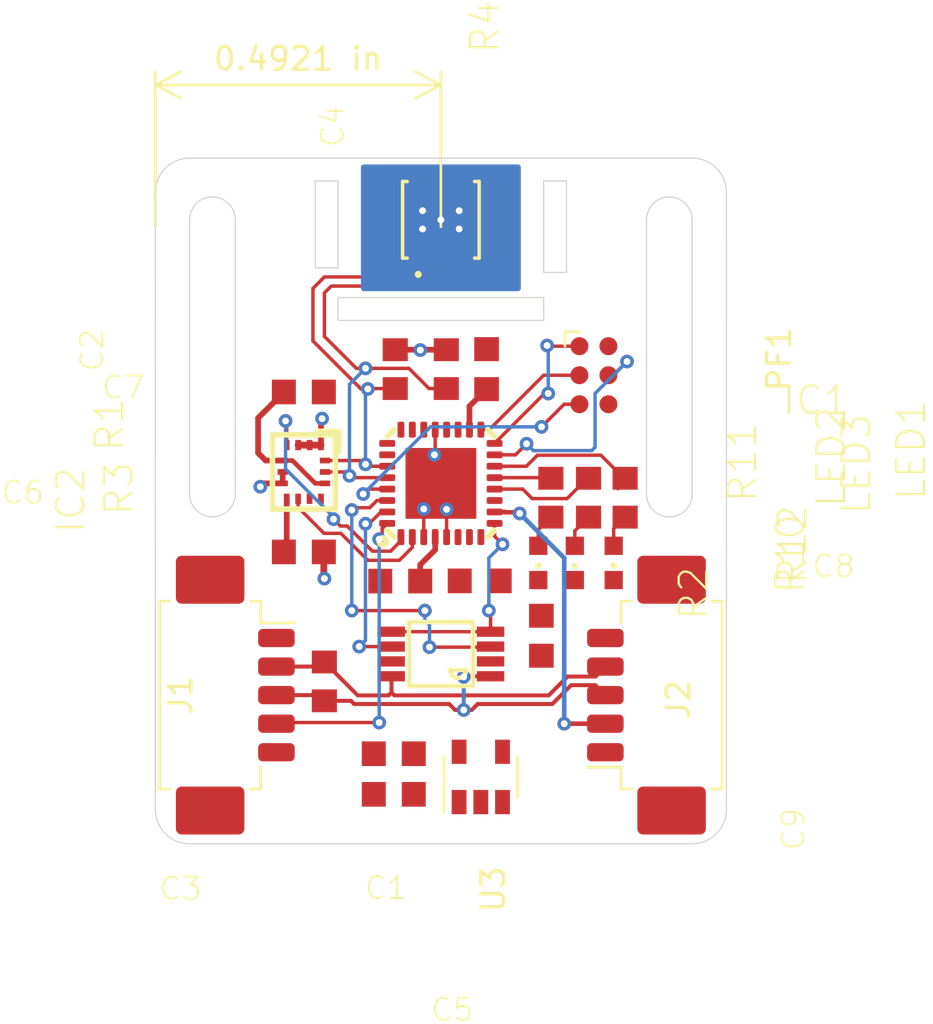
<source format=kicad_pcb>
(kicad_pcb (version 20171130) (host pcbnew "(5.1.2)-2")

  (general
    (thickness 1.6)
    (drawings 29)
    (tracks 262)
    (zones 0)
    (modules 27)
    (nets 39)
  )

  (page A4)
  (layers
    (0 Top signal)
    (1 In1.Cu signal hide)
    (2 In2.Cu signal hide)
    (31 Bottom signal)
    (32 B.Adhes user hide)
    (33 F.Adhes user hide)
    (34 B.Paste user)
    (35 F.Paste user)
    (36 B.SilkS user hide)
    (37 F.SilkS user)
    (38 B.Mask user)
    (39 F.Mask user)
    (40 Dwgs.User user hide)
    (41 Cmts.User user hide)
    (42 Eco1.User user hide)
    (43 Eco2.User user hide)
    (44 Edge.Cuts user)
    (45 Margin user hide)
    (46 B.CrtYd user hide)
    (47 F.CrtYd user)
    (48 B.Fab user hide)
    (49 F.Fab user hide)
  )

  (setup
    (last_trace_width 0.15)
    (user_trace_width 0.15)
    (user_trace_width 0.2)
    (user_trace_width 0.25)
    (user_trace_width 0.3)
    (user_trace_width 0.4)
    (trace_clearance 0.15)
    (zone_clearance 0.3)
    (zone_45_only yes)
    (trace_min 0.15)
    (via_size 0.6)
    (via_drill 0.3)
    (via_min_size 0.45)
    (via_min_drill 0.2)
    (user_via 0.45 0.2)
    (user_via 0.6 0.3)
    (uvia_size 0.3)
    (uvia_drill 0.1)
    (uvias_allowed no)
    (uvia_min_size 0.2)
    (uvia_min_drill 0.1)
    (edge_width 0.05)
    (segment_width 0.2)
    (pcb_text_width 0.3)
    (pcb_text_size 1.5 1.5)
    (mod_edge_width 0.12)
    (mod_text_size 1 1)
    (mod_text_width 0.15)
    (pad_size 1.524 1.524)
    (pad_drill 0.762)
    (pad_to_mask_clearance 0.051)
    (solder_mask_min_width 0.25)
    (aux_axis_origin 0 0)
    (grid_origin 65 135.7)
    (visible_elements 7FFFFFFF)
    (pcbplotparams
      (layerselection 0x010fc_ffffffff)
      (usegerberextensions false)
      (usegerberattributes false)
      (usegerberadvancedattributes false)
      (creategerberjobfile false)
      (excludeedgelayer true)
      (linewidth 0.100000)
      (plotframeref false)
      (viasonmask false)
      (mode 1)
      (useauxorigin false)
      (hpglpennumber 1)
      (hpglpenspeed 20)
      (hpglpendiameter 15.000000)
      (psnegative false)
      (psa4output false)
      (plotreference true)
      (plotvalue true)
      (plotinvisibletext false)
      (padsonsilk false)
      (subtractmaskfromsilk false)
      (outputformat 1)
      (mirror false)
      (drillshape 0)
      (scaleselection 1)
      (outputdirectory ""))
  )

  (net 0 "")
  (net 1 VCC)
  (net 2 GND)
  (net 3 /U1_OS)
  (net 4 /SCL)
  (net 5 /SDA)
  (net 6 /SIG_IN)
  (net 7 /SIG_OUT)
  (net 8 /RS485_DI)
  (net 9 /RS485_DE)
  (net 10 /RS485_RO)
  (net 11 "Net-(U2-Pad11)")
  (net 12 "Net-(U2-Pad10)")
  (net 13 /LSM_INT2)
  (net 14 /LSM_INT1)
  (net 15 "Net-(IC2-Pad26)")
  (net 16 "Net-(IC2-Pad25)")
  (net 17 "Net-(IC2-Pad24)")
  (net 18 "Net-(IC2-Pad23)")
  (net 19 "Net-(IC2-Pad22)")
  (net 20 "Net-(IC2-Pad20)")
  (net 21 "Net-(IC2-Pad19)")
  (net 22 "Net-(IC2-Pad14)")
  (net 23 "Net-(IC2-Pad13)")
  (net 24 "Net-(IC2-Pad11)")
  (net 25 "Net-(IC2-Pad8)")
  (net 26 "Net-(IC2-Pad7)")
  (net 27 "Net-(LED2-PadA)")
  (net 28 "Net-(LED1-PadA)")
  (net 29 "Net-(LED3-PadA)")
  (net 30 "Net-(U3-Pad4)")
  (net 31 /RST)
  (net 32 /SCK)
  (net 33 /MISO)
  (net 34 /MOSI)
  (net 35 /RS485_+)
  (net 36 /RS485_-)
  (net 37 /VIN)
  (net 38 "Net-(IC2-Pad12)")

  (net_class Default "This is the default net class."
    (clearance 0.15)
    (trace_width 0.2)
    (via_dia 0.6)
    (via_drill 0.3)
    (uvia_dia 0.3)
    (uvia_drill 0.1)
    (add_net /LSM_INT1)
    (add_net /LSM_INT2)
    (add_net /MISO)
    (add_net /MOSI)
    (add_net /RS485_DE)
    (add_net /RS485_DI)
    (add_net /RS485_RO)
    (add_net /RST)
    (add_net /SCK)
    (add_net /SCL)
    (add_net /SDA)
    (add_net /SIG_IN)
    (add_net /SIG_OUT)
    (add_net /U1_OS)
    (add_net /VIN)
    (add_net "Net-(IC2-Pad11)")
    (add_net "Net-(IC2-Pad12)")
    (add_net "Net-(IC2-Pad13)")
    (add_net "Net-(IC2-Pad14)")
    (add_net "Net-(IC2-Pad19)")
    (add_net "Net-(IC2-Pad20)")
    (add_net "Net-(IC2-Pad22)")
    (add_net "Net-(IC2-Pad23)")
    (add_net "Net-(IC2-Pad24)")
    (add_net "Net-(IC2-Pad25)")
    (add_net "Net-(IC2-Pad26)")
    (add_net "Net-(IC2-Pad7)")
    (add_net "Net-(IC2-Pad8)")
    (add_net "Net-(LED1-PadA)")
    (add_net "Net-(LED2-PadA)")
    (add_net "Net-(LED3-PadA)")
    (add_net "Net-(U2-Pad10)")
    (add_net "Net-(U2-Pad11)")
    (add_net "Net-(U3-Pad4)")
  )

  (net_class "Differential JCL7628" ""
    (clearance 0.2032)
    (trace_width 0.175006)
    (via_dia 0.6)
    (via_drill 0.3)
    (uvia_dia 0.3)
    (uvia_drill 0.1)
    (diff_pair_width 0.175006)
    (diff_pair_gap 0.2032)
    (add_net /RS485_+)
    (add_net /RS485_-)
  )

  (net_class Power ""
    (clearance 0.2)
    (trace_width 0.5)
    (via_dia 0.6)
    (via_drill 0.3)
    (uvia_dia 0.3)
    (uvia_drill 0.1)
    (add_net GND)
    (add_net VCC)
  )

  (module BodyTempUnit-e7:CHIPLED_0603 (layer Top) (tedit 0) (tstamp 5CF846B7)
    (at 81.7645 122.715 180)
    (descr "<b>CHIPLED</b><p>\nSource: http://www.osram.convergy.de/ ... LG_LY Q971.pdf")
    (path /AB3823AE)
    (fp_text reference LED2 (at -13.5355 6.915 90) (layer F.SilkS)
      (effects (font (size 1.2065 1.2065) (thickness 0.1016)) (justify right bottom))
    )
    (fp_text value GREEN (at 1.905 1.27 90) (layer F.Fab)
      (effects (font (size 1.2065 1.2065) (thickness 0.1016)) (justify right bottom))
    )
    (fp_poly (pts (xy -0.125 0) (xy 0.125 0) (xy 0.125 -0.25) (xy -0.125 -0.25)) (layer F.SilkS) (width 0))
    (fp_poly (pts (xy 0.175 0.65) (xy 0.275 0.65) (xy 0.275 0.55) (xy 0.175 0.55)) (layer F.Fab) (width 0))
    (fp_poly (pts (xy -0.275 0.65) (xy -0.175 0.65) (xy -0.175 0.55) (xy -0.275 0.55)) (layer F.Fab) (width 0))
    (fp_poly (pts (xy -0.275 0.575) (xy 0.275 0.575) (xy 0.275 0.35) (xy -0.275 0.35)) (layer F.Fab) (width 0))
    (fp_poly (pts (xy 0.25 0.85) (xy 0.45 0.85) (xy 0.45 0.35) (xy 0.25 0.35)) (layer F.Fab) (width 0))
    (fp_poly (pts (xy -0.45 0.85) (xy -0.25 0.85) (xy -0.25 0.35) (xy -0.45 0.35)) (layer F.Fab) (width 0))
    (fp_poly (pts (xy -0.45 -0.35) (xy 0.45 -0.35) (xy 0.45 -0.575) (xy -0.45 -0.575)) (layer F.Fab) (width 0))
    (fp_poly (pts (xy 0.25 -0.55) (xy 0.45 -0.55) (xy 0.45 -0.85) (xy 0.25 -0.85)) (layer F.Fab) (width 0))
    (fp_poly (pts (xy -0.45 -0.35) (xy -0.4 -0.35) (xy -0.4 -0.725) (xy -0.45 -0.725)) (layer F.Fab) (width 0))
    (fp_poly (pts (xy -0.275 -0.55) (xy -0.225 -0.55) (xy -0.225 -0.6) (xy -0.275 -0.6)) (layer F.Fab) (width 0))
    (fp_poly (pts (xy -0.45 -0.7) (xy -0.25 -0.7) (xy -0.25 -0.85) (xy -0.45 -0.85)) (layer F.Fab) (width 0))
    (fp_circle (center -0.35 -0.625) (end -0.275 -0.625) (layer F.Fab) (width 0.0508))
    (fp_line (start 0.4 -0.35) (end 0.4 0.35) (layer F.Fab) (width 0.1016))
    (fp_line (start -0.4 -0.375) (end -0.4 0.35) (layer F.Fab) (width 0.1016))
    (fp_arc (start 0 0.825) (end -0.275 0.825) (angle 180) (layer F.Fab) (width 0.0508))
    (fp_arc (start 0 -0.825) (end -0.3 -0.825) (angle -180) (layer F.Fab) (width 0.1016))
    (pad A smd rect (at 0 0.75 180) (size 0.8 0.8) (layers Top F.Paste F.Mask)
      (net 27 "Net-(LED2-PadA)"))
    (pad C smd rect (at 0 -0.75 180) (size 0.8 0.8) (layers Top F.Paste F.Mask)
      (net 2 GND))
  )

  (module Connector_Molex:Molex_PicoBlade_53261-0571_1x05-1MP_P1.25mm_Horizontal (layer Top) (tedit 5B78AD89) (tstamp 5CFB5231)
    (at 87.1 128.5 90)
    (descr "Molex PicoBlade series connector, 53261-0571 (http://www.molex.com/pdm_docs/sd/532610271_sd.pdf), generated with kicad-footprint-generator")
    (tags "connector Molex PicoBlade top entry")
    (path /5D20BB11)
    (attr smd)
    (fp_text reference J2 (at -0.2 0.8 90) (layer F.SilkS)
      (effects (font (size 1 1) (thickness 0.15)))
    )
    (fp_text value CONN_OUT (at 0 3.8 90) (layer F.Fab)
      (effects (font (size 1 1) (thickness 0.15)))
    )
    (fp_text user %R (at 0 1.9 90) (layer F.Fab)
      (effects (font (size 1 1) (thickness 0.15)))
    )
    (fp_line (start -2.5 -0.892893) (end -2 -1.6) (layer F.Fab) (width 0.1))
    (fp_line (start -3 -1.6) (end -2.5 -0.892893) (layer F.Fab) (width 0.1))
    (fp_line (start 6.6 -3.7) (end -6.6 -3.7) (layer F.CrtYd) (width 0.05))
    (fp_line (start 6.6 3.1) (end 6.6 -3.7) (layer F.CrtYd) (width 0.05))
    (fp_line (start -6.6 3.1) (end 6.6 3.1) (layer F.CrtYd) (width 0.05))
    (fp_line (start -6.6 -3.7) (end -6.6 3.1) (layer F.CrtYd) (width 0.05))
    (fp_line (start 5.5 2.2) (end 4 2.2) (layer F.Fab) (width 0.1))
    (fp_line (start 5.5 1.6) (end 5.5 2.2) (layer F.Fab) (width 0.1))
    (fp_line (start 5.7 1.4) (end 5.5 1.6) (layer F.Fab) (width 0.1))
    (fp_line (start 5.7 -0.4) (end 5.7 1.4) (layer F.Fab) (width 0.1))
    (fp_line (start 5.5 -0.6) (end 5.7 -0.4) (layer F.Fab) (width 0.1))
    (fp_line (start 4 -0.6) (end 5.5 -0.6) (layer F.Fab) (width 0.1))
    (fp_line (start -5.5 2.2) (end -4 2.2) (layer F.Fab) (width 0.1))
    (fp_line (start -5.5 1.6) (end -5.5 2.2) (layer F.Fab) (width 0.1))
    (fp_line (start -5.7 1.4) (end -5.5 1.6) (layer F.Fab) (width 0.1))
    (fp_line (start -5.7 -0.4) (end -5.7 1.4) (layer F.Fab) (width 0.1))
    (fp_line (start -5.5 -0.6) (end -5.7 -0.4) (layer F.Fab) (width 0.1))
    (fp_line (start -4 -0.6) (end -5.5 -0.6) (layer F.Fab) (width 0.1))
    (fp_line (start 4 -1.6) (end 4 2.6) (layer F.Fab) (width 0.1))
    (fp_line (start -4 -1.6) (end -4 2.6) (layer F.Fab) (width 0.1))
    (fp_line (start -4 2.6) (end 4 2.6) (layer F.Fab) (width 0.1))
    (fp_line (start 4.11 2.71) (end 4.11 2.26) (layer F.SilkS) (width 0.12))
    (fp_line (start -4.11 2.71) (end 4.11 2.71) (layer F.SilkS) (width 0.12))
    (fp_line (start -4.11 2.26) (end -4.11 2.71) (layer F.SilkS) (width 0.12))
    (fp_line (start 4.11 -1.71) (end 3.16 -1.71) (layer F.SilkS) (width 0.12))
    (fp_line (start 4.11 -1.26) (end 4.11 -1.71) (layer F.SilkS) (width 0.12))
    (fp_line (start -3.16 -1.71) (end -3.16 -3.2) (layer F.SilkS) (width 0.12))
    (fp_line (start -4.11 -1.71) (end -3.16 -1.71) (layer F.SilkS) (width 0.12))
    (fp_line (start -4.11 -1.26) (end -4.11 -1.71) (layer F.SilkS) (width 0.12))
    (fp_line (start -4 -1.6) (end 4 -1.6) (layer F.Fab) (width 0.1))
    (pad MP smd roundrect (at 5.05 0.5 90) (size 2.1 3) (layers Top F.Paste F.Mask) (roundrect_rratio 0.119048))
    (pad MP smd roundrect (at -5.05 0.5 90) (size 2.1 3) (layers Top F.Paste F.Mask) (roundrect_rratio 0.119048))
    (pad 5 smd roundrect (at 2.5 -2.4 90) (size 0.8 1.6) (layers Top F.Paste F.Mask) (roundrect_rratio 0.25)
      (net 2 GND))
    (pad 4 smd roundrect (at 1.25 -2.4 90) (size 0.8 1.6) (layers Top F.Paste F.Mask) (roundrect_rratio 0.25)
      (net 35 /RS485_+))
    (pad 3 smd roundrect (at 0 -2.4 90) (size 0.8 1.6) (layers Top F.Paste F.Mask) (roundrect_rratio 0.25)
      (net 36 /RS485_-))
    (pad 2 smd roundrect (at -1.25 -2.4 90) (size 0.8 1.6) (layers Top F.Paste F.Mask) (roundrect_rratio 0.25)
      (net 7 /SIG_OUT))
    (pad 1 smd roundrect (at -2.5 -2.4 90) (size 0.8 1.6) (layers Top F.Paste F.Mask) (roundrect_rratio 0.25)
      (net 37 /VIN))
    (model ${KISYS3DMOD}/Connector_Molex.3dshapes/Molex_PicoBlade_53261-0571_1x05-1MP_P1.25mm_Horizontal.wrl
      (at (xyz 0 0 0))
      (scale (xyz 1 1 1))
      (rotate (xyz 0 0 0))
    )
  )

  (module Connector_Molex:Molex_PicoBlade_53261-0571_1x05-1MP_P1.25mm_Horizontal (layer Top) (tedit 5B78AD89) (tstamp 5CFB5207)
    (at 67.9 128.5 270)
    (descr "Molex PicoBlade series connector, 53261-0571 (http://www.molex.com/pdm_docs/sd/532610271_sd.pdf), generated with kicad-footprint-generator")
    (tags "connector Molex PicoBlade top entry")
    (path /5D20A11B)
    (attr smd)
    (fp_text reference J1 (at 0 1.8 90) (layer F.SilkS)
      (effects (font (size 1 1) (thickness 0.15)))
    )
    (fp_text value CONN_IN (at 0 3.8 90) (layer F.Fab)
      (effects (font (size 1 1) (thickness 0.15)))
    )
    (fp_text user %R (at 0 1.9 90) (layer F.Fab)
      (effects (font (size 1 1) (thickness 0.15)))
    )
    (fp_line (start -2.5 -0.892893) (end -2 -1.6) (layer F.Fab) (width 0.1))
    (fp_line (start -3 -1.6) (end -2.5 -0.892893) (layer F.Fab) (width 0.1))
    (fp_line (start 6.6 -3.7) (end -6.6 -3.7) (layer F.CrtYd) (width 0.05))
    (fp_line (start 6.6 3.1) (end 6.6 -3.7) (layer F.CrtYd) (width 0.05))
    (fp_line (start -6.6 3.1) (end 6.6 3.1) (layer F.CrtYd) (width 0.05))
    (fp_line (start -6.6 -3.7) (end -6.6 3.1) (layer F.CrtYd) (width 0.05))
    (fp_line (start 5.5 2.2) (end 4 2.2) (layer F.Fab) (width 0.1))
    (fp_line (start 5.5 1.6) (end 5.5 2.2) (layer F.Fab) (width 0.1))
    (fp_line (start 5.7 1.4) (end 5.5 1.6) (layer F.Fab) (width 0.1))
    (fp_line (start 5.7 -0.4) (end 5.7 1.4) (layer F.Fab) (width 0.1))
    (fp_line (start 5.5 -0.6) (end 5.7 -0.4) (layer F.Fab) (width 0.1))
    (fp_line (start 4 -0.6) (end 5.5 -0.6) (layer F.Fab) (width 0.1))
    (fp_line (start -5.5 2.2) (end -4 2.2) (layer F.Fab) (width 0.1))
    (fp_line (start -5.5 1.6) (end -5.5 2.2) (layer F.Fab) (width 0.1))
    (fp_line (start -5.7 1.4) (end -5.5 1.6) (layer F.Fab) (width 0.1))
    (fp_line (start -5.7 -0.4) (end -5.7 1.4) (layer F.Fab) (width 0.1))
    (fp_line (start -5.5 -0.6) (end -5.7 -0.4) (layer F.Fab) (width 0.1))
    (fp_line (start -4 -0.6) (end -5.5 -0.6) (layer F.Fab) (width 0.1))
    (fp_line (start 4 -1.6) (end 4 2.6) (layer F.Fab) (width 0.1))
    (fp_line (start -4 -1.6) (end -4 2.6) (layer F.Fab) (width 0.1))
    (fp_line (start -4 2.6) (end 4 2.6) (layer F.Fab) (width 0.1))
    (fp_line (start 4.11 2.71) (end 4.11 2.26) (layer F.SilkS) (width 0.12))
    (fp_line (start -4.11 2.71) (end 4.11 2.71) (layer F.SilkS) (width 0.12))
    (fp_line (start -4.11 2.26) (end -4.11 2.71) (layer F.SilkS) (width 0.12))
    (fp_line (start 4.11 -1.71) (end 3.16 -1.71) (layer F.SilkS) (width 0.12))
    (fp_line (start 4.11 -1.26) (end 4.11 -1.71) (layer F.SilkS) (width 0.12))
    (fp_line (start -3.16 -1.71) (end -3.16 -3.2) (layer F.SilkS) (width 0.12))
    (fp_line (start -4.11 -1.71) (end -3.16 -1.71) (layer F.SilkS) (width 0.12))
    (fp_line (start -4.11 -1.26) (end -4.11 -1.71) (layer F.SilkS) (width 0.12))
    (fp_line (start -4 -1.6) (end 4 -1.6) (layer F.Fab) (width 0.1))
    (pad MP smd roundrect (at 5.05 0.5 270) (size 2.1 3) (layers Top F.Paste F.Mask) (roundrect_rratio 0.119048))
    (pad MP smd roundrect (at -5.05 0.5 270) (size 2.1 3) (layers Top F.Paste F.Mask) (roundrect_rratio 0.119048))
    (pad 5 smd roundrect (at 2.5 -2.4 270) (size 0.8 1.6) (layers Top F.Paste F.Mask) (roundrect_rratio 0.25)
      (net 37 /VIN))
    (pad 4 smd roundrect (at 1.25 -2.4 270) (size 0.8 1.6) (layers Top F.Paste F.Mask) (roundrect_rratio 0.25)
      (net 6 /SIG_IN))
    (pad 3 smd roundrect (at 0 -2.4 270) (size 0.8 1.6) (layers Top F.Paste F.Mask) (roundrect_rratio 0.25)
      (net 36 /RS485_-))
    (pad 2 smd roundrect (at -1.25 -2.4 270) (size 0.8 1.6) (layers Top F.Paste F.Mask) (roundrect_rratio 0.25)
      (net 35 /RS485_+))
    (pad 1 smd roundrect (at -2.5 -2.4 270) (size 0.8 1.6) (layers Top F.Paste F.Mask) (roundrect_rratio 0.25)
      (net 2 GND))
    (model ${KISYS3DMOD}/Connector_Molex.3dshapes/Molex_PicoBlade_53261-0571_1x05-1MP_P1.25mm_Horizontal.wrl
      (at (xyz 0 0 0))
      (scale (xyz 1 1 1))
      (rotate (xyz 0 0 0))
    )
  )

  (module Resistor_SMD:R_0402_1005Metric (layer Top) (tedit 5B301BBD) (tstamp 5CF84785)
    (at 80.3 107.7 90)
    (descr "Resistor SMD 0402 (1005 Metric), square (rectangular) end terminal, IPC_7351 nominal, (Body size source: http://www.tortai-tech.com/upload/download/2011102023233369053.pdf), generated with kicad-footprint-generator")
    (tags resistor)
    (path /BA9F59F4)
    (attr smd)
    (fp_text reference R4 (at 7.201 -0.162 90) (layer F.SilkS)
      (effects (font (size 1.2065 1.2065) (thickness 0.1016)) (justify left bottom))
    )
    (fp_text value R-EU_R0603 (at -0.635 1.905 90) (layer F.Fab)
      (effects (font (size 1.2065 1.2065) (thickness 0.1016)) (justify left bottom))
    )
    (fp_text user %R (at 0 0 90) (layer F.Fab)
      (effects (font (size 0.25 0.25) (thickness 0.04)))
    )
    (fp_line (start 0.93 0.47) (end -0.93 0.47) (layer F.CrtYd) (width 0.05))
    (fp_line (start 0.93 -0.47) (end 0.93 0.47) (layer F.CrtYd) (width 0.05))
    (fp_line (start -0.93 -0.47) (end 0.93 -0.47) (layer F.CrtYd) (width 0.05))
    (fp_line (start -0.93 0.47) (end -0.93 -0.47) (layer F.CrtYd) (width 0.05))
    (fp_line (start 0.5 0.25) (end -0.5 0.25) (layer F.Fab) (width 0.1))
    (fp_line (start 0.5 -0.25) (end 0.5 0.25) (layer F.Fab) (width 0.1))
    (fp_line (start -0.5 -0.25) (end 0.5 -0.25) (layer F.Fab) (width 0.1))
    (fp_line (start -0.5 0.25) (end -0.5 -0.25) (layer F.Fab) (width 0.1))
    (pad 2 smd roundrect (at 0.485 0 90) (size 0.59 0.64) (layers Top F.Paste F.Mask) (roundrect_rratio 0.25)
      (net 1 VCC))
    (pad 1 smd roundrect (at -0.485 0 90) (size 0.59 0.64) (layers Top F.Paste F.Mask) (roundrect_rratio 0.25)
      (net 3 /U1_OS))
    (model ${KISYS3DMOD}/Resistor_SMD.3dshapes/R_0402_1005Metric.wrl
      (at (xyz 0 0 0))
      (scale (xyz 1 1 1))
      (rotate (xyz 0 0 0))
    )
  )

  (module BodyTempUnit-e7:R0603 (layer Top) (tedit 0) (tstamp 5CF870D2)
    (at 75.5011 114.2336 90)
    (descr <b>RESISTOR</b>)
    (path /54673866)
    (fp_text reference R1 (at -3.6664 -11.8011 90) (layer F.SilkS)
      (effects (font (size 1.2065 1.2065) (thickness 0.1016)) (justify left bottom))
    )
    (fp_text value R-EU_R0603 (at -0.635 1.905 90) (layer F.Fab)
      (effects (font (size 1.2065 1.2065) (thickness 0.1016)) (justify left bottom))
    )
    (fp_poly (pts (xy -0.1999 0.4001) (xy 0.1999 0.4001) (xy 0.1999 -0.4001) (xy -0.1999 -0.4001)) (layer F.Adhes) (width 0))
    (fp_poly (pts (xy -0.8382 0.4318) (xy -0.4318 0.4318) (xy -0.4318 -0.4318) (xy -0.8382 -0.4318)) (layer F.Fab) (width 0))
    (fp_poly (pts (xy 0.4318 0.4318) (xy 0.8382 0.4318) (xy 0.8382 -0.4318) (xy 0.4318 -0.4318)) (layer F.Fab) (width 0))
    (fp_line (start -1.473 0.983) (end -1.473 -0.983) (layer Dwgs.User) (width 0.0508))
    (fp_line (start 1.473 0.983) (end -1.473 0.983) (layer Dwgs.User) (width 0.0508))
    (fp_line (start 1.473 -0.983) (end 1.473 0.983) (layer Dwgs.User) (width 0.0508))
    (fp_line (start -1.473 -0.983) (end 1.473 -0.983) (layer Dwgs.User) (width 0.0508))
    (fp_line (start 0.432 -0.356) (end -0.432 -0.356) (layer F.Fab) (width 0.1524))
    (fp_line (start -0.432 0.356) (end 0.432 0.356) (layer F.Fab) (width 0.1524))
    (pad 2 smd rect (at 0.85 0 90) (size 1 1.1) (layers Top F.Paste F.Mask)
      (net 1 VCC))
    (pad 1 smd rect (at -0.85 0 90) (size 1 1.1) (layers Top F.Paste F.Mask)
      (net 5 /SDA))
  )

  (module BodyTempUnit-e7:MLF32 (layer Top) (tedit 5CFAC30C) (tstamp 5CF84586)
    (at 77.5011 119.2336 90)
    (descr "<b>32M1-A</b> Micro Lead Frame package (MLF)")
    (path /BC34DC86)
    (fp_text reference IC2 (at -2.2664 -15.5011 90) (layer F.SilkS)
      (effects (font (size 1.2065 1.2065) (thickness 0.1016)) (justify left bottom))
    )
    (fp_text value MEGA8-MI (at -2.54 4.445 90) (layer F.Fab)
      (effects (font (size 1.2065 1.2065) (thickness 0.1016)) (justify left bottom))
    )
    (fp_poly (pts (xy -1.9 -2.05) (xy -1.6 -2.05) (xy -1.6 -2.5) (xy -1.9 -2.5)) (layer F.Fab) (width 0))
    (fp_poly (pts (xy -1.4 -2.05) (xy -1.1 -2.05) (xy -1.1 -2.5) (xy -1.4 -2.5)) (layer F.Fab) (width 0))
    (fp_poly (pts (xy -0.9 -2.05) (xy -0.6 -2.05) (xy -0.6 -2.5) (xy -0.9 -2.5)) (layer F.Fab) (width 0))
    (fp_poly (pts (xy -0.4 -2.05) (xy -0.1 -2.05) (xy -0.1 -2.5) (xy -0.4 -2.5)) (layer F.Fab) (width 0))
    (fp_poly (pts (xy 0.1 -2.05) (xy 0.4 -2.05) (xy 0.4 -2.5) (xy 0.1 -2.5)) (layer F.Fab) (width 0))
    (fp_poly (pts (xy 0.6 -2.05) (xy 0.9 -2.05) (xy 0.9 -2.5) (xy 0.6 -2.5)) (layer F.Fab) (width 0))
    (fp_poly (pts (xy 1.1 -2.05) (xy 1.4 -2.05) (xy 1.4 -2.5) (xy 1.1 -2.5)) (layer F.Fab) (width 0))
    (fp_poly (pts (xy 1.6 -2.05) (xy 1.9 -2.05) (xy 1.9 -2.5) (xy 1.6 -2.5)) (layer F.Fab) (width 0))
    (fp_poly (pts (xy 2.05 -1.6) (xy 2.5 -1.6) (xy 2.5 -1.9) (xy 2.05 -1.9)) (layer F.Fab) (width 0))
    (fp_poly (pts (xy 2.05 -1.1) (xy 2.5 -1.1) (xy 2.5 -1.4) (xy 2.05 -1.4)) (layer F.Fab) (width 0))
    (fp_poly (pts (xy 2.05 -0.6) (xy 2.5 -0.6) (xy 2.5 -0.9) (xy 2.05 -0.9)) (layer F.Fab) (width 0))
    (fp_poly (pts (xy 2.05 -0.1) (xy 2.5 -0.1) (xy 2.5 -0.4) (xy 2.05 -0.4)) (layer F.Fab) (width 0))
    (fp_poly (pts (xy 2.05 0.4) (xy 2.5 0.4) (xy 2.5 0.1) (xy 2.05 0.1)) (layer F.Fab) (width 0))
    (fp_poly (pts (xy 2.05 0.9) (xy 2.5 0.9) (xy 2.5 0.6) (xy 2.05 0.6)) (layer F.Fab) (width 0))
    (fp_poly (pts (xy 2.05 1.4) (xy 2.5 1.4) (xy 2.5 1.1) (xy 2.05 1.1)) (layer F.Fab) (width 0))
    (fp_poly (pts (xy 2.05 1.9) (xy 2.5 1.9) (xy 2.5 1.6) (xy 2.05 1.6)) (layer F.Fab) (width 0))
    (fp_poly (pts (xy 1.6 2.5) (xy 1.9 2.5) (xy 1.9 2.05) (xy 1.6 2.05)) (layer F.Fab) (width 0))
    (fp_poly (pts (xy 1.1 2.5) (xy 1.4 2.5) (xy 1.4 2.05) (xy 1.1 2.05)) (layer F.Fab) (width 0))
    (fp_poly (pts (xy 0.6 2.5) (xy 0.9 2.5) (xy 0.9 2.05) (xy 0.6 2.05)) (layer F.Fab) (width 0))
    (fp_poly (pts (xy 0.1 2.5) (xy 0.4 2.5) (xy 0.4 2.05) (xy 0.1 2.05)) (layer F.Fab) (width 0))
    (fp_poly (pts (xy -0.4 2.5) (xy -0.1 2.5) (xy -0.1 2.05) (xy -0.4 2.05)) (layer F.Fab) (width 0))
    (fp_poly (pts (xy -0.9 2.5) (xy -0.6 2.5) (xy -0.6 2.05) (xy -0.9 2.05)) (layer F.Fab) (width 0))
    (fp_poly (pts (xy -1.4 2.5) (xy -1.1 2.5) (xy -1.1 2.05) (xy -1.4 2.05)) (layer F.Fab) (width 0))
    (fp_poly (pts (xy -1.9 2.5) (xy -1.6 2.5) (xy -1.6 2.05) (xy -1.9 2.05)) (layer F.Fab) (width 0))
    (fp_poly (pts (xy -2.5 1.9) (xy -2.05 1.9) (xy -2.05 1.6) (xy -2.5 1.6)) (layer F.Fab) (width 0))
    (fp_poly (pts (xy -2.5 1.4) (xy -2.05 1.4) (xy -2.05 1.1) (xy -2.5 1.1)) (layer F.Fab) (width 0))
    (fp_poly (pts (xy -2.5 0.9) (xy -2.05 0.9) (xy -2.05 0.6) (xy -2.5 0.6)) (layer F.Fab) (width 0))
    (fp_poly (pts (xy -2.5 0.4) (xy -2.05 0.4) (xy -2.05 0.1) (xy -2.5 0.1)) (layer F.Fab) (width 0))
    (fp_poly (pts (xy -2.5 -0.1) (xy -2.05 -0.1) (xy -2.05 -0.4) (xy -2.5 -0.4)) (layer F.Fab) (width 0))
    (fp_poly (pts (xy -2.5 -0.6) (xy -2.05 -0.6) (xy -2.05 -0.9) (xy -2.5 -0.9)) (layer F.Fab) (width 0))
    (fp_poly (pts (xy -2.5 -1.1) (xy -2.05 -1.1) (xy -2.05 -1.4) (xy -2.5 -1.4)) (layer F.Fab) (width 0))
    (fp_poly (pts (xy -2.5 -1.6) (xy -2.05 -1.6) (xy -2.05 -1.9) (xy -2.5 -1.9)) (layer F.Fab) (width 0))
    (fp_circle (center -2.54 -2.54) (end -2.39 -2.54) (layer F.SilkS) (width 0.254))
    (fp_line (start -2.35 2.05) (end -2.35 -2.05) (layer F.Fab) (width 0.254))
    (fp_line (start -2.05 2.35) (end -2.35 2.05) (layer F.SilkS) (width 0.254))
    (fp_line (start 2.05 2.35) (end -2.05 2.35) (layer F.Fab) (width 0.254))
    (fp_line (start 2.35 2.05) (end 2.05 2.35) (layer F.SilkS) (width 0.254))
    (fp_line (start 2.35 -2.05) (end 2.35 2.05) (layer F.Fab) (width 0.254))
    (fp_line (start 2.05 -2.35) (end 2.35 -2.05) (layer F.SilkS) (width 0.254))
    (fp_line (start -2.05 -2.35) (end 2.05 -2.35) (layer F.Fab) (width 0.254))
    (fp_line (start -2.35 -2.05) (end -2.05 -2.35) (layer F.SilkS) (width 0.254))
    (pad 32 smd roundrect (at -1.75 -2.35 90) (size 0.3 0.7) (layers Top F.Paste F.Mask) (roundrect_rratio 0.25)
      (net 6 /SIG_IN))
    (pad 31 smd roundrect (at -1.25 -2.35 90) (size 0.3 0.7) (layers Top F.Paste F.Mask) (roundrect_rratio 0.25)
      (net 8 /RS485_DI))
    (pad 30 smd roundrect (at -0.75 -2.35 90) (size 0.3 0.7) (layers Top F.Paste F.Mask) (roundrect_rratio 0.25)
      (net 10 /RS485_RO))
    (pad 29 smd roundrect (at -0.25 -2.35 90) (size 0.3 0.7) (layers Top F.Paste F.Mask) (roundrect_rratio 0.25)
      (net 31 /RST))
    (pad 28 smd roundrect (at 0.25 -2.35 90) (size 0.3 0.7) (layers Top F.Paste F.Mask) (roundrect_rratio 0.25)
      (net 4 /SCL))
    (pad 27 smd roundrect (at 0.75 -2.35 90) (size 0.3 0.7) (layers Top F.Paste F.Mask) (roundrect_rratio 0.25)
      (net 5 /SDA))
    (pad 26 smd roundrect (at 1.25 -2.35 90) (size 0.3 0.7) (layers Top F.Paste F.Mask) (roundrect_rratio 0.25)
      (net 15 "Net-(IC2-Pad26)"))
    (pad 25 smd roundrect (at 1.75 -2.35 90) (size 0.3 0.7) (layers Top F.Paste F.Mask) (roundrect_rratio 0.25)
      (net 16 "Net-(IC2-Pad25)"))
    (pad 24 smd roundrect (at 2.35 -1.75 90) (size 0.7 0.3) (layers Top F.Paste F.Mask) (roundrect_rratio 0.25)
      (net 17 "Net-(IC2-Pad24)"))
    (pad 23 smd roundrect (at 2.35 -1.25 90) (size 0.7 0.3) (layers Top F.Paste F.Mask) (roundrect_rratio 0.25)
      (net 18 "Net-(IC2-Pad23)"))
    (pad 22 smd roundrect (at 2.35 -0.75 90) (size 0.7 0.3) (layers Top F.Paste F.Mask) (roundrect_rratio 0.25)
      (net 19 "Net-(IC2-Pad22)"))
    (pad 21 smd roundrect (at 2.35 -0.25 90) (size 0.7 0.3) (layers Top F.Paste F.Mask) (roundrect_rratio 0.25)
      (net 2 GND))
    (pad 20 smd roundrect (at 2.35 0.25 90) (size 0.7 0.3) (layers Top F.Paste F.Mask) (roundrect_rratio 0.25)
      (net 20 "Net-(IC2-Pad20)"))
    (pad 19 smd roundrect (at 2.35 0.75 90) (size 0.7 0.3) (layers Top F.Paste F.Mask) (roundrect_rratio 0.25)
      (net 21 "Net-(IC2-Pad19)"))
    (pad 18 smd roundrect (at 2.35 1.25 90) (size 0.7 0.3) (layers Top F.Paste F.Mask) (roundrect_rratio 0.25)
      (net 1 VCC))
    (pad 17 smd roundrect (at 2.35 1.75 90) (size 0.7 0.3) (layers Top F.Paste F.Mask) (roundrect_rratio 0.25)
      (net 32 /SCK))
    (pad 16 smd roundrect (at 1.75 2.35 90) (size 0.3 0.7) (layers Top F.Paste F.Mask) (roundrect_rratio 0.25)
      (net 33 /MISO))
    (pad 15 smd roundrect (at 1.25 2.35 90) (size 0.3 0.7) (layers Top F.Paste F.Mask) (roundrect_rratio 0.25)
      (net 34 /MOSI))
    (pad 14 smd roundrect (at 0.75 2.35 90) (size 0.3 0.7) (layers Top F.Paste F.Mask) (roundrect_rratio 0.25)
      (net 22 "Net-(IC2-Pad14)"))
    (pad 13 smd roundrect (at 0.25 2.35 90) (size 0.3 0.7) (layers Top F.Paste F.Mask) (roundrect_rratio 0.25)
      (net 23 "Net-(IC2-Pad13)"))
    (pad 12 smd roundrect (at -0.25 2.35 90) (size 0.3 0.7) (layers Top F.Paste F.Mask) (roundrect_rratio 0.25)
      (net 38 "Net-(IC2-Pad12)"))
    (pad 11 smd roundrect (at -0.75 2.35 90) (size 0.3 0.7) (layers Top F.Paste F.Mask) (roundrect_rratio 0.25)
      (net 24 "Net-(IC2-Pad11)"))
    (pad 10 smd roundrect (at -1.25 2.35 90) (size 0.3 0.7) (layers Top F.Paste F.Mask) (roundrect_rratio 0.25)
      (net 7 /SIG_OUT))
    (pad 9 smd roundrect (at -1.75 2.35 90) (size 0.3 0.7) (layers Top F.Paste F.Mask) (roundrect_rratio 0.25)
      (net 9 /RS485_DE))
    (pad 8 smd roundrect (at -2.35 1.75 90) (size 0.7 0.3) (layers Top F.Paste F.Mask) (roundrect_rratio 0.25)
      (net 25 "Net-(IC2-Pad8)"))
    (pad 7 smd roundrect (at -2.35 1.25 90) (size 0.7 0.3) (layers Top F.Paste F.Mask) (roundrect_rratio 0.25)
      (net 26 "Net-(IC2-Pad7)"))
    (pad 6 smd roundrect (at -2.35 0.75 90) (size 0.7 0.3) (layers Top F.Paste F.Mask) (roundrect_rratio 0.25)
      (net 1 VCC))
    (pad 5 smd roundrect (at -2.35 0.25 90) (size 0.7 0.3) (layers Top F.Paste F.Mask) (roundrect_rratio 0.25)
      (net 2 GND))
    (pad 4 smd roundrect (at -2.35 -0.25 90) (size 0.7 0.3) (layers Top F.Paste F.Mask) (roundrect_rratio 0.25)
      (net 1 VCC))
    (pad 3 smd roundrect (at -2.35 -0.75 90) (size 0.7 0.3) (layers Top F.Paste F.Mask) (roundrect_rratio 0.25)
      (net 2 GND))
    (pad 2 smd roundrect (at -2.35 -1.25 90) (size 0.7 0.3) (layers Top F.Paste F.Mask) (roundrect_rratio 0.25)
      (net 13 /LSM_INT2))
    (pad 1 smd roundrect (at -2.35 -1.75 90) (size 0.7 0.3) (layers Top F.Paste F.Mask) (roundrect_rratio 0.25)
      (net 14 /LSM_INT1))
    (pad 3 smd rect (at 0 0 90) (size 3.1 3.1) (layers Top F.Paste F.Mask)
      (net 2 GND))
  )

  (module BodyTempUnit-e7:21-0137I_T833-2-M (layer Top) (tedit 5CFABE65) (tstamp 5CF848CF)
    (at 77.5 107.7 90)
    (path /94FABF20)
    (fp_text reference U1 (at 4.3989 -3.369 90) (layer F.SilkS) hide
      (effects (font (size 1.27 1.27) (thickness 0.15)))
    )
    (fp_text value MAX30205MTA+21-0137I_T833-2-M (at -3.5 -30.3 90) (layer F.SilkS) hide
      (effects (font (size 1.27 1.27) (thickness 0.15)))
    )
    (fp_line (start 0 0.254) (end 0 -0.254) (layer Dwgs.User) (width 0.1524))
    (fp_line (start -0.254 0) (end 0.254 0) (layer Dwgs.User) (width 0.1524))
    (fp_arc (start 0 -1.5494) (end 0.3048 -1.5494) (angle 180) (layer F.Fab) (width 0.1524))
    (fp_line (start -1.5494 -1.5494) (end -1.5494 1.5494) (layer F.Fab) (width 0.1524))
    (fp_line (start -0.3048 -1.5494) (end -1.5494 -1.5494) (layer F.Fab) (width 0.1524))
    (fp_line (start 0.3048 -1.5494) (end -0.3048 -1.5494) (layer F.Fab) (width 0.1524))
    (fp_line (start 1.5494 -1.5494) (end 0.3048 -1.5494) (layer F.Fab) (width 0.1524))
    (fp_line (start 1.5494 1.5494) (end 1.5494 -1.5494) (layer F.Fab) (width 0.1524))
    (fp_line (start -1.5494 1.5494) (end 1.5494 1.5494) (layer F.Fab) (width 0.1524))
    (fp_arc (start -2.3876 -0.9906) (end -2.4638 -0.9906) (angle 180) (layer F.SilkS) (width 0.1524))
    (fp_arc (start -2.3876 -0.9906) (end -2.3114 -0.9906) (angle 180) (layer F.SilkS) (width 0.1524))
    (fp_line (start 1.6764 -1.4732) (end 1.6764 -1.6764) (layer F.SilkS) (width 0.1524))
    (fp_line (start -1.6764 1.4732) (end -1.6764 1.6764) (layer F.SilkS) (width 0.1524))
    (fp_line (start -1.6764 -1.6764) (end -1.6764 -1.4732) (layer F.SilkS) (width 0.1524))
    (fp_line (start 1.6764 -1.6764) (end -1.6764 -1.6764) (layer F.SilkS) (width 0.1524))
    (fp_line (start 1.6764 1.6764) (end 1.6764 1.4732) (layer F.SilkS) (width 0.1524))
    (fp_line (start -1.6764 1.6764) (end 1.6764 1.6764) (layer F.SilkS) (width 0.1524))
    (fp_poly (pts (xy -2.4574 1.6364) (xy -2.4574 -1.6364) (xy -2.0574 -1.6364) (xy -2.0574 -2.0574)
      (xy 2.0574 -2.0574) (xy 2.0574 -1.6364) (xy 2.4574 -1.6364) (xy 2.4574 1.6364)
      (xy 2.0574 1.6364) (xy 2.0574 2.0574) (xy -2.0574 2.0574) (xy -2.0574 1.6364)) (layer Dwgs.User) (width 0))
    (fp_line (start 2.0574 2.0574) (end -2.0574 2.0574) (layer Dwgs.User) (width 0.1524))
    (fp_line (start 2.0574 1.6256) (end 2.0574 2.0574) (layer Dwgs.User) (width 0.1524))
    (fp_line (start 2.0574 -2.0574) (end 2.0574 -1.6256) (layer Dwgs.User) (width 0.1524))
    (fp_line (start -2.0574 -2.0574) (end 2.0574 -2.0574) (layer Dwgs.User) (width 0.1524))
    (fp_line (start -2.0574 -1.6256) (end -2.0574 -2.0574) (layer Dwgs.User) (width 0.1524))
    (fp_line (start -2.0574 2.0574) (end -2.0574 1.6256) (layer Dwgs.User) (width 0.1524))
    (fp_line (start -2.4638 1.6256) (end -2.0574 1.6256) (layer Dwgs.User) (width 0.1524))
    (fp_line (start 2.4638 1.6256) (end 2.0574 1.6256) (layer Dwgs.User) (width 0.1524))
    (fp_line (start 2.4638 -1.6256) (end 2.4638 1.6256) (layer Dwgs.User) (width 0.1524))
    (fp_line (start 2.4638 -1.6256) (end 2.0574 -1.6256) (layer Dwgs.User) (width 0.1524))
    (fp_line (start -2.4638 -1.6256) (end -2.0574 -1.6256) (layer Dwgs.User) (width 0.1524))
    (fp_line (start -2.4638 1.6256) (end -2.4638 -1.6256) (layer Dwgs.User) (width 0.1524))
    (fp_poly (pts (xy -0.8001 -1.1938) (xy -0.8001 1.1938) (xy 0.8001 1.1938) (xy 0.8001 -1.1938)) (layer F.Paste) (width 0))
    (pad 9 smd rect (at 0 0 90) (size 1.6002 2.3876) (layers Top F.Mask)
      (net 2 GND))
    (pad 8 smd rect (at 1.5494 -0.9906 90) (size 0.799996 0.2756) (layers Top F.Paste F.Mask)
      (net 1 VCC))
    (pad 7 smd rect (at 1.5494 -0.3302 90) (size 0.799996 0.2756) (layers Top F.Paste F.Mask)
      (net 1 VCC))
    (pad 6 smd rect (at 1.5494 0.3302 90) (size 0.799996 0.2756) (layers Top F.Paste F.Mask)
      (net 1 VCC))
    (pad 5 smd rect (at 1.5494 0.9906 90) (size 0.799996 0.2756) (layers Top F.Paste F.Mask)
      (net 1 VCC))
    (pad 4 smd rect (at -1.5494 0.9906 90) (size 0.799996 0.2756) (layers Top F.Paste F.Mask)
      (net 2 GND))
    (pad 3 smd rect (at -1.5494 0.3302 90) (size 0.799996 0.2756) (layers Top F.Paste F.Mask)
      (net 3 /U1_OS))
    (pad 2 smd rect (at -1.5494 -0.3302 90) (size 0.799996 0.2756) (layers Top F.Paste F.Mask)
      (net 4 /SCL))
    (pad 1 smd rect (at -1.5494 -0.9906 90) (size 0.799996 0.2756) (layers Top F.Paste F.Mask)
      (net 5 /SDA))
  )

  (module Capacitor_SMD:C_0402_1005Metric (layer Top) (tedit 5B301BBE) (tstamp 5CF84651)
    (at 74.7 107.6 270)
    (descr "Capacitor SMD 0402 (1005 Metric), square (rectangular) end terminal, IPC_7351 nominal, (Body size source: http://www.tortai-tech.com/upload/download/2011102023233369053.pdf), generated with kicad-footprint-generator")
    (tags capacitor)
    (path /03F6E73E)
    (attr smd)
    (fp_text reference C4 (at -5 2.5 270) (layer F.SilkS)
      (effects (font (size 0.9652 0.9652) (thickness 0.08128)) (justify right top))
    )
    (fp_text value 0.1uF (at -0.8 1.65 270) (layer F.Fab)
      (effects (font (size 0.9652 0.9652) (thickness 0.08128)) (justify right top))
    )
    (fp_text user %R (at 0 0 90) (layer F.Fab)
      (effects (font (size 0.25 0.25) (thickness 0.04)))
    )
    (fp_line (start 0.93 0.47) (end -0.93 0.47) (layer F.CrtYd) (width 0.05))
    (fp_line (start 0.93 -0.47) (end 0.93 0.47) (layer F.CrtYd) (width 0.05))
    (fp_line (start -0.93 -0.47) (end 0.93 -0.47) (layer F.CrtYd) (width 0.05))
    (fp_line (start -0.93 0.47) (end -0.93 -0.47) (layer F.CrtYd) (width 0.05))
    (fp_line (start 0.5 0.25) (end -0.5 0.25) (layer F.Fab) (width 0.1))
    (fp_line (start 0.5 -0.25) (end 0.5 0.25) (layer F.Fab) (width 0.1))
    (fp_line (start -0.5 -0.25) (end 0.5 -0.25) (layer F.Fab) (width 0.1))
    (fp_line (start -0.5 0.25) (end -0.5 -0.25) (layer F.Fab) (width 0.1))
    (pad 2 smd roundrect (at 0.485 0 270) (size 0.59 0.64) (layers Top F.Paste F.Mask) (roundrect_rratio 0.25)
      (net 2 GND))
    (pad 1 smd roundrect (at -0.485 0 270) (size 0.59 0.64) (layers Top F.Paste F.Mask) (roundrect_rratio 0.25)
      (net 1 VCC))
    (model ${KISYS3DMOD}/Capacitor_SMD.3dshapes/C_0402_1005Metric.wrl
      (at (xyz 0 0 0))
      (scale (xyz 1 1 1))
      (rotate (xyz 0 0 0))
    )
  )

  (module Connector:Tag-Connect_TC2030-IDC-NL_2x03_P1.27mm_Vertical (layer Top) (tedit 5A29CEA9) (tstamp 5CF99F0C)
    (at 84.2 114.5 270)
    (descr "Tag-Connect programming header; http://www.tag-connect.com/Materials/TC2030-IDC-NL.pdf")
    (tags "tag connect programming header pogo pins")
    (path /5CFDEDCB)
    (attr virtual)
    (fp_text reference PF1 (at -0.7 -8.1 270) (layer F.SilkS)
      (effects (font (size 1 1) (thickness 0.15)))
    )
    (fp_text value ISPFOOT (at 0 -2.3 270) (layer F.Fab)
      (effects (font (size 1 1) (thickness 0.15)))
    )
    (fp_text user KEEPOUT (at 0 0 270) (layer Cmts.User)
      (effects (font (size 0.4 0.4) (thickness 0.07)))
    )
    (fp_line (start 0.635 0.635) (end 1.27 0) (layer Dwgs.User) (width 0.1))
    (fp_line (start 0 0.635) (end 1.27 -0.635) (layer Dwgs.User) (width 0.1))
    (fp_line (start -0.635 0.635) (end 0.635 -0.635) (layer Dwgs.User) (width 0.1))
    (fp_line (start -1.27 0) (end -0.635 -0.635) (layer Dwgs.User) (width 0.1))
    (fp_line (start -1.27 0.635) (end 0 -0.635) (layer Dwgs.User) (width 0.1))
    (fp_line (start -1.27 -0.635) (end 1.27 -0.635) (layer Dwgs.User) (width 0.1))
    (fp_line (start 1.27 -0.635) (end 1.27 0.635) (layer Dwgs.User) (width 0.1))
    (fp_line (start 1.27 0.635) (end -1.27 0.635) (layer Dwgs.User) (width 0.1))
    (fp_line (start -1.27 0.635) (end -1.27 -0.635) (layer Dwgs.User) (width 0.1))
    (fp_text user %R (at 0 0 270) (layer F.Fab)
      (effects (font (size 1 1) (thickness 0.15)))
    )
    (fp_line (start -3.5 -2) (end 3.5 -2) (layer F.CrtYd) (width 0.05))
    (fp_line (start 3.5 -2) (end 3.5 2) (layer F.CrtYd) (width 0.05))
    (fp_line (start 3.5 2) (end -3.5 2) (layer F.CrtYd) (width 0.05))
    (fp_line (start -3.5 2) (end -3.5 -2) (layer F.CrtYd) (width 0.05))
    (fp_line (start -1.27 1.27) (end -1.905 1.27) (layer F.SilkS) (width 0.12))
    (fp_line (start -1.905 1.27) (end -1.905 0.635) (layer F.SilkS) (width 0.12))
    (pad 6 connect circle (at 1.27 -0.635 270) (size 0.7874 0.7874) (layers Top F.Mask)
      (net 2 GND))
    (pad 5 connect circle (at 1.27 0.635 270) (size 0.7874 0.7874) (layers Top F.Mask)
      (net 31 /RST))
    (pad 4 connect circle (at 0 -0.635 270) (size 0.7874 0.7874) (layers Top F.Mask)
      (net 34 /MOSI))
    (pad 3 connect circle (at 0 0.635 270) (size 0.7874 0.7874) (layers Top F.Mask)
      (net 32 /SCK))
    (pad 2 connect circle (at -1.27 -0.635 270) (size 0.7874 0.7874) (layers Top F.Mask)
      (net 1 VCC))
    (pad 1 connect circle (at -1.27 0.635 270) (size 0.7874 0.7874) (layers Top F.Mask)
      (net 33 /MISO))
    (pad "" np_thru_hole circle (at -2.54 0 270) (size 0.9906 0.9906) (drill 0.9906) (layers *.Cu *.Mask))
    (pad "" np_thru_hole circle (at 2.54 1.016 270) (size 0.9906 0.9906) (drill 0.9906) (layers *.Cu *.Mask))
    (pad "" np_thru_hole circle (at 2.54 -1.016 270) (size 0.9906 0.9906) (drill 0.9906) (layers *.Cu *.Mask))
  )

  (module BodyTempUnit-e7:CHIPLED_0603 (layer Top) (tedit 0) (tstamp 5CF84678)
    (at 83.364 122.715 180)
    (descr "<b>CHIPLED</b><p>\nSource: http://www.osram.convergy.de/ ... LG_LY Q971.pdf")
    (path /72F67C4A)
    (fp_text reference LED3 (at -13.036 6.615 90) (layer F.SilkS)
      (effects (font (size 1.2065 1.2065) (thickness 0.1016)) (justify right bottom))
    )
    (fp_text value RED (at 1.905 1.27 90) (layer F.Fab)
      (effects (font (size 1.2065 1.2065) (thickness 0.1016)) (justify right bottom))
    )
    (fp_poly (pts (xy -0.125 0) (xy 0.125 0) (xy 0.125 -0.25) (xy -0.125 -0.25)) (layer F.SilkS) (width 0))
    (fp_poly (pts (xy 0.175 0.65) (xy 0.275 0.65) (xy 0.275 0.55) (xy 0.175 0.55)) (layer F.Fab) (width 0))
    (fp_poly (pts (xy -0.275 0.65) (xy -0.175 0.65) (xy -0.175 0.55) (xy -0.275 0.55)) (layer F.Fab) (width 0))
    (fp_poly (pts (xy -0.275 0.575) (xy 0.275 0.575) (xy 0.275 0.35) (xy -0.275 0.35)) (layer F.Fab) (width 0))
    (fp_poly (pts (xy 0.25 0.85) (xy 0.45 0.85) (xy 0.45 0.35) (xy 0.25 0.35)) (layer F.Fab) (width 0))
    (fp_poly (pts (xy -0.45 0.85) (xy -0.25 0.85) (xy -0.25 0.35) (xy -0.45 0.35)) (layer F.Fab) (width 0))
    (fp_poly (pts (xy -0.45 -0.35) (xy 0.45 -0.35) (xy 0.45 -0.575) (xy -0.45 -0.575)) (layer F.Fab) (width 0))
    (fp_poly (pts (xy 0.25 -0.55) (xy 0.45 -0.55) (xy 0.45 -0.85) (xy 0.25 -0.85)) (layer F.Fab) (width 0))
    (fp_poly (pts (xy -0.45 -0.35) (xy -0.4 -0.35) (xy -0.4 -0.725) (xy -0.45 -0.725)) (layer F.Fab) (width 0))
    (fp_poly (pts (xy -0.275 -0.55) (xy -0.225 -0.55) (xy -0.225 -0.6) (xy -0.275 -0.6)) (layer F.Fab) (width 0))
    (fp_poly (pts (xy -0.45 -0.7) (xy -0.25 -0.7) (xy -0.25 -0.85) (xy -0.45 -0.85)) (layer F.Fab) (width 0))
    (fp_circle (center -0.35 -0.625) (end -0.275 -0.625) (layer F.Fab) (width 0.0508))
    (fp_line (start 0.4 -0.35) (end 0.4 0.35) (layer F.Fab) (width 0.1016))
    (fp_line (start -0.4 -0.375) (end -0.4 0.35) (layer F.Fab) (width 0.1016))
    (fp_arc (start 0 0.825) (end -0.275 0.825) (angle 180) (layer F.Fab) (width 0.0508))
    (fp_arc (start 0 -0.825) (end -0.3 -0.825) (angle -180) (layer F.Fab) (width 0.1016))
    (pad A smd rect (at 0 0.75 180) (size 0.8 0.8) (layers Top F.Paste F.Mask)
      (net 29 "Net-(LED3-PadA)"))
    (pad C smd rect (at 0 -0.75 180) (size 0.8 0.8) (layers Top F.Paste F.Mask)
      (net 2 GND))
  )

  (module BodyTempUnit-e7:C0603K (layer Top) (tedit 0) (tstamp 5CF843CC)
    (at 81.9 125.9 90)
    (descr "<b>Ceramic Chip Capacitor KEMET 0603 reflow solder</b><p>\nMetric Code Size 1608")
    (path /5CFFC0B4)
    (fp_text reference C9 (at -7.47 10.47 90) (layer F.SilkS)
      (effects (font (size 0.9652 0.9652) (thickness 0.08128)) (justify right top))
    )
    (fp_text value 0.1uF (at -0.8 1.65 90) (layer F.Fab)
      (effects (font (size 0.9652 0.9652) (thickness 0.08128)) (justify right top))
    )
    (fp_poly (pts (xy 0.45 0.4) (xy 0.8 0.4) (xy 0.8 -0.4) (xy 0.45 -0.4)) (layer F.Fab) (width 0))
    (fp_poly (pts (xy -0.8 0.4) (xy -0.45 0.4) (xy -0.45 -0.4) (xy -0.8 -0.4)) (layer F.Fab) (width 0))
    (fp_line (start 0.725 0.35) (end -0.725 0.35) (layer F.Fab) (width 0.1016))
    (fp_line (start -0.725 -0.35) (end 0.725 -0.35) (layer F.Fab) (width 0.1016))
    (pad 2 smd rect (at 0.875 0 90) (size 1.05 1.08) (layers Top F.Paste F.Mask)
      (net 2 GND))
    (pad 1 smd rect (at -0.875 0 90) (size 1.05 1.08) (layers Top F.Paste F.Mask)
      (net 1 VCC))
  )

  (module BodyTempUnit-e7:C0603K (layer Top) (tedit 0) (tstamp 5CF843E7)
    (at 75.438 132.842 180)
    (descr "<b>Ceramic Chip Capacitor KEMET 0603 reflow solder</b><p>\nMetric Code Size 1608")
    (path /5CFFDE4C)
    (fp_text reference C5 (at -1.562 -8.858) (layer F.SilkS)
      (effects (font (size 0.9652 0.9652) (thickness 0.08128)) (justify left top))
    )
    (fp_text value 0.1uF (at -0.8 1.65) (layer F.Fab)
      (effects (font (size 0.9652 0.9652) (thickness 0.08128)) (justify left top))
    )
    (fp_poly (pts (xy 0.45 0.4) (xy 0.8 0.4) (xy 0.8 -0.4) (xy 0.45 -0.4)) (layer F.Fab) (width 0))
    (fp_poly (pts (xy -0.8 0.4) (xy -0.45 0.4) (xy -0.45 -0.4) (xy -0.8 -0.4)) (layer F.Fab) (width 0))
    (fp_line (start 0.725 0.35) (end -0.725 0.35) (layer F.Fab) (width 0.1016))
    (fp_line (start -0.725 -0.35) (end 0.725 -0.35) (layer F.Fab) (width 0.1016))
    (pad 2 smd rect (at 0.875 0 180) (size 1.05 1.08) (layers Top F.Paste F.Mask)
      (net 2 GND))
    (pad 1 smd rect (at -0.875 0 180) (size 1.05 1.08) (layers Top F.Paste F.Mask)
      (net 37 /VIN))
  )

  (module Package_TO_SOT_SMD:SOT-23-5 (layer Top) (tedit 5A02FF57) (tstamp 5CF84350)
    (at 79.248 132.08 90)
    (descr "5-pin SOT23 package")
    (tags SOT-23-5)
    (path /5CFDFABE)
    (attr smd)
    (fp_text reference U3 (at -4.92 0.552 90) (layer F.SilkS)
      (effects (font (size 1 1) (thickness 0.15)))
    )
    (fp_text value MCP1801T-3302I_OT (at 0 2.9 90) (layer F.Fab)
      (effects (font (size 1 1) (thickness 0.15)))
    )
    (fp_line (start 0.9 -1.55) (end 0.9 1.55) (layer F.Fab) (width 0.1))
    (fp_line (start 0.9 1.55) (end -0.9 1.55) (layer F.Fab) (width 0.1))
    (fp_line (start -0.9 -0.9) (end -0.9 1.55) (layer F.Fab) (width 0.1))
    (fp_line (start 0.9 -1.55) (end -0.25 -1.55) (layer F.Fab) (width 0.1))
    (fp_line (start -0.9 -0.9) (end -0.25 -1.55) (layer F.Fab) (width 0.1))
    (fp_line (start -1.9 1.8) (end -1.9 -1.8) (layer F.CrtYd) (width 0.05))
    (fp_line (start 1.9 1.8) (end -1.9 1.8) (layer F.CrtYd) (width 0.05))
    (fp_line (start 1.9 -1.8) (end 1.9 1.8) (layer F.CrtYd) (width 0.05))
    (fp_line (start -1.9 -1.8) (end 1.9 -1.8) (layer F.CrtYd) (width 0.05))
    (fp_line (start 0.9 -1.61) (end -1.55 -1.61) (layer F.SilkS) (width 0.12))
    (fp_line (start -0.9 1.61) (end 0.9 1.61) (layer F.SilkS) (width 0.12))
    (fp_text user %R (at 0 0) (layer F.Fab)
      (effects (font (size 0.5 0.5) (thickness 0.075)))
    )
    (pad 5 smd rect (at 1.1 -0.95 90) (size 1.06 0.65) (layers Top F.Paste F.Mask)
      (net 1 VCC))
    (pad 4 smd rect (at 1.1 0.95 90) (size 1.06 0.65) (layers Top F.Paste F.Mask)
      (net 30 "Net-(U3-Pad4)"))
    (pad 3 smd rect (at -1.1 0.95 90) (size 1.06 0.65) (layers Top F.Paste F.Mask)
      (net 37 /VIN))
    (pad 2 smd rect (at -1.1 0 90) (size 1.06 0.65) (layers Top F.Paste F.Mask)
      (net 2 GND))
    (pad 1 smd rect (at -1.1 -0.95 90) (size 1.06 0.65) (layers Top F.Paste F.Mask)
      (net 37 /VIN))
    (model ${KISYS3DMOD}/Package_TO_SOT_SMD.3dshapes/SOT-23-5.wrl
      (at (xyz 0 0 0))
      (scale (xyz 1 1 1))
      (rotate (xyz 0 0 0))
    )
  )

  (module BodyTempUnit-e7:UMAX8 (layer Top) (tedit 0) (tstamp 5CF84391)
    (at 77.5 126.7 90)
    (descr "<b>micro MAX Package</b>")
    (path /22F77232)
    (fp_text reference IC1 (at 10.4 17.95) (layer F.SilkS)
      (effects (font (size 1.2065 1.2065) (thickness 0.1016)) (justify right bottom))
    )
    (fp_text value MAX481CUA (at 2.906 2.286) (layer F.Fab)
      (effects (font (size 1.2065 1.2065) (thickness 0.1016)) (justify right bottom))
    )
    (fp_poly (pts (xy -1.1528 -1.4384) (xy -0.7972 -1.4384) (xy -0.7972 -2.4036) (xy -1.1528 -2.4036)) (layer F.Fab) (width 0))
    (fp_poly (pts (xy -0.5028 -1.4384) (xy -0.1472 -1.4384) (xy -0.1472 -2.4036) (xy -0.5028 -2.4036)) (layer F.Fab) (width 0))
    (fp_poly (pts (xy 0.1472 -1.4384) (xy 0.5028 -1.4384) (xy 0.5028 -2.4036) (xy 0.1472 -2.4036)) (layer F.Fab) (width 0))
    (fp_poly (pts (xy 0.7972 -1.4384) (xy 1.1528 -1.4384) (xy 1.1528 -2.4036) (xy 0.7972 -2.4036)) (layer F.Fab) (width 0))
    (fp_poly (pts (xy 0.7972 2.4036) (xy 1.1528 2.4036) (xy 1.1528 1.4384) (xy 0.7972 1.4384)) (layer F.Fab) (width 0))
    (fp_poly (pts (xy 0.1472 2.4036) (xy 0.5028 2.4036) (xy 0.5028 1.4384) (xy 0.1472 1.4384)) (layer F.Fab) (width 0))
    (fp_poly (pts (xy -0.5028 2.4036) (xy -0.1472 2.4036) (xy -0.1472 1.4384) (xy -0.5028 1.4384)) (layer F.Fab) (width 0))
    (fp_poly (pts (xy -1.1528 2.4036) (xy -0.7972 2.4036) (xy -0.7972 1.4384) (xy -1.1528 1.4384)) (layer F.Fab) (width 0))
    (fp_line (start -0.7 0.4) (end -0.7 1.1) (layer F.SilkS) (width 0.2032))
    (fp_arc (start -0.7 0.75) (end -0.7 1.1) (angle 180) (layer F.SilkS) (width 0.2032))
    (fp_line (start -1.4 1.4) (end -1.4 -1.4) (layer F.SilkS) (width 0.2032))
    (fp_line (start 1.4 1.4) (end -1.4 1.4) (layer F.SilkS) (width 0.2032))
    (fp_line (start 1.4 -1.4) (end 1.4 1.4) (layer F.SilkS) (width 0.2032))
    (fp_line (start -1.4 -1.4) (end 1.4 -1.4) (layer F.SilkS) (width 0.2032))
    (pad 8 smd rect (at -0.975 -2.175 90) (size 0.45 1.2) (layers Top F.Paste F.Mask)
      (net 35 /RS485_+))
    (pad 7 smd rect (at -0.325 -2.175 90) (size 0.45 1.2) (layers Top F.Paste F.Mask)
      (net 2 GND))
    (pad 6 smd rect (at 0.325 -2.175 90) (size 0.45 1.2) (layers Top F.Paste F.Mask)
      (net 8 /RS485_DI))
    (pad 5 smd rect (at 0.975 -2.175 90) (size 0.45 1.2) (layers Top F.Paste F.Mask)
      (net 9 /RS485_DE))
    (pad 4 smd rect (at 0.975 2.175 90) (size 0.45 1.2) (layers Top F.Paste F.Mask)
      (net 9 /RS485_DE))
    (pad 3 smd rect (at 0.325 2.175 90) (size 0.45 1.2) (layers Top F.Paste F.Mask)
      (net 10 /RS485_RO))
    (pad 2 smd rect (at -0.325 2.175 90) (size 0.45 1.2) (layers Top F.Paste F.Mask)
      (net 1 VCC))
    (pad 1 smd rect (at -0.975 2.175 90) (size 0.45 1.2) (layers Top F.Paste F.Mask)
      (net 36 /RS485_-))
  )

  (module BodyTempUnit-e7:LGA14L (layer Top) (tedit 0) (tstamp 5CFBA5ED)
    (at 71.5011 118.7336 270)
    (descr "<b>Description:</b>  This is a datasheet dictated footprint for the LSM6DS3 in the LGA 14L package.")
    (path /4E0AB7A9)
    (fp_text reference U2 (at -3.5336 11.0011 270) (layer F.SilkS) hide
      (effects (font (size 1.27 1.27) (thickness 0.15)) (justify right top))
    )
    (fp_text value LSM6DS3 (at 3.1664 13.0011 270) (layer F.SilkS) hide
      (effects (font (size 1.27 1.27) (thickness 0.15)) (justify right top))
    )
    (fp_text user >Name (at -2.5 2.8 270) (layer F.Fab)
      (effects (font (size 0.95 0.95) (thickness 0.15)) (justify left bottom))
    )
    (fp_text user >Value (at -2.5 -1.8 270) (layer F.Fab)
      (effects (font (size 0.95 0.95) (thickness 0.15)) (justify left bottom))
    )
    (fp_poly (pts (xy -0.83 0.98) (xy -0.74 0.98) (xy -0.74 0.58) (xy -0.83 0.58)) (layer Dwgs.User) (width 0))
    (fp_poly (pts (xy 0.74 0.98) (xy 0.83 0.98) (xy 0.83 0.58) (xy 0.74 0.58)) (layer Dwgs.User) (width 0))
    (fp_poly (pts (xy 0.74 -0.58) (xy 0.83 -0.58) (xy 0.83 -0.98) (xy 0.74 -0.98)) (layer Dwgs.User) (width 0))
    (fp_poly (pts (xy -0.83 -0.58) (xy -0.74 -0.58) (xy -0.74 -0.98) (xy -0.83 -0.98)) (layer Dwgs.User) (width 0))
    (fp_poly (pts (xy -1.5 1.25) (xy -0.74 1.25) (xy -0.74 0.98) (xy -1.5 0.98)) (layer Dwgs.User) (width 0))
    (fp_poly (pts (xy 0.74 1.25) (xy 1.5 1.25) (xy 1.5 0.98) (xy 0.74 0.98)) (layer Dwgs.User) (width 0))
    (fp_poly (pts (xy 0.74 -0.98) (xy 1.5 -0.98) (xy 1.5 -1.25) (xy 0.74 -1.25)) (layer Dwgs.User) (width 0))
    (fp_poly (pts (xy -1.5 -0.98) (xy -0.74 -0.98) (xy -0.74 -1.25) (xy -1.5 -1.25)) (layer Dwgs.User) (width 0))
    (fp_poly (pts (xy -0.83 0.58) (xy 0.83 0.58) (xy 0.83 -0.58) (xy -0.83 -0.58)) (layer Dwgs.User) (width 0))
    (fp_line (start 0.67 0.5) (end 1.4 0.5) (layer Dwgs.User) (width 0.01))
    (fp_line (start 0.67 0) (end 1.4 0) (layer Dwgs.User) (width 0.01))
    (fp_line (start 0.67 -0.5) (end 1.4 -0.5) (layer Dwgs.User) (width 0.01))
    (fp_line (start -1.4 0.5) (end -0.67 0.5) (layer Dwgs.User) (width 0.01))
    (fp_line (start -1.4 0) (end -0.67 0) (layer Dwgs.User) (width 0.01))
    (fp_line (start -1.4 -0.5) (end -0.67 -0.5) (layer Dwgs.User) (width 0.01))
    (fp_line (start 0.25 0.42) (end 0.25 1.15) (layer Dwgs.User) (width 0.01))
    (fp_line (start -0.25 0.42) (end -0.25 1.15) (layer Dwgs.User) (width 0.01))
    (fp_line (start 0.25 -1.15) (end 0.25 -0.42) (layer Dwgs.User) (width 0.01))
    (fp_line (start -0.25 -1.15) (end -0.25 -0.42) (layer Dwgs.User) (width 0.01))
    (fp_line (start -1.75 -0.625) (end -1.775 -0.625) (layer F.SilkS) (width 0.25))
    (fp_line (start -1.75 -1.5) (end -1.75 -0.625) (layer F.SilkS) (width 0.25))
    (fp_line (start -0.875 -1.5) (end -1.75 -1.5) (layer F.SilkS) (width 0.25))
    (fp_line (start -0.875 -1.525) (end -0.875 -1.5) (layer F.SilkS) (width 0.25))
    (fp_line (start -1.625 1.375) (end -1.625 -1.375) (layer F.SilkS) (width 0.25))
    (fp_line (start 1.625 1.375) (end -1.625 1.375) (layer F.SilkS) (width 0.25))
    (fp_line (start 1.625 -1.375) (end 1.625 1.375) (layer F.SilkS) (width 0.25))
    (fp_line (start -1.625 -1.375) (end 1.625 -1.375) (layer F.SilkS) (width 0.25))
    (fp_line (start -1.775 -1.525) (end -1.775 -0.625) (layer F.SilkS) (width 0.25))
    (fp_line (start -0.875 -1.525) (end -1.775 -1.525) (layer F.SilkS) (width 0.25))
    (fp_line (start -1.5 -1.25) (end -1.5 1.25) (layer F.Fab) (width 0.1))
    (fp_line (start 1.5 -1.25) (end -1.5 -1.25) (layer F.Fab) (width 0.1))
    (fp_line (start 1.5 1.25) (end 1.5 -1.25) (layer F.Fab) (width 0.1))
    (fp_line (start -1.5 1.25) (end 1.5 1.25) (layer F.Fab) (width 0.1))
    (pad 14 smd rect (at -0.5 -0.925) (size 0.45 0.25) (layers Top F.Paste F.Mask)
      (net 5 /SDA))
    (pad 13 smd rect (at 0 -0.925) (size 0.45 0.25) (layers Top F.Paste F.Mask)
      (net 4 /SCL))
    (pad 12 smd rect (at 0.5 -0.925) (size 0.45 0.25) (layers Top F.Paste F.Mask)
      (net 1 VCC))
    (pad 11 smd rect (at 1.175 -0.75 90) (size 0.45 0.25) (layers Top F.Paste F.Mask)
      (net 11 "Net-(U2-Pad11)"))
    (pad 10 smd rect (at 1.175 -0.25 90) (size 0.45 0.25) (layers Top F.Paste F.Mask)
      (net 12 "Net-(U2-Pad10)"))
    (pad 9 smd rect (at 1.175 0.25 90) (size 0.45 0.25) (layers Top F.Paste F.Mask)
      (net 13 /LSM_INT2))
    (pad 8 smd rect (at 1.175 0.75 90) (size 0.45 0.25) (layers Top F.Paste F.Mask)
      (net 1 VCC))
    (pad 7 smd rect (at 0.5 0.925) (size 0.45 0.25) (layers Top F.Paste F.Mask)
      (net 2 GND))
    (pad 6 smd rect (at 0 0.925) (size 0.45 0.25) (layers Top F.Paste F.Mask)
      (net 2 GND))
    (pad 5 smd rect (at -0.5 0.925) (size 0.45 0.25) (layers Top F.Paste F.Mask)
      (net 1 VCC))
    (pad 4 smd rect (at -1.175 0.75 90) (size 0.45 0.25) (layers Top F.Paste F.Mask)
      (net 14 /LSM_INT1))
    (pad 3 smd rect (at -1.175 0.25 90) (size 0.45 0.25) (layers Top F.Paste F.Mask)
      (net 2 GND))
    (pad 2 smd rect (at -1.175 -0.25 90) (size 0.45 0.25) (layers Top F.Paste F.Mask)
      (net 2 GND))
    (pad 1 smd rect (at -1.175 -0.75 90) (size 0.45 0.25) (layers Top F.Paste F.Mask)
      (net 2 GND))
  )

  (module BodyTempUnit-e7:C0603K (layer Top) (tedit 0) (tstamp 5CF84930)
    (at 75.438 131.064 180)
    (descr "<b>Ceramic Chip Capacitor KEMET 0603 reflow solder</b><p>\nMetric Code Size 1608")
    (path /AC59532D)
    (fp_text reference C1 (at -0.662 -6.436) (layer F.SilkS)
      (effects (font (size 0.9652 0.9652) (thickness 0.08128)) (justify right bottom))
    )
    (fp_text value 0.1uF (at -0.8 1.65) (layer F.Fab)
      (effects (font (size 0.9652 0.9652) (thickness 0.08128)) (justify right bottom))
    )
    (fp_poly (pts (xy 0.45 0.4) (xy 0.8 0.4) (xy 0.8 -0.4) (xy 0.45 -0.4)) (layer F.Fab) (width 0))
    (fp_poly (pts (xy -0.8 0.4) (xy -0.45 0.4) (xy -0.45 -0.4) (xy -0.8 -0.4)) (layer F.Fab) (width 0))
    (fp_line (start 0.725 0.35) (end -0.725 0.35) (layer F.Fab) (width 0.1016))
    (fp_line (start -0.725 -0.35) (end 0.725 -0.35) (layer F.Fab) (width 0.1016))
    (pad 2 smd rect (at 0.875 0 180) (size 1.05 1.08) (layers Top F.Paste F.Mask)
      (net 2 GND))
    (pad 1 smd rect (at -0.875 0 180) (size 1.05 1.08) (layers Top F.Paste F.Mask)
      (net 1 VCC))
  )

  (module BodyTempUnit-e7:C0603K (layer Top) (tedit 0) (tstamp 5CF84705)
    (at 79.5011 114.2336 90)
    (descr "<b>Ceramic Chip Capacitor KEMET 0603 reflow solder</b><p>\nMetric Code Size 1608")
    (path /C8DDE19D)
    (fp_text reference C2 (at -0.1664 -16.7011 90) (layer F.SilkS)
      (effects (font (size 0.9652 0.9652) (thickness 0.08128)) (justify left bottom))
    )
    (fp_text value 0.1uF (at -0.8 1.65 90) (layer F.Fab)
      (effects (font (size 0.9652 0.9652) (thickness 0.08128)) (justify left bottom))
    )
    (fp_poly (pts (xy 0.45 0.4) (xy 0.8 0.4) (xy 0.8 -0.4) (xy 0.45 -0.4)) (layer F.Fab) (width 0))
    (fp_poly (pts (xy -0.8 0.4) (xy -0.45 0.4) (xy -0.45 -0.4) (xy -0.8 -0.4)) (layer F.Fab) (width 0))
    (fp_line (start 0.725 0.35) (end -0.725 0.35) (layer F.Fab) (width 0.1016))
    (fp_line (start -0.725 -0.35) (end 0.725 -0.35) (layer F.Fab) (width 0.1016))
    (pad 2 smd rect (at 0.875 0 90) (size 1.05 1.08) (layers Top F.Paste F.Mask)
      (net 2 GND))
    (pad 1 smd rect (at -0.875 0 90) (size 1.05 1.08) (layers Top F.Paste F.Mask)
      (net 1 VCC))
  )

  (module BodyTempUnit-e7:C0603K (layer Top) (tedit 0) (tstamp 5CF846EA)
    (at 75.72 123.51 180)
    (descr "<b>Ceramic Chip Capacitor KEMET 0603 reflow solder</b><p>\nMetric Code Size 1608")
    (path /88676885)
    (fp_text reference C3 (at 8.62 -12.89 180) (layer F.SilkS)
      (effects (font (size 0.9652 0.9652) (thickness 0.08128)) (justify right top))
    )
    (fp_text value 0.1uF (at -0.8 1.65 180) (layer F.Fab)
      (effects (font (size 0.9652 0.9652) (thickness 0.08128)) (justify right top))
    )
    (fp_poly (pts (xy 0.45 0.4) (xy 0.8 0.4) (xy 0.8 -0.4) (xy 0.45 -0.4)) (layer F.Fab) (width 0))
    (fp_poly (pts (xy -0.8 0.4) (xy -0.45 0.4) (xy -0.45 -0.4) (xy -0.8 -0.4)) (layer F.Fab) (width 0))
    (fp_line (start 0.725 0.35) (end -0.725 0.35) (layer F.Fab) (width 0.1016))
    (fp_line (start -0.725 -0.35) (end 0.725 -0.35) (layer F.Fab) (width 0.1016))
    (pad 2 smd rect (at 0.875 0 180) (size 1.05 1.08) (layers Top F.Paste F.Mask)
      (net 2 GND))
    (pad 1 smd rect (at -0.875 0 180) (size 1.05 1.08) (layers Top F.Paste F.Mask)
      (net 1 VCC))
  )

  (module BodyTempUnit-e7:R0603 (layer Top) (tedit 0) (tstamp 5CF84446)
    (at 72.4 127.9 90)
    (descr <b>RESISTOR</b>)
    (path /37FF1F05)
    (fp_text reference R2 (at 2.612 15.458 270) (layer F.SilkS)
      (effects (font (size 1.2065 1.2065) (thickness 0.1016)) (justify left top))
    )
    (fp_text value 100 (at -0.635 1.905 270) (layer F.Fab)
      (effects (font (size 1.2065 1.2065) (thickness 0.1016)) (justify left top))
    )
    (fp_poly (pts (xy -0.1999 0.4001) (xy 0.1999 0.4001) (xy 0.1999 -0.4001) (xy -0.1999 -0.4001)) (layer F.Adhes) (width 0))
    (fp_poly (pts (xy -0.8382 0.4318) (xy -0.4318 0.4318) (xy -0.4318 -0.4318) (xy -0.8382 -0.4318)) (layer F.Fab) (width 0))
    (fp_poly (pts (xy 0.4318 0.4318) (xy 0.8382 0.4318) (xy 0.8382 -0.4318) (xy 0.4318 -0.4318)) (layer F.Fab) (width 0))
    (fp_line (start -1.473 0.983) (end -1.473 -0.983) (layer Dwgs.User) (width 0.0508))
    (fp_line (start 1.473 0.983) (end -1.473 0.983) (layer Dwgs.User) (width 0.0508))
    (fp_line (start 1.473 -0.983) (end 1.473 0.983) (layer Dwgs.User) (width 0.0508))
    (fp_line (start -1.473 -0.983) (end 1.473 -0.983) (layer Dwgs.User) (width 0.0508))
    (fp_line (start 0.432 -0.356) (end -0.432 -0.356) (layer F.Fab) (width 0.1524))
    (fp_line (start -0.432 0.356) (end 0.432 0.356) (layer F.Fab) (width 0.1524))
    (pad 2 smd rect (at 0.85 0 90) (size 1 1.1) (layers Top F.Paste F.Mask)
      (net 35 /RS485_+))
    (pad 1 smd rect (at -0.85 0 90) (size 1 1.1) (layers Top F.Paste F.Mask)
      (net 36 /RS485_-))
  )

  (module BodyTempUnit-e7:R0603 (layer Top) (tedit 0) (tstamp 5CF844B5)
    (at 77.7353 114.2336 90)
    (descr <b>RESISTOR</b>)
    (path /A00BD228)
    (fp_text reference R3 (at -6.4664 -13.6353 90) (layer F.SilkS)
      (effects (font (size 1.2065 1.2065) (thickness 0.1016)) (justify left bottom))
    )
    (fp_text value R-EU_R0603 (at -0.635 1.905 90) (layer F.Fab)
      (effects (font (size 1.2065 1.2065) (thickness 0.1016)) (justify left bottom))
    )
    (fp_poly (pts (xy -0.1999 0.4001) (xy 0.1999 0.4001) (xy 0.1999 -0.4001) (xy -0.1999 -0.4001)) (layer F.Adhes) (width 0))
    (fp_poly (pts (xy -0.8382 0.4318) (xy -0.4318 0.4318) (xy -0.4318 -0.4318) (xy -0.8382 -0.4318)) (layer F.Fab) (width 0))
    (fp_poly (pts (xy 0.4318 0.4318) (xy 0.8382 0.4318) (xy 0.8382 -0.4318) (xy 0.4318 -0.4318)) (layer F.Fab) (width 0))
    (fp_line (start -1.473 0.983) (end -1.473 -0.983) (layer Dwgs.User) (width 0.0508))
    (fp_line (start 1.473 0.983) (end -1.473 0.983) (layer Dwgs.User) (width 0.0508))
    (fp_line (start 1.473 -0.983) (end 1.473 0.983) (layer Dwgs.User) (width 0.0508))
    (fp_line (start -1.473 -0.983) (end 1.473 -0.983) (layer Dwgs.User) (width 0.0508))
    (fp_line (start 0.432 -0.356) (end -0.432 -0.356) (layer F.Fab) (width 0.1524))
    (fp_line (start -0.432 0.356) (end 0.432 0.356) (layer F.Fab) (width 0.1524))
    (pad 2 smd rect (at 0.85 0 90) (size 1 1.1) (layers Top F.Paste F.Mask)
      (net 1 VCC))
    (pad 1 smd rect (at -0.85 0 90) (size 1 1.1) (layers Top F.Paste F.Mask)
      (net 4 /SCL))
  )

  (module BodyTempUnit-e7:C0603K (layer Top) (tedit 0) (tstamp 5CF84495)
    (at 71.5011 122.2336)
    (descr "<b>Ceramic Chip Capacitor KEMET 0603 reflow solder</b><p>\nMetric Code Size 1608")
    (path /8451312A)
    (fp_text reference C6 (at -13.3011 -2.0336) (layer F.SilkS)
      (effects (font (size 0.9652 0.9652) (thickness 0.08128)) (justify left bottom))
    )
    (fp_text value 0.1uF (at -0.8 1.65) (layer F.Fab)
      (effects (font (size 0.9652 0.9652) (thickness 0.08128)) (justify left bottom))
    )
    (fp_poly (pts (xy 0.45 0.4) (xy 0.8 0.4) (xy 0.8 -0.4) (xy 0.45 -0.4)) (layer F.Fab) (width 0))
    (fp_poly (pts (xy -0.8 0.4) (xy -0.45 0.4) (xy -0.45 -0.4) (xy -0.8 -0.4)) (layer F.Fab) (width 0))
    (fp_line (start 0.725 0.35) (end -0.725 0.35) (layer F.Fab) (width 0.1016))
    (fp_line (start -0.725 -0.35) (end 0.725 -0.35) (layer F.Fab) (width 0.1016))
    (pad 2 smd rect (at 0.875 0) (size 1.05 1.08) (layers Top F.Paste F.Mask)
      (net 2 GND))
    (pad 1 smd rect (at -0.875 0) (size 1.05 1.08) (layers Top F.Paste F.Mask)
      (net 1 VCC))
  )

  (module BodyTempUnit-e7:C0603K (layer Top) (tedit 0) (tstamp 5CFBA5A7)
    (at 71.5011 115.2336)
    (descr "<b>Ceramic Chip Capacitor KEMET 0603 reflow solder</b><p>\nMetric Code Size 1608")
    (path /C15D389E)
    (fp_text reference C7 (at -8.9011 0.3664) (layer F.SilkS)
      (effects (font (size 0.9652 0.9652) (thickness 0.08128)) (justify left bottom))
    )
    (fp_text value 0.1uF (at -0.8 1.65) (layer F.Fab)
      (effects (font (size 0.9652 0.9652) (thickness 0.08128)) (justify left bottom))
    )
    (fp_poly (pts (xy 0.45 0.4) (xy 0.8 0.4) (xy 0.8 -0.4) (xy 0.45 -0.4)) (layer F.Fab) (width 0))
    (fp_poly (pts (xy -0.8 0.4) (xy -0.45 0.4) (xy -0.45 -0.4) (xy -0.8 -0.4)) (layer F.Fab) (width 0))
    (fp_line (start 0.725 0.35) (end -0.725 0.35) (layer F.Fab) (width 0.1016))
    (fp_line (start -0.725 -0.35) (end 0.725 -0.35) (layer F.Fab) (width 0.1016))
    (pad 2 smd rect (at 0.875 0) (size 1.05 1.08) (layers Top F.Paste F.Mask)
      (net 2 GND))
    (pad 1 smd rect (at -0.875 0) (size 1.05 1.08) (layers Top F.Paste F.Mask)
      (net 1 VCC))
  )

  (module BodyTempUnit-e7:C0603K (layer Top) (tedit 0) (tstamp 5CF8474A)
    (at 79.2 123.5)
    (descr "<b>Ceramic Chip Capacitor KEMET 0603 reflow solder</b><p>\nMetric Code Size 1608")
    (path /A7E76009)
    (fp_text reference C8 (at 14.5 -1.2 180) (layer F.SilkS)
      (effects (font (size 0.9652 0.9652) (thickness 0.08128)) (justify left top))
    )
    (fp_text value 0.1uF (at -0.8 1.65 180) (layer F.Fab)
      (effects (font (size 0.9652 0.9652) (thickness 0.08128)) (justify left top))
    )
    (fp_poly (pts (xy 0.45 0.4) (xy 0.8 0.4) (xy 0.8 -0.4) (xy 0.45 -0.4)) (layer F.Fab) (width 0))
    (fp_poly (pts (xy -0.8 0.4) (xy -0.45 0.4) (xy -0.45 -0.4) (xy -0.8 -0.4)) (layer F.Fab) (width 0))
    (fp_line (start 0.725 0.35) (end -0.725 0.35) (layer F.Fab) (width 0.1016))
    (fp_line (start -0.725 -0.35) (end 0.725 -0.35) (layer F.Fab) (width 0.1016))
    (pad 2 smd rect (at 0.875 0) (size 1.05 1.08) (layers Top F.Paste F.Mask)
      (net 2 GND))
    (pad 1 smd rect (at -0.875 0) (size 1.05 1.08) (layers Top F.Paste F.Mask)
      (net 1 VCC))
  )

  (module BodyTempUnit-e7:R0603 (layer Top) (tedit 0) (tstamp 5CF99E2E)
    (at 82.315 119.86 270)
    (descr <b>RESISTOR</b>)
    (path /B4AB49B7)
    (fp_text reference R11 (at -3.36 -9.085 90) (layer F.SilkS)
      (effects (font (size 1.2065 1.2065) (thickness 0.1016)) (justify right bottom))
    )
    (fp_text value 1k (at -0.635 1.905 90) (layer F.Fab)
      (effects (font (size 1.2065 1.2065) (thickness 0.1016)) (justify right bottom))
    )
    (fp_poly (pts (xy -0.1999 0.4001) (xy 0.1999 0.4001) (xy 0.1999 -0.4001) (xy -0.1999 -0.4001)) (layer F.Adhes) (width 0))
    (fp_poly (pts (xy -0.8382 0.4318) (xy -0.4318 0.4318) (xy -0.4318 -0.4318) (xy -0.8382 -0.4318)) (layer F.Fab) (width 0))
    (fp_poly (pts (xy 0.4318 0.4318) (xy 0.8382 0.4318) (xy 0.8382 -0.4318) (xy 0.4318 -0.4318)) (layer F.Fab) (width 0))
    (fp_line (start -1.473 0.983) (end -1.473 -0.983) (layer Dwgs.User) (width 0.0508))
    (fp_line (start 1.473 0.983) (end -1.473 0.983) (layer Dwgs.User) (width 0.0508))
    (fp_line (start 1.473 -0.983) (end 1.473 0.983) (layer Dwgs.User) (width 0.0508))
    (fp_line (start -1.473 -0.983) (end 1.473 -0.983) (layer Dwgs.User) (width 0.0508))
    (fp_line (start 0.432 -0.356) (end -0.432 -0.356) (layer F.Fab) (width 0.1524))
    (fp_line (start -0.432 0.356) (end 0.432 0.356) (layer F.Fab) (width 0.1524))
    (pad 2 smd rect (at 0.85 0 270) (size 1 1.1) (layers Top F.Paste F.Mask)
      (net 27 "Net-(LED2-PadA)"))
    (pad 1 smd rect (at -0.85 0 270) (size 1 1.1) (layers Top F.Paste F.Mask)
      (net 23 "Net-(IC2-Pad13)"))
  )

  (module BodyTempUnit-e7:CHIPLED_0603 (layer Top) (tedit 0) (tstamp 5CF84510)
    (at 85.065 122.715 180)
    (descr "<b>CHIPLED</b><p>\nSource: http://www.osram.convergy.de/ ... LG_LY Q971.pdf")
    (path /B10ECE91)
    (fp_text reference LED1 (at -13.735 7.215 90) (layer F.SilkS)
      (effects (font (size 1.2065 1.2065) (thickness 0.1016)) (justify right bottom))
    )
    (fp_text value AMBER (at 1.905 1.27 90) (layer F.Fab)
      (effects (font (size 1.2065 1.2065) (thickness 0.1016)) (justify right bottom))
    )
    (fp_poly (pts (xy -0.125 0) (xy 0.125 0) (xy 0.125 -0.25) (xy -0.125 -0.25)) (layer F.SilkS) (width 0))
    (fp_poly (pts (xy 0.175 0.65) (xy 0.275 0.65) (xy 0.275 0.55) (xy 0.175 0.55)) (layer F.Fab) (width 0))
    (fp_poly (pts (xy -0.275 0.65) (xy -0.175 0.65) (xy -0.175 0.55) (xy -0.275 0.55)) (layer F.Fab) (width 0))
    (fp_poly (pts (xy -0.275 0.575) (xy 0.275 0.575) (xy 0.275 0.35) (xy -0.275 0.35)) (layer F.Fab) (width 0))
    (fp_poly (pts (xy 0.25 0.85) (xy 0.45 0.85) (xy 0.45 0.35) (xy 0.25 0.35)) (layer F.Fab) (width 0))
    (fp_poly (pts (xy -0.45 0.85) (xy -0.25 0.85) (xy -0.25 0.35) (xy -0.45 0.35)) (layer F.Fab) (width 0))
    (fp_poly (pts (xy -0.45 -0.35) (xy 0.45 -0.35) (xy 0.45 -0.575) (xy -0.45 -0.575)) (layer F.Fab) (width 0))
    (fp_poly (pts (xy 0.25 -0.55) (xy 0.45 -0.55) (xy 0.45 -0.85) (xy 0.25 -0.85)) (layer F.Fab) (width 0))
    (fp_poly (pts (xy -0.45 -0.35) (xy -0.4 -0.35) (xy -0.4 -0.725) (xy -0.45 -0.725)) (layer F.Fab) (width 0))
    (fp_poly (pts (xy -0.275 -0.55) (xy -0.225 -0.55) (xy -0.225 -0.6) (xy -0.275 -0.6)) (layer F.Fab) (width 0))
    (fp_poly (pts (xy -0.45 -0.7) (xy -0.25 -0.7) (xy -0.25 -0.85) (xy -0.45 -0.85)) (layer F.Fab) (width 0))
    (fp_circle (center -0.35 -0.625) (end -0.275 -0.625) (layer F.Fab) (width 0.0508))
    (fp_line (start 0.4 -0.35) (end 0.4 0.35) (layer F.Fab) (width 0.1016))
    (fp_line (start -0.4 -0.375) (end -0.4 0.35) (layer F.Fab) (width 0.1016))
    (fp_arc (start 0 0.825) (end -0.275 0.825) (angle 180) (layer F.Fab) (width 0.0508))
    (fp_arc (start 0 -0.825) (end -0.3 -0.825) (angle -180) (layer F.Fab) (width 0.1016))
    (pad A smd rect (at 0 0.75 180) (size 0.8 0.8) (layers Top F.Paste F.Mask)
      (net 28 "Net-(LED1-PadA)"))
    (pad C smd rect (at 0 -0.75 180) (size 0.8 0.8) (layers Top F.Paste F.Mask)
      (net 2 GND))
  )

  (module BodyTempUnit-e7:R0603 (layer Top) (tedit 0) (tstamp 5CF99CEC)
    (at 85.566 119.86 270)
    (descr <b>RESISTOR</b>)
    (path /4285394A)
    (fp_text reference R10 (at 0.64 -7.934 90) (layer F.SilkS)
      (effects (font (size 1.2065 1.2065) (thickness 0.1016)) (justify right bottom))
    )
    (fp_text value 1k (at -0.635 1.905 90) (layer F.Fab)
      (effects (font (size 1.2065 1.2065) (thickness 0.1016)) (justify right bottom))
    )
    (fp_poly (pts (xy -0.1999 0.4001) (xy 0.1999 0.4001) (xy 0.1999 -0.4001) (xy -0.1999 -0.4001)) (layer F.Adhes) (width 0))
    (fp_poly (pts (xy -0.8382 0.4318) (xy -0.4318 0.4318) (xy -0.4318 -0.4318) (xy -0.8382 -0.4318)) (layer F.Fab) (width 0))
    (fp_poly (pts (xy 0.4318 0.4318) (xy 0.8382 0.4318) (xy 0.8382 -0.4318) (xy 0.4318 -0.4318)) (layer F.Fab) (width 0))
    (fp_line (start -1.473 0.983) (end -1.473 -0.983) (layer Dwgs.User) (width 0.0508))
    (fp_line (start 1.473 0.983) (end -1.473 0.983) (layer Dwgs.User) (width 0.0508))
    (fp_line (start 1.473 -0.983) (end 1.473 0.983) (layer Dwgs.User) (width 0.0508))
    (fp_line (start -1.473 -0.983) (end 1.473 -0.983) (layer Dwgs.User) (width 0.0508))
    (fp_line (start 0.432 -0.356) (end -0.432 -0.356) (layer F.Fab) (width 0.1524))
    (fp_line (start -0.432 0.356) (end 0.432 0.356) (layer F.Fab) (width 0.1524))
    (pad 2 smd rect (at 0.85 0 270) (size 1 1.1) (layers Top F.Paste F.Mask)
      (net 28 "Net-(LED1-PadA)"))
    (pad 1 smd rect (at -0.85 0 270) (size 1 1.1) (layers Top F.Paste F.Mask)
      (net 22 "Net-(IC2-Pad14)"))
  )

  (module BodyTempUnit-e7:R0603 (layer Top) (tedit 0) (tstamp 5CF99FAA)
    (at 83.964 119.86 270)
    (descr <b>RESISTOR</b>)
    (path /7BF552FC)
    (fp_text reference R12 (at 0.24 -9.636 90) (layer F.SilkS)
      (effects (font (size 1.2065 1.2065) (thickness 0.1016)) (justify right bottom))
    )
    (fp_text value 1k (at -0.635 1.905 90) (layer F.Fab)
      (effects (font (size 1.2065 1.2065) (thickness 0.1016)) (justify right bottom))
    )
    (fp_poly (pts (xy -0.1999 0.4001) (xy 0.1999 0.4001) (xy 0.1999 -0.4001) (xy -0.1999 -0.4001)) (layer F.Adhes) (width 0))
    (fp_poly (pts (xy -0.8382 0.4318) (xy -0.4318 0.4318) (xy -0.4318 -0.4318) (xy -0.8382 -0.4318)) (layer F.Fab) (width 0))
    (fp_poly (pts (xy 0.4318 0.4318) (xy 0.8382 0.4318) (xy 0.8382 -0.4318) (xy 0.4318 -0.4318)) (layer F.Fab) (width 0))
    (fp_line (start -1.473 0.983) (end -1.473 -0.983) (layer Dwgs.User) (width 0.0508))
    (fp_line (start 1.473 0.983) (end -1.473 0.983) (layer Dwgs.User) (width 0.0508))
    (fp_line (start 1.473 -0.983) (end 1.473 0.983) (layer Dwgs.User) (width 0.0508))
    (fp_line (start -1.473 -0.983) (end 1.473 -0.983) (layer Dwgs.User) (width 0.0508))
    (fp_line (start 0.432 -0.356) (end -0.432 -0.356) (layer F.Fab) (width 0.1524))
    (fp_line (start -0.432 0.356) (end 0.432 0.356) (layer F.Fab) (width 0.1524))
    (pad 2 smd rect (at 0.85 0 270) (size 1 1.1) (layers Top F.Paste F.Mask)
      (net 29 "Net-(LED3-PadA)"))
    (pad 1 smd rect (at -0.85 0 270) (size 1 1.1) (layers Top F.Paste F.Mask)
      (net 38 "Net-(IC2-Pad12)"))
  )

  (dimension 12.5 (width 0.12) (layer F.SilkS)
    (gr_text "12.500 mm" (at 71.25 100.53) (layer F.SilkS)
      (effects (font (size 1 1) (thickness 0.15)))
    )
    (feature1 (pts (xy 77.5 108) (xy 77.5 101.213579)))
    (feature2 (pts (xy 65 108) (xy 65 101.213579)))
    (crossbar (pts (xy 65 101.8) (xy 77.5 101.8)))
    (arrow1a (pts (xy 77.5 101.8) (xy 76.373496 102.386421)))
    (arrow1b (pts (xy 77.5 101.8) (xy 76.373496 101.213579)))
    (arrow2a (pts (xy 65 101.8) (xy 66.126504 102.386421)))
    (arrow2b (pts (xy 65 101.8) (xy 66.126504 101.213579)))
  )
  (gr_line (start 82 112.1) (end 82 111.1) (layer Edge.Cuts) (width 0.05) (tstamp 5CFAE617))
  (gr_line (start 73 112.1) (end 73 111.1) (layer Edge.Cuts) (width 0.05) (tstamp 5CFAE610))
  (gr_line (start 72 109.8) (end 73 109.8) (layer Edge.Cuts) (width 0.05) (tstamp 5CFAE610))
  (gr_line (start 82 110) (end 83 110) (layer Edge.Cuts) (width 0.05) (tstamp 5CFAE610))
  (gr_line (start 83 106) (end 83 110) (layer Edge.Cuts) (width 0.05))
  (gr_line (start 82 106) (end 83 106) (layer Edge.Cuts) (width 0.05))
  (gr_line (start 82 106) (end 82 110) (layer Edge.Cuts) (width 0.05))
  (gr_line (start 72 106) (end 72 109.8) (layer Edge.Cuts) (width 0.05))
  (gr_line (start 73 106) (end 72 106) (layer Edge.Cuts) (width 0.05))
  (gr_line (start 73 109.8) (end 73 106) (layer Edge.Cuts) (width 0.05))
  (gr_line (start 82 112.1) (end 73 112.1) (layer Edge.Cuts) (width 0.05) (tstamp 5CF84AB1))
  (gr_arc (start 66.5 106.5) (end 65 106.5) (angle 90) (layer Edge.Cuts) (width 0.05) (tstamp 5CF85465))
  (gr_arc (start 88.5 106.5) (end 88.5 105) (angle 90) (layer Edge.Cuts) (width 0.05) (tstamp 5CF85462))
  (gr_line (start 90 106.5) (end 90.0011 133.5036) (layer Edge.Cuts) (width 0.05) (tstamp 5CF8545C))
  (gr_line (start 65.0011 106.5) (end 65 133.5) (layer Edge.Cuts) (width 0.05))
  (gr_line (start 66.5 105) (end 88.5 105) (layer Edge.Cuts) (width 0.05) (tstamp 5CF84406))
  (gr_line (start 88.5 107.7) (end 88.5 119.7) (layer Edge.Cuts) (width 0.05) (tstamp 5CF85362))
  (gr_line (start 86.5 119.7) (end 86.5 107.7) (layer Edge.Cuts) (width 0.05) (tstamp 5CF85361))
  (gr_arc (start 87.5 119.7) (end 86.5 119.7) (angle -180) (layer Edge.Cuts) (width 0.05) (tstamp 5CF85360))
  (gr_arc (start 87.5 107.7) (end 88.5 107.7) (angle -180) (layer Edge.Cuts) (width 0.05) (tstamp 5CF8535F))
  (gr_line (start 68.5 107.7) (end 68.5 119.7) (layer Edge.Cuts) (width 0.05))
  (gr_arc (start 67.5 107.7) (end 68.5 107.7) (angle -180) (layer Edge.Cuts) (width 0.05))
  (gr_arc (start 67.5 119.7) (end 66.5 119.7) (angle -180) (layer Edge.Cuts) (width 0.05))
  (gr_line (start 66.5 119.7) (end 66.5 107.7) (layer Edge.Cuts) (width 0.05) (tstamp 5CF85319))
  (gr_line (start 73 111.1) (end 82 111.1) (layer Edge.Cuts) (width 0.05) (tstamp 5CF84AB4))
  (gr_arc (start 88.5011 133.5036) (end 90.0011 133.5036) (angle 90) (layer Edge.Cuts) (width 0.05) (tstamp 5CF8441E))
  (gr_line (start 88.5011 135.0036) (end 66.5011 135.0036) (layer Edge.Cuts) (width 0.05) (tstamp 5CF843FA))
  (gr_arc (start 66.5011 133.5036) (end 66.5011 135.0036) (angle 90) (layer Edge.Cuts) (width 0.05) (tstamp 5CF84421))

  (segment (start 76.595 122.795) (end 76.595 123.51) (width 0.25) (layer Top) (net 1))
  (segment (start 77.2511 121.5836) (end 77.2511 122.1389) (width 0.25) (layer Top) (net 1))
  (segment (start 77.2511 122.1389) (end 76.595 122.795) (width 0.25) (layer Top) (net 1))
  (segment (start 78.7511 115.8586) (end 79.5011 115.1086) (width 0.25) (layer Top) (net 1))
  (segment (start 78.7511 116.8836) (end 78.7511 115.8586) (width 0.25) (layer Top) (net 1))
  (segment (start 75.5011 113.3836) (end 77.7353 113.3836) (width 0.25) (layer Top) (net 1))
  (segment (start 77.7353 113.3836) (end 77.7761 113.3836) (width 0.25) (layer Top) (net 1))
  (segment (start 75.5015 113.3832) (end 75.5011 113.3836) (width 0.25) (layer Top) (net 1))
  (segment (start 70.651 115.2087) (end 70.6261 115.2336) (width 0.3) (layer Top) (net 1) (tstamp 5CFBA662))
  (segment (start 70.6261 115.2336) (end 70.6261 115.2486) (width 0.3) (layer Top) (net 1) (tstamp 5CFBA665))
  (via (at 76.6 113.4) (size 0.6) (drill 0.3) (layers Top Bottom) (net 1))
  (segment (start 70.7511 122.1086) (end 70.6261 122.2336) (width 0.25) (layer Top) (net 1))
  (segment (start 70.7511 119.9086) (end 70.7511 122.1086) (width 0.25) (layer Top) (net 1))
  (segment (start 72.0011 119.2336) (end 72.4261 119.2336) (width 0.2) (layer Top) (net 1) (tstamp 5CFBA57B))
  (segment (start 71.0011 118.2336) (end 72.0011 119.2336) (width 0.2) (layer Top) (net 1) (tstamp 5CFBA587))
  (segment (start 70.5761 118.2336) (end 71.0011 118.2336) (width 0.2) (layer Top) (net 1) (tstamp 5CFBA581))
  (segment (start 70.6261 115.2486) (end 69.5 116.3747) (width 0.25) (layer Top) (net 1) (tstamp 5CFBA57E))
  (segment (start 69.5 116.3747) (end 69.5 117.9) (width 0.25) (layer Top) (net 1) (tstamp 5CFBA584))
  (segment (start 69.8336 118.2336) (end 70.5761 118.2336) (width 0.25) (layer Top) (net 1) (tstamp 5CFBA578))
  (segment (start 69.5 117.9) (end 69.8336 118.2336) (width 0.25) (layer Top) (net 1) (tstamp 5CFBA58A))
  (via (at 77.5 107.7) (size 0.6) (drill 0.3) (layers Top Bottom) (net 2) (tstamp 5CFAFF64))
  (via (at 76.7 107.3) (size 0.6) (drill 0.3) (layers Top Bottom) (net 2) (tstamp 5CFAFF58))
  (via (at 78.3 107.3) (size 0.6) (drill 0.3) (layers Top Bottom) (net 2) (tstamp 5CFAFF61))
  (via (at 76.7 108.1) (size 0.6) (drill 0.3) (layers Top Bottom) (net 2) (tstamp 5CFAFF5E))
  (segment (start 77.2511 117.9479) (end 77.216 117.983) (width 0.25) (layer Top) (net 2))
  (segment (start 71.2511 117.5586) (end 71.7511 117.5586) (width 0.3) (layer Top) (net 2) (tstamp 5CFBA674))
  (segment (start 72.2511 117.5586) (end 71.7511 117.5586) (width 0.3) (layer Top) (net 2) (tstamp 5CFBA66B))
  (segment (start 70.5761 118.7336) (end 70.5761 119.2336) (width 0.25) (layer Top) (net 2) (tstamp 5CFBA66E))
  (segment (start 70.5761 119.2336) (end 69.7424 119.2336) (width 0.25) (layer Top) (net 2) (tstamp 5CFBA677))
  (segment (start 69.7424 119.2336) (end 69.596 119.38) (width 0.25) (layer Top) (net 2) (tstamp 5CFBA671))
  (segment (start 79.6247 113.235) (end 79.5011 113.3586) (width 0.3) (layer Top) (net 2))
  (via (at 78.3 108.1) (size 0.6) (drill 0.3) (layers Top Bottom) (net 2) (tstamp 5CFAFF5B))
  (segment (start 77.216 117.983) (end 77.216 117.983) (width 0.25) (layer Top) (net 2) (tstamp 5CF99B08))
  (via (at 77.216 117.983) (size 0.6) (drill 0.3) (layers Top Bottom) (net 2))
  (segment (start 69.596 119.38) (end 69.596 119.38) (width 0.25) (layer Top) (net 2) (tstamp 5CFBA65F))
  (via (at 69.596 119.38) (size 0.6) (drill 0.3) (layers Top Bottom) (net 2) (tstamp 5CFBA59C))
  (segment (start 76.7511 120.4799) (end 76.835 120.396) (width 0.15) (layer Top) (net 2))
  (segment (start 76.7511 119.9836) (end 77.5011 119.2336) (width 0.15) (layer Top) (net 2))
  (segment (start 76.7511 121.5836) (end 76.7511 120.3529) (width 0.15) (layer Top) (net 2))
  (segment (start 77.7511 119.4836) (end 77.5011 119.2336) (width 0.15) (layer Top) (net 2))
  (segment (start 77.7511 121.5836) (end 77.7511 120.3689) (width 0.15) (layer Top) (net 2))
  (segment (start 76.7511 120.3529) (end 76.7511 119.9836) (width 0.15) (layer Top) (net 2) (tstamp 5CFAD000))
  (via (at 76.7511 120.3529) (size 0.6) (drill 0.3) (layers Top Bottom) (net 2))
  (segment (start 77.7511 120.3689) (end 77.7511 119.4836) (width 0.15) (layer Top) (net 2) (tstamp 5CFAD002))
  (via (at 77.7511 120.3689) (size 0.6) (drill 0.3) (layers Top Bottom) (net 2))
  (segment (start 77.2511 118.9836) (end 77.5011 119.2336) (width 0.15) (layer Top) (net 2))
  (segment (start 77.2511 116.8836) (end 77.2511 118.9836) (width 0.15) (layer Top) (net 2))
  (via (at 72.4 123.4) (size 0.6) (drill 0.3) (layers Top Bottom) (net 2))
  (segment (start 72.3761 122.2336) (end 72.3761 123.3761) (width 0.3) (layer Top) (net 2))
  (segment (start 72.3761 123.3761) (end 72.4 123.4) (width 0.3) (layer Top) (net 2))
  (segment (start 72.2511 117.5586) (end 72.2511 116.5489) (width 0.25) (layer Top) (net 2) (tstamp 5CFBA56C))
  (via (at 72.3 116.4) (size 0.6) (drill 0.3) (layers Top Bottom) (net 2) (tstamp 5CFBA659))
  (segment (start 80.3 108.185) (end 80.3 108.58) (width 0.15) (layer Top) (net 3))
  (segment (start 80.3 108.58) (end 80.3 109.9) (width 0.15) (layer Top) (net 3))
  (segment (start 80.3 109.9) (end 79.6 110.6) (width 0.15) (layer Top) (net 3))
  (segment (start 78.630802 110.6) (end 79.6 110.6) (width 0.15) (layer Top) (net 3))
  (segment (start 77.8302 109.799398) (end 78.630802 110.6) (width 0.15) (layer Top) (net 3))
  (segment (start 77.8302 109.2494) (end 77.8302 109.799398) (width 0.15) (layer Top) (net 3))
  (segment (start 77.5011 115.0836) (end 77.4511 115.0836) (width 0.15) (layer Top) (net 4))
  (via (at 73.5 118.9) (size 0.6) (drill 0.3) (layers Top Bottom) (net 4))
  (via (at 74.20001 114.2) (size 0.6) (drill 0.3) (layers Top Bottom) (net 4))
  (segment (start 73.5 118.9) (end 73.5 114.90001) (width 0.15) (layer Bottom) (net 4))
  (segment (start 73.5 114.90001) (end 73.900011 114.499999) (width 0.15) (layer Bottom) (net 4))
  (segment (start 73.900011 114.499999) (end 74.20001 114.2) (width 0.15) (layer Bottom) (net 4))
  (segment (start 73.8 114.2) (end 74.20001 114.2) (width 0.15) (layer Top) (net 4))
  (segment (start 77.1698 109.799398) (end 76.369198 110.6) (width 0.15) (layer Top) (net 4))
  (segment (start 77.1698 109.2494) (end 77.1698 109.799398) (width 0.15) (layer Top) (net 4))
  (segment (start 76.369198 110.6) (end 72.7 110.6) (width 0.15) (layer Top) (net 4))
  (segment (start 72.7 110.6) (end 72.4 110.9) (width 0.15) (layer Top) (net 4))
  (segment (start 72.4 110.9) (end 72.4 112.8) (width 0.15) (layer Top) (net 4))
  (segment (start 72.4 112.8) (end 73.8 114.2) (width 0.15) (layer Top) (net 4))
  (segment (start 74.624274 114.2) (end 74.20001 114.2) (width 0.15) (layer Top) (net 4))
  (segment (start 76.1017 114.2) (end 74.624274 114.2) (width 0.15) (layer Top) (net 4))
  (segment (start 77.7353 115.0836) (end 76.9853 115.0836) (width 0.15) (layer Top) (net 4))
  (segment (start 76.9853 115.0836) (end 76.1017 114.2) (width 0.15) (layer Top) (net 4))
  (segment (start 73.29235 118.7336) (end 72.4261 118.7336) (width 0.15) (layer Top) (net 4) (tstamp 5CFBA668))
  (segment (start 73.45875 118.9) (end 73.29235 118.7336) (width 0.15) (layer Top) (net 4))
  (segment (start 73.5 118.9) (end 73.45875 118.9) (width 0.15) (layer Top) (net 4))
  (segment (start 75.1511 118.9836) (end 73.5836 118.9836) (width 0.15) (layer Top) (net 4))
  (segment (start 73.5836 118.9836) (end 73.5 118.9) (width 0.15) (layer Top) (net 4))
  (via (at 74.2 118.4) (size 0.6) (drill 0.3) (layers Top Bottom) (net 5))
  (segment (start 74.4836 118.4836) (end 75.1511 118.4836) (width 0.15) (layer Top) (net 5))
  (segment (start 72.4261 118.2336) (end 74.2336 118.2336) (width 0.15) (layer Top) (net 5))
  (segment (start 74.2336 118.2336) (end 74.4836 118.4836) (width 0.15) (layer Top) (net 5))
  (segment (start 75.5011 115.0836) (end 74.2153 115.0836) (width 0.15) (layer Top) (net 5))
  (via (at 74.3 115.1) (size 0.6) (drill 0.3) (layers Top Bottom) (net 5))
  (segment (start 74.2 115.2) (end 74.3 115.1) (width 0.15) (layer Bottom) (net 5))
  (segment (start 74.2 118.4) (end 74.2 115.2) (width 0.15) (layer Bottom) (net 5))
  (segment (start 74 115.1) (end 74.3 115.1) (width 0.15) (layer Top) (net 5))
  (segment (start 76.5094 109.799398) (end 76.108798 110.2) (width 0.15) (layer Top) (net 5))
  (segment (start 76.108798 110.2) (end 72.4 110.2) (width 0.15) (layer Top) (net 5))
  (segment (start 72.4 110.2) (end 71.9 110.7) (width 0.15) (layer Top) (net 5))
  (segment (start 71.9 110.7) (end 71.9 113) (width 0.15) (layer Top) (net 5))
  (segment (start 71.9 113) (end 74 115.1) (width 0.15) (layer Top) (net 5))
  (segment (start 76.5094 109.2494) (end 76.5094 109.799398) (width 0.15) (layer Top) (net 5))
  (segment (start 77.216009 119.887991) (end 77.216 119.888) (width 0.15) (layer In2.Cu) (net 6))
  (segment (start 77.216009 119.634009) (end 77.216009 119.887991) (width 0.15) (layer In2.Cu) (net 6))
  (segment (start 74.93039 121.20431) (end 74.93039 121.56961) (width 0.15) (layer Top) (net 6))
  (segment (start 75.1511 120.9836) (end 74.93039 121.20431) (width 0.15) (layer Top) (net 6))
  (via (at 74.8 121.675) (size 0.6) (drill 0.3) (layers Top Bottom) (net 6))
  (segment (start 74.93039 121.56961) (end 74.825 121.675) (width 0.15) (layer Top) (net 6))
  (segment (start 74.825 121.675) (end 74.8 121.675) (width 0.15) (layer Top) (net 6))
  (segment (start 74.8 121.675) (end 74.8 129.7) (width 0.15) (layer Bottom) (net 6))
  (via (at 74.8 129.7) (size 0.6) (drill 0.3) (layers Top Bottom) (net 6))
  (segment (start 70.35 129.7) (end 70.3 129.75) (width 0.15) (layer Top) (net 6))
  (segment (start 74.8 129.7) (end 70.35 129.7) (width 0.15) (layer Top) (net 6))
  (segment (start 80.3011 120.4836) (end 80.3175 120.5) (width 0.2) (layer Top) (net 7))
  (segment (start 79.8511 120.4836) (end 80.3011 120.4836) (width 0.2) (layer Top) (net 7))
  (via (at 80.95 120.55) (size 0.6) (drill 0.3) (layers Top Bottom) (net 7))
  (segment (start 80.3175 120.5) (end 80.9 120.5) (width 0.2) (layer Top) (net 7))
  (segment (start 80.9 120.5) (end 80.95 120.55) (width 0.2) (layer Top) (net 7))
  (via (at 82.9 129.75) (size 0.6) (drill 0.3) (layers Top Bottom) (net 7))
  (segment (start 82.9 129.75) (end 84.7 129.75) (width 0.2) (layer Top) (net 7))
  (segment (start 82.9 122.5) (end 82.9 129.75) (width 0.2) (layer Bottom) (net 7))
  (segment (start 80.95 120.55) (end 82.9 122.5) (width 0.2) (layer Bottom) (net 7))
  (segment (start 74.87682 120.4836) (end 74.36042 121) (width 0.15) (layer Top) (net 8))
  (segment (start 75.1511 120.4836) (end 74.87682 120.4836) (width 0.15) (layer Top) (net 8))
  (via (at 74.2 121) (size 0.6) (drill 0.3) (layers Top Bottom) (net 8))
  (segment (start 74.36042 121) (end 74.2 121) (width 0.15) (layer Top) (net 8))
  (via (at 73.92501 126.375) (size 0.6) (drill 0.3) (layers Top Bottom) (net 8))
  (segment (start 75.325 126.375) (end 73.92501 126.375) (width 0.15) (layer Top) (net 8))
  (segment (start 74.2 121) (end 74.2 126.10001) (width 0.15) (layer Bottom) (net 8))
  (segment (start 74.2 126.10001) (end 73.92501 126.375) (width 0.15) (layer Bottom) (net 8))
  (segment (start 79.8511 120.9836) (end 79.8511 121.5511) (width 0.15) (layer Top) (net 9))
  (segment (start 79.900001 121.600001) (end 80.2 121.9) (width 0.15) (layer Top) (net 9))
  (segment (start 79.8511 121.5511) (end 79.900001 121.600001) (width 0.15) (layer Top) (net 9))
  (via (at 80.2 121.9) (size 0.6) (drill 0.3) (layers Top Bottom) (net 9))
  (via (at 79.6 124.799984) (size 0.6) (drill 0.3) (layers Top Bottom) (net 9))
  (segment (start 79.675 125.725) (end 79.675 124.874984) (width 0.15) (layer Top) (net 9))
  (segment (start 79.675 124.874984) (end 79.6 124.799984) (width 0.15) (layer Top) (net 9))
  (segment (start 80.2 121.9) (end 79.6 122.5) (width 0.15) (layer Bottom) (net 9))
  (segment (start 79.6 122.5) (end 79.6 124.37572) (width 0.15) (layer Bottom) (net 9))
  (segment (start 79.6 124.37572) (end 79.6 124.799984) (width 0.15) (layer Bottom) (net 9))
  (segment (start 78.925 125.725) (end 75.325 125.725) (width 0.15) (layer Top) (net 9))
  (segment (start 79.675 125.725) (end 78.925 125.725) (width 0.15) (layer Top) (net 9))
  (segment (start 74.7011 119.9836) (end 74.3847 120.3) (width 0.15) (layer Top) (net 10))
  (segment (start 75.1511 119.9836) (end 74.7011 119.9836) (width 0.15) (layer Top) (net 10))
  (via (at 73.6 120.4) (size 0.6) (drill 0.3) (layers Top Bottom) (net 10))
  (segment (start 74.3847 120.3) (end 73.7 120.3) (width 0.15) (layer Top) (net 10))
  (segment (start 73.7 120.3) (end 73.6 120.4) (width 0.15) (layer Top) (net 10))
  (via (at 73.599986 124.8) (size 0.6) (drill 0.3) (layers Top Bottom) (net 10))
  (segment (start 73.6 124.799986) (end 73.599986 124.8) (width 0.15) (layer Bottom) (net 10))
  (segment (start 73.6 120.4) (end 73.6 124.799986) (width 0.15) (layer Bottom) (net 10))
  (segment (start 76.8 124.8) (end 73.599986 124.8) (width 0.15) (layer Top) (net 10))
  (via (at 76.8 124.8) (size 0.6) (drill 0.3) (layers Top Bottom) (net 10))
  (segment (start 79.65 126.4) (end 79.675 126.375) (width 0.15) (layer Top) (net 10))
  (segment (start 77 126.4) (end 79.65 126.4) (width 0.15) (layer Top) (net 10))
  (via (at 77 126.4) (size 0.6) (drill 0.3) (layers Top Bottom) (net 10))
  (segment (start 77 125.424264) (end 77 126.4) (width 0.15) (layer Bottom) (net 10))
  (segment (start 76.8 124.8) (end 76.8 125.224264) (width 0.15) (layer Bottom) (net 10))
  (segment (start 76.8 125.224264) (end 77 125.424264) (width 0.15) (layer Bottom) (net 10))
  (segment (start 71.2511 120.2836) (end 71.2511 119.9086) (width 0.15) (layer Top) (net 13))
  (segment (start 76.2511 122.0336) (end 75.6847 122.6) (width 0.15) (layer Top) (net 13))
  (segment (start 76.2511 121.5836) (end 76.2511 122.0336) (width 0.15) (layer Top) (net 13))
  (segment (start 75.6847 122.6) (end 74.302502 122.6) (width 0.15) (layer Top) (net 13))
  (segment (start 74.302502 122.6) (end 73.121101 121.418599) (width 0.15) (layer Top) (net 13))
  (segment (start 73.121101 121.418599) (end 72.386099 121.418599) (width 0.15) (layer Top) (net 13))
  (segment (start 72.386099 121.418599) (end 71.2511 120.2836) (width 0.15) (layer Top) (net 13))
  (segment (start 70.7511 117.5586) (end 70.7511 116.7489) (width 0.15) (layer Top) (net 14) (tstamp 5CFBA575))
  (via (at 70.7 116.5) (size 0.6) (drill 0.3) (layers Top Bottom) (net 14) (tstamp 5CFBA65C))
  (segment (start 70.7511 116.7489) (end 70.7 116.6978) (width 0.15) (layer Top) (net 14) (tstamp 5CFBA572))
  (segment (start 70.7 116.6978) (end 70.7 116.5) (width 0.15) (layer Top) (net 14) (tstamp 5CFBA56F))
  (via (at 72.8 120.8) (size 0.6) (drill 0.3) (layers Top Bottom) (net 14) (tstamp 5CFBA656))
  (segment (start 72.8 120.7) (end 72.8 120.8) (width 0.15) (layer Bottom) (net 14) (tstamp 5CFBA58D))
  (segment (start 70.7 116.5) (end 70.7 118.6) (width 0.15) (layer Bottom) (net 14) (tstamp 5CFBA590))
  (segment (start 70.7 118.6) (end 72.8 120.7) (width 0.15) (layer Bottom) (net 14) (tstamp 5CFBA593))
  (segment (start 73.099999 121.099999) (end 72.8 120.8) (width 0.15) (layer Top) (net 14))
  (segment (start 73.399999 121.099999) (end 73.099999 121.099999) (width 0.15) (layer Top) (net 14))
  (segment (start 74.5 122.2) (end 73.399999 121.099999) (width 0.15) (layer Top) (net 14))
  (segment (start 75.3 122.2) (end 74.5 122.2) (width 0.15) (layer Top) (net 14))
  (segment (start 75.7511 121.5836) (end 75.7511 121.7489) (width 0.15) (layer Top) (net 14))
  (segment (start 75.7511 121.7489) (end 75.3 122.2) (width 0.15) (layer Top) (net 14))
  (segment (start 85.245 119.4164) (end 85.245 119.4664) (width 0.15) (layer Top) (net 22))
  (segment (start 80.3011 118.4836) (end 79.8511 118.4836) (width 0.15) (layer Top) (net 22))
  (segment (start 81.727007 118) (end 81.243407 118.4836) (width 0.15) (layer Top) (net 22))
  (segment (start 84.506 118) (end 81.727007 118) (width 0.15) (layer Top) (net 22))
  (segment (start 85.516 119.01) (end 84.506 118) (width 0.15) (layer Top) (net 22))
  (segment (start 81.243407 118.4836) (end 80.3011 118.4836) (width 0.15) (layer Top) (net 22))
  (segment (start 85.566 119.01) (end 85.516 119.01) (width 0.15) (layer Top) (net 22))
  (segment (start 82.2886 118.9836) (end 82.315 119.01) (width 0.15) (layer Top) (net 23))
  (segment (start 80.4511 118.9836) (end 82.2886 118.9836) (width 0.15) (layer Top) (net 23))
  (segment (start 80.4511 118.9836) (end 79.8511 118.9836) (width 0.15) (layer Top) (net 23))
  (segment (start 81.7645 121.2605) (end 82.315 120.71) (width 0.15) (layer Top) (net 27))
  (segment (start 81.7645 121.965) (end 81.7645 121.2605) (width 0.15) (layer Top) (net 27))
  (segment (start 85.065 121.211) (end 85.566 120.71) (width 0.15) (layer Top) (net 28))
  (segment (start 85.065 121.965) (end 85.065 121.211) (width 0.15) (layer Top) (net 28))
  (segment (start 83.364 121.31) (end 83.964 120.71) (width 0.15) (layer Top) (net 29))
  (segment (start 83.364 121.965) (end 83.364 121.31) (width 0.15) (layer Top) (net 29))
  (via (at 74.100052 119.7) (size 0.6) (drill 0.3) (layers Top Bottom) (net 31))
  (segment (start 75.1511 119.4836) (end 74.316452 119.4836) (width 0.15) (layer Top) (net 31))
  (segment (start 74.316452 119.4836) (end 74.100052 119.7) (width 0.15) (layer Top) (net 31))
  (segment (start 82.205582 116.460364) (end 81.905583 116.760363) (width 0.15) (layer Top) (net 31))
  (segment (start 82.895946 115.77) (end 82.205582 116.460364) (width 0.15) (layer Top) (net 31))
  (via (at 81.905583 116.760363) (size 0.6) (drill 0.3) (layers Top Bottom) (net 31))
  (segment (start 83.565 115.77) (end 82.895946 115.77) (width 0.15) (layer Top) (net 31))
  (segment (start 81.481319 116.760363) (end 81.905583 116.760363) (width 0.15) (layer Bottom) (net 31))
  (segment (start 74.100052 119.7) (end 77.039689 116.760363) (width 0.15) (layer Bottom) (net 31))
  (segment (start 77.039689 116.760363) (end 81.481319 116.760363) (width 0.15) (layer Bottom) (net 31))
  (segment (start 83.008225 114.5) (end 83.565 114.5) (width 0.15) (layer Top) (net 32))
  (segment (start 82 114.5) (end 83.008225 114.5) (width 0.15) (layer Top) (net 32))
  (segment (start 79.2511 116.8836) (end 79.6164 116.8836) (width 0.15) (layer Top) (net 32))
  (segment (start 79.6164 116.8836) (end 82 114.5) (width 0.15) (layer Top) (net 32))
  (segment (start 79.8511 117.4836) (end 82.0347 115.3) (width 0.15) (layer Top) (net 33))
  (via (at 82.2 115.3) (size 0.6) (drill 0.3) (layers Top Bottom) (net 33))
  (segment (start 82.0347 115.3) (end 82.2 115.3) (width 0.15) (layer Top) (net 33))
  (via (at 82.149998 113.2) (size 0.6) (drill 0.3) (layers Top Bottom) (net 33))
  (segment (start 82.2 115.3) (end 82.2 113.250002) (width 0.15) (layer Bottom) (net 33))
  (segment (start 82.2 113.250002) (end 82.149998 113.2) (width 0.15) (layer Bottom) (net 33))
  (segment (start 83.565 113.23) (end 82.179998 113.23) (width 0.15) (layer Top) (net 33))
  (segment (start 82.179998 113.23) (end 82.149998 113.2) (width 0.15) (layer Top) (net 33))
  (via (at 81.25 117.5) (size 0.6) (drill 0.3) (layers Top Bottom) (net 34))
  (segment (start 80.950001 117.799999) (end 81.25 117.5) (width 0.15) (layer Top) (net 34))
  (segment (start 79.8511 117.9836) (end 80.7664 117.9836) (width 0.15) (layer Top) (net 34))
  (segment (start 80.7664 117.9836) (end 80.950001 117.799999) (width 0.15) (layer Top) (net 34))
  (via (at 85.649996 113.9) (size 0.6) (drill 0.3) (layers Top Bottom) (net 34))
  (segment (start 85.349997 114.199999) (end 85.649996 113.9) (width 0.15) (layer Bottom) (net 34))
  (segment (start 84.25 117.65) (end 84.25 115.299996) (width 0.15) (layer Bottom) (net 34))
  (segment (start 84.25 115.299996) (end 85.349997 114.199999) (width 0.15) (layer Bottom) (net 34))
  (segment (start 84.100001 117.799999) (end 84.25 117.65) (width 0.15) (layer Bottom) (net 34))
  (segment (start 81.549999 117.799999) (end 84.100001 117.799999) (width 0.15) (layer Bottom) (net 34))
  (segment (start 81.25 117.5) (end 81.549999 117.799999) (width 0.15) (layer Bottom) (net 34))
  (segment (start 85.649996 113.900004) (end 85.649996 113.9) (width 0.15) (layer Top) (net 34))
  (segment (start 84.835 114.5) (end 85.05 114.5) (width 0.15) (layer Top) (net 34))
  (segment (start 85.05 114.5) (end 85.649996 113.900004) (width 0.15) (layer Top) (net 34))
  (segment (start 72.2 127.25) (end 72.4 127.05) (width 0.175006) (layer Top) (net 35))
  (segment (start 70.3 127.25) (end 72.2 127.25) (width 0.175006) (layer Top) (net 35))
  (segment (start 72.4 127.05) (end 73.860897 128.510897) (width 0.175006) (layer Top) (net 35))
  (segment (start 82.221669 128.510897) (end 83.046669 127.685897) (width 0.175006) (layer Top) (net 35))
  (segment (start 83.046669 127.685897) (end 84.264103 127.685897) (width 0.175006) (layer Top) (net 35))
  (segment (start 84.264103 127.685897) (end 84.7 127.25) (width 0.175006) (layer Top) (net 35))
  (segment (start 75.460897 128.510897) (end 82.221669 128.510897) (width 0.175006) (layer Top) (net 35))
  (segment (start 75.339103 128.382691) (end 75.210897 128.510897) (width 0.175006) (layer Top) (net 35))
  (segment (start 73.860897 128.510897) (end 75.210897 128.510897) (width 0.175006) (layer Top) (net 35))
  (segment (start 75.339103 127.689103) (end 75.339103 128.360897) (width 0.175006) (layer Top) (net 35))
  (segment (start 75.325 127.675) (end 75.339103 127.689103) (width 0.175006) (layer Top) (net 35))
  (segment (start 75.339103 128.389103) (end 75.460897 128.510897) (width 0.175006) (layer Top) (net 35))
  (segment (start 72.15 128.5) (end 72.4 128.75) (width 0.175006) (layer Top) (net 36))
  (segment (start 70.3 128.5) (end 72.15 128.5) (width 0.175006) (layer Top) (net 36))
  (via (at 78.5 127.7) (size 0.6) (drill 0.3) (layers Top Bottom) (net 36) (tstamp 5CFBC4B6))
  (segment (start 78.625 127.675) (end 78.6 127.7) (width 0.175006) (layer Top) (net 36) (tstamp 5CFBC4B3))
  (segment (start 78.6 127.7) (end 78.5 127.7) (width 0.175006) (layer Top) (net 36) (tstamp 5CFBC4B0))
  (segment (start 78.5 127.7) (end 78.5 128.9) (width 0.175006) (layer Bottom) (net 36) (tstamp 5CFBC4AD))
  (segment (start 78.5 128.9) (end 78.5 129.1016) (width 0.175006) (layer Bottom) (net 36) (tstamp 5CFBC4AA))
  (via (at 78.500001 129.15) (size 0.6) (drill 0.3) (layers Top Bottom) (net 36) (tstamp 5CFBC49B))
  (segment (start 78.525 127.675) (end 78.5 127.7) (width 0.175006) (layer Top) (net 36))
  (segment (start 79.675 127.675) (end 78.525 127.675) (width 0.175006) (layer Top) (net 36))
  (segment (start 84.264103 128.064103) (end 84.7 128.5) (width 0.175006) (layer Top) (net 36))
  (segment (start 83.203331 128.064103) (end 84.264103 128.064103) (width 0.175006) (layer Top) (net 36))
  (segment (start 79.110897 128.889103) (end 82.378331 128.889103) (width 0.175006) (layer Top) (net 36))
  (segment (start 82.378331 128.889103) (end 83.203331 128.064103) (width 0.175006) (layer Top) (net 36))
  (segment (start 79.110897 128.889103) (end 79.135161 128.889103) (width 0.175006) (layer Top) (net 36))
  (segment (start 73.565135 128.75) (end 72.4 128.75) (width 0.175006) (layer Top) (net 36))
  (segment (start 73.704238 128.889103) (end 73.565135 128.75) (width 0.175006) (layer Top) (net 36))
  (segment (start 77.864841 128.889103) (end 73.704238 128.889103) (width 0.175006) (layer Top) (net 36))
  (segment (start 78.125738 129.15) (end 77.864841 128.889103) (width 0.175006) (layer Top) (net 36))
  (segment (start 79.110897 128.889103) (end 78.85 129.15) (width 0.175006) (layer Top) (net 36))
  (segment (start 78.85 129.15) (end 78.125738 129.15) (width 0.175006) (layer Top) (net 36))
  (segment (start 83.024 119.9) (end 81.5 119.9) (width 0.15) (layer Top) (net 38))
  (segment (start 83.964 119.01) (end 83.914 119.01) (width 0.15) (layer Top) (net 38))
  (segment (start 83.914 119.01) (end 83.024 119.9) (width 0.15) (layer Top) (net 38))
  (segment (start 81.0836 119.4836) (end 81.5 119.9) (width 0.15) (layer Top) (net 38))
  (segment (start 79.8511 119.4836) (end 81.0836 119.4836) (width 0.15) (layer Top) (net 38))

  (zone (net 1) (net_name VCC) (layer In2.Cu) (tstamp 5CFA5FE5) (hatch edge 0.508)
    (connect_pads (clearance 0.508))
    (min_thickness 0.254)
    (fill yes (arc_segments 32) (thermal_gap 0.508) (thermal_bridge_width 0.508) (smoothing chamfer))
    (polygon
      (pts
        (xy 63.088 104.16) (xy 63.312 132.24) (xy 90.812 132.08) (xy 90.588 104)
      )
    )
    (filled_polygon
      (pts
        (xy 71.38729 105.746207) (xy 71.34955 105.870617) (xy 71.336807 106) (xy 71.34 106.03242) (xy 71.340001 109.767571)
        (xy 71.336807 109.8) (xy 71.34955 109.929383) (xy 71.38729 110.053793) (xy 71.448575 110.16845) (xy 71.531052 110.268948)
        (xy 71.63155 110.351425) (xy 71.746207 110.41271) (xy 71.870617 110.45045) (xy 71.967581 110.46) (xy 72 110.463193)
        (xy 72.032419 110.46) (xy 72.836169 110.46) (xy 72.746207 110.48729) (xy 72.63155 110.548575) (xy 72.531052 110.631052)
        (xy 72.448575 110.73155) (xy 72.38729 110.846207) (xy 72.34955 110.970617) (xy 72.336807 111.1) (xy 72.340001 111.132429)
        (xy 72.34 112.06758) (xy 72.336807 112.1) (xy 72.34955 112.229383) (xy 72.38729 112.353793) (xy 72.448575 112.46845)
        (xy 72.470691 112.495398) (xy 72.531052 112.568948) (xy 72.63155 112.651425) (xy 72.746207 112.71271) (xy 72.870617 112.75045)
        (xy 73 112.763193) (xy 73.032419 112.76) (xy 81.320215 112.76) (xy 81.25093 112.927271) (xy 81.214998 113.107911)
        (xy 81.214998 113.292089) (xy 81.25093 113.472729) (xy 81.321412 113.642889) (xy 81.423736 113.796028) (xy 81.55397 113.926262)
        (xy 81.707109 114.028586) (xy 81.877269 114.099068) (xy 82.057909 114.135) (xy 82.242087 114.135) (xy 82.422727 114.099068)
        (xy 82.592887 114.028586) (xy 82.746026 113.926262) (xy 82.87626 113.796028) (xy 82.978584 113.642889) (xy 83.049066 113.472729)
        (xy 83.084998 113.292089) (xy 83.084998 113.107911) (xy 83.049066 112.927271) (xy 82.978584 112.757111) (xy 82.87626 112.603972)
        (xy 82.746026 112.473738) (xy 82.600553 112.376537) (xy 82.61271 112.353793) (xy 82.65045 112.229383) (xy 82.663193 112.1)
        (xy 82.66 112.067581) (xy 82.66 111.848675) (xy 83.0697 111.848675) (xy 83.0697 112.071325) (xy 83.113137 112.289696)
        (xy 83.198341 112.495398) (xy 83.322039 112.680524) (xy 83.479476 112.837961) (xy 83.664602 112.961659) (xy 83.870304 113.046863)
        (xy 84.088675 113.0903) (xy 84.311325 113.0903) (xy 84.529696 113.046863) (xy 84.735398 112.961659) (xy 84.920524 112.837961)
        (xy 85.077961 112.680524) (xy 85.201659 112.495398) (xy 85.286863 112.289696) (xy 85.3303 112.071325) (xy 85.3303 111.848675)
        (xy 85.286863 111.630304) (xy 85.201659 111.424602) (xy 85.077961 111.239476) (xy 84.920524 111.082039) (xy 84.735398 110.958341)
        (xy 84.529696 110.873137) (xy 84.311325 110.8297) (xy 84.088675 110.8297) (xy 83.870304 110.873137) (xy 83.664602 110.958341)
        (xy 83.479476 111.082039) (xy 83.322039 111.239476) (xy 83.198341 111.424602) (xy 83.113137 111.630304) (xy 83.0697 111.848675)
        (xy 82.66 111.848675) (xy 82.66 111.132419) (xy 82.663193 111.1) (xy 82.65045 110.970617) (xy 82.61271 110.846207)
        (xy 82.551425 110.73155) (xy 82.492705 110.66) (xy 82.967581 110.66) (xy 83 110.663193) (xy 83.032419 110.66)
        (xy 83.129383 110.65045) (xy 83.253793 110.61271) (xy 83.36845 110.551425) (xy 83.468948 110.468948) (xy 83.551425 110.36845)
        (xy 83.61271 110.253793) (xy 83.65045 110.129383) (xy 83.663193 110) (xy 83.66 109.967581) (xy 83.66 106.032419)
        (xy 83.663193 106) (xy 83.65045 105.870617) (xy 83.61271 105.746207) (xy 83.566632 105.66) (xy 88.467723 105.66)
        (xy 88.66254 105.679102) (xy 88.818894 105.726308) (xy 88.963096 105.802982) (xy 89.089663 105.906207) (xy 89.193769 106.032051)
        (xy 89.271447 106.175711) (xy 89.319742 106.331729) (xy 89.340001 106.524486) (xy 89.340955 129.921) (xy 83.819303 129.921)
        (xy 83.835 129.842089) (xy 83.835 129.657911) (xy 83.799068 129.477271) (xy 83.728586 129.307111) (xy 83.626262 129.153972)
        (xy 83.496028 129.023738) (xy 83.342889 128.921414) (xy 83.172729 128.850932) (xy 82.992089 128.815) (xy 82.807911 128.815)
        (xy 82.627271 128.850932) (xy 82.457111 128.921414) (xy 82.303972 129.023738) (xy 82.173738 129.153972) (xy 82.071414 129.307111)
        (xy 82.000932 129.477271) (xy 81.965 129.657911) (xy 81.965 129.842089) (xy 82.000932 130.022729) (xy 82.071414 130.192889)
        (xy 82.15059 130.311384) (xy 81.016974 131.445) (xy 73.415026 131.445) (xy 72.077013 130.106987) (xy 71.980787 130.028017)
        (xy 71.871004 129.969336) (xy 71.751882 129.933201) (xy 71.628 129.921) (xy 65.660145 129.921) (xy 65.660157 129.607911)
        (xy 73.865 129.607911) (xy 73.865 129.792089) (xy 73.900932 129.972729) (xy 73.971414 130.142889) (xy 74.073738 130.296028)
        (xy 74.203972 130.426262) (xy 74.357111 130.528586) (xy 74.527271 130.599068) (xy 74.707911 130.635) (xy 74.892089 130.635)
        (xy 75.072729 130.599068) (xy 75.242889 130.528586) (xy 75.396028 130.426262) (xy 75.526262 130.296028) (xy 75.628586 130.142889)
        (xy 75.699068 129.972729) (xy 75.735 129.792089) (xy 75.735 129.607911) (xy 75.699068 129.427271) (xy 75.628586 129.257111)
        (xy 75.526262 129.103972) (xy 75.396028 128.973738) (xy 75.242889 128.871414) (xy 75.072729 128.800932) (xy 74.892089 128.765)
        (xy 74.707911 128.765) (xy 74.527271 128.800932) (xy 74.357111 128.871414) (xy 74.203972 128.973738) (xy 74.073738 129.103972)
        (xy 73.971414 129.257111) (xy 73.900932 129.427271) (xy 73.865 129.607911) (xy 65.660157 129.607911) (xy 65.660238 127.607911)
        (xy 77.565 127.607911) (xy 77.565 127.792089) (xy 77.600932 127.972729) (xy 77.671414 128.142889) (xy 77.773738 128.296028)
        (xy 77.902711 128.425001) (xy 77.773739 128.553972) (xy 77.671415 128.707111) (xy 77.600933 128.877271) (xy 77.565001 129.057911)
        (xy 77.565001 129.242089) (xy 77.600933 129.422729) (xy 77.671415 129.592889) (xy 77.773739 129.746028) (xy 77.903973 129.876262)
        (xy 78.057112 129.978586) (xy 78.227272 130.049068) (xy 78.407912 130.085) (xy 78.59209 130.085) (xy 78.77273 130.049068)
        (xy 78.94289 129.978586) (xy 79.096029 129.876262) (xy 79.226263 129.746028) (xy 79.328587 129.592889) (xy 79.399069 129.422729)
        (xy 79.435001 129.242089) (xy 79.435001 129.057911) (xy 79.399069 128.877271) (xy 79.328587 128.707111) (xy 79.226263 128.553972)
        (xy 79.097291 128.425) (xy 79.226262 128.296028) (xy 79.328586 128.142889) (xy 79.399068 127.972729) (xy 79.435 127.792089)
        (xy 79.435 127.607911) (xy 79.399068 127.427271) (xy 79.328586 127.257111) (xy 79.226262 127.103972) (xy 79.096028 126.973738)
        (xy 78.942889 126.871414) (xy 78.772729 126.800932) (xy 78.592089 126.765) (xy 78.407911 126.765) (xy 78.227271 126.800932)
        (xy 78.057111 126.871414) (xy 77.903972 126.973738) (xy 77.773738 127.103972) (xy 77.671414 127.257111) (xy 77.600932 127.427271)
        (xy 77.565 127.607911) (xy 65.660238 127.607911) (xy 65.660414 123.307911) (xy 71.465 123.307911) (xy 71.465 123.492089)
        (xy 71.500932 123.672729) (xy 71.571414 123.842889) (xy 71.673738 123.996028) (xy 71.803972 124.126262) (xy 71.957111 124.228586)
        (xy 72.127271 124.299068) (xy 72.307911 124.335) (xy 72.492089 124.335) (xy 72.672729 124.299068) (xy 72.842889 124.228586)
        (xy 72.868883 124.211218) (xy 72.7714 124.357111) (xy 72.700918 124.527271) (xy 72.664986 124.707911) (xy 72.664986 124.892089)
        (xy 72.700918 125.072729) (xy 72.7714 125.242889) (xy 72.873724 125.396028) (xy 73.003958 125.526262) (xy 73.157097 125.628586)
        (xy 73.292888 125.684832) (xy 73.198748 125.778972) (xy 73.096424 125.932111) (xy 73.025942 126.102271) (xy 72.99001 126.282911)
        (xy 72.99001 126.467089) (xy 73.025942 126.647729) (xy 73.096424 126.817889) (xy 73.198748 126.971028) (xy 73.328982 127.101262)
        (xy 73.482121 127.203586) (xy 73.652281 127.274068) (xy 73.832921 127.31) (xy 74.017099 127.31) (xy 74.197739 127.274068)
        (xy 74.367899 127.203586) (xy 74.521038 127.101262) (xy 74.651272 126.971028) (xy 74.753596 126.817889) (xy 74.824078 126.647729)
        (xy 74.86001 126.467089) (xy 74.86001 126.282911) (xy 74.824078 126.102271) (xy 74.753596 125.932111) (xy 74.651272 125.778972)
        (xy 74.521038 125.648738) (xy 74.367899 125.546414) (xy 74.232108 125.490168) (xy 74.326248 125.396028) (xy 74.428572 125.242889)
        (xy 74.499054 125.072729) (xy 74.534986 124.892089) (xy 74.534986 124.707911) (xy 75.865 124.707911) (xy 75.865 124.892089)
        (xy 75.900932 125.072729) (xy 75.971414 125.242889) (xy 76.073738 125.396028) (xy 76.203972 125.526262) (xy 76.357111 125.628586)
        (xy 76.427754 125.657847) (xy 76.403972 125.673738) (xy 76.273738 125.803972) (xy 76.171414 125.957111) (xy 76.100932 126.127271)
        (xy 76.065 126.307911) (xy 76.065 126.492089) (xy 76.100932 126.672729) (xy 76.171414 126.842889) (xy 76.273738 126.996028)
        (xy 76.403972 127.126262) (xy 76.557111 127.228586) (xy 76.727271 127.299068) (xy 76.907911 127.335) (xy 77.092089 127.335)
        (xy 77.272729 127.299068) (xy 77.442889 127.228586) (xy 77.596028 127.126262) (xy 77.726262 126.996028) (xy 77.828586 126.842889)
        (xy 77.899068 126.672729) (xy 77.935 126.492089) (xy 77.935 126.307911) (xy 77.899068 126.127271) (xy 77.828586 125.957111)
        (xy 77.726262 125.803972) (xy 77.596028 125.673738) (xy 77.442889 125.571414) (xy 77.372246 125.542153) (xy 77.396028 125.526262)
        (xy 77.526262 125.396028) (xy 77.628586 125.242889) (xy 77.699068 125.072729) (xy 77.735 124.892089) (xy 77.735 124.707911)
        (xy 77.734997 124.707895) (xy 78.665 124.707895) (xy 78.665 124.892073) (xy 78.700932 125.072713) (xy 78.771414 125.242873)
        (xy 78.873738 125.396012) (xy 79.003972 125.526246) (xy 79.157111 125.62857) (xy 79.327271 125.699052) (xy 79.507911 125.734984)
        (xy 79.692089 125.734984) (xy 79.872729 125.699052) (xy 80.042889 125.62857) (xy 80.196028 125.526246) (xy 80.326262 125.396012)
        (xy 80.428586 125.242873) (xy 80.499068 125.072713) (xy 80.535 124.892073) (xy 80.535 124.707895) (xy 80.499068 124.527255)
        (xy 80.428586 124.357095) (xy 80.326262 124.203956) (xy 80.196028 124.073722) (xy 80.042889 123.971398) (xy 79.872729 123.900916)
        (xy 79.692089 123.864984) (xy 79.507911 123.864984) (xy 79.327271 123.900916) (xy 79.157111 123.971398) (xy 79.003972 124.073722)
        (xy 78.873738 124.203956) (xy 78.771414 124.357095) (xy 78.700932 124.527255) (xy 78.665 124.707895) (xy 77.734997 124.707895)
        (xy 77.699068 124.527271) (xy 77.628586 124.357111) (xy 77.526262 124.203972) (xy 77.396028 124.073738) (xy 77.242889 123.971414)
        (xy 77.072729 123.900932) (xy 76.892089 123.865) (xy 76.707911 123.865) (xy 76.527271 123.900932) (xy 76.357111 123.971414)
        (xy 76.203972 124.073738) (xy 76.073738 124.203972) (xy 75.971414 124.357111) (xy 75.900932 124.527271) (xy 75.865 124.707911)
        (xy 74.534986 124.707911) (xy 74.499054 124.527271) (xy 74.428572 124.357111) (xy 74.326248 124.203972) (xy 74.196014 124.073738)
        (xy 74.042875 123.971414) (xy 73.872715 123.900932) (xy 73.692075 123.865) (xy 73.507897 123.865) (xy 73.327257 123.900932)
        (xy 73.157097 123.971414) (xy 73.131103 123.988782) (xy 73.228586 123.842889) (xy 73.299068 123.672729) (xy 73.335 123.492089)
        (xy 73.335 123.307911) (xy 73.299068 123.127271) (xy 73.228586 122.957111) (xy 73.126262 122.803972) (xy 72.996028 122.673738)
        (xy 72.842889 122.571414) (xy 72.672729 122.500932) (xy 72.492089 122.465) (xy 72.307911 122.465) (xy 72.127271 122.500932)
        (xy 71.957111 122.571414) (xy 71.803972 122.673738) (xy 71.673738 122.803972) (xy 71.571414 122.957111) (xy 71.500932 123.127271)
        (xy 71.465 123.307911) (xy 65.660414 123.307911) (xy 65.66056 119.732418) (xy 65.84 119.732418) (xy 65.843247 119.765386)
        (xy 65.843247 119.778367) (xy 65.84421 119.787532) (xy 65.865965 119.981481) (xy 65.878397 120.039966) (xy 65.890022 120.098676)
        (xy 65.892747 120.107479) (xy 65.95176 120.293509) (xy 65.975338 120.348519) (xy 65.99812 120.403794) (xy 66.002503 120.4119)
        (xy 66.096525 120.582925) (xy 66.130308 120.632264) (xy 66.163423 120.682106) (xy 66.169297 120.689206) (xy 66.294747 120.838712)
        (xy 66.337477 120.880557) (xy 66.379638 120.923013) (xy 66.38678 120.928837) (xy 66.538879 121.051128) (xy 66.588941 121.083887)
        (xy 66.638523 121.117331) (xy 66.64666 121.121657) (xy 66.646663 121.121659) (xy 66.646667 121.12166) (xy 66.819615 121.212077)
        (xy 66.875053 121.234475) (xy 66.930228 121.257669) (xy 66.93905 121.260332) (xy 67.126275 121.315435) (xy 67.184983 121.326633)
        (xy 67.243628 121.338672) (xy 67.252799 121.33957) (xy 67.447161 121.357259) (xy 67.506943 121.356842) (xy 67.566801 121.35726)
        (xy 67.575972 121.35636) (xy 67.770069 121.335959) (xy 67.828658 121.323932) (xy 67.887423 121.312723) (xy 67.896245 121.310059)
        (xy 68.082683 121.252347) (xy 68.137838 121.229162) (xy 68.193291 121.206758) (xy 68.201427 121.202432) (xy 68.373104 121.109607)
        (xy 68.422699 121.076154) (xy 68.472753 121.0434) (xy 68.479894 121.037576) (xy 68.630272 120.913172) (xy 68.672411 120.870737)
        (xy 68.715161 120.828874) (xy 68.721034 120.821773) (xy 68.813897 120.707911) (xy 71.865 120.707911) (xy 71.865 120.892089)
        (xy 71.900932 121.072729) (xy 71.971414 121.242889) (xy 72.073738 121.396028) (xy 72.203972 121.526262) (xy 72.357111 121.628586)
        (xy 72.527271 121.699068) (xy 72.707911 121.735) (xy 72.892089 121.735) (xy 73.072729 121.699068) (xy 73.242889 121.628586)
        (xy 73.396028 121.526262) (xy 73.414667 121.507623) (xy 73.473738 121.596028) (xy 73.603972 121.726262) (xy 73.757111 121.828586)
        (xy 73.888018 121.882809) (xy 73.900932 121.947729) (xy 73.971414 122.117889) (xy 74.073738 122.271028) (xy 74.203972 122.401262)
        (xy 74.357111 122.503586) (xy 74.527271 122.574068) (xy 74.707911 122.61) (xy 74.892089 122.61) (xy 75.072729 122.574068)
        (xy 75.242889 122.503586) (xy 75.396028 122.401262) (xy 75.526262 122.271028) (xy 75.628586 122.117889) (xy 75.699068 121.947729)
        (xy 75.726879 121.807911) (xy 79.265 121.807911) (xy 79.265 121.992089) (xy 79.300932 122.172729) (xy 79.371414 122.342889)
        (xy 79.473738 122.496028) (xy 79.603972 122.626262) (xy 79.757111 122.728586) (xy 79.927271 122.799068) (xy 80.107911 122.835)
        (xy 80.292089 122.835) (xy 80.472729 122.799068) (xy 80.642889 122.728586) (xy 80.796028 122.626262) (xy 80.926262 122.496028)
        (xy 81.028586 122.342889) (xy 81.099068 122.172729) (xy 81.135 121.992089) (xy 81.135 121.807911) (xy 81.099068 121.627271)
        (xy 81.040138 121.485) (xy 81.042089 121.485) (xy 81.222729 121.449068) (xy 81.392889 121.378586) (xy 81.546028 121.276262)
        (xy 81.676262 121.146028) (xy 81.778586 120.992889) (xy 81.849068 120.822729) (xy 81.885 120.642089) (xy 81.885 120.457911)
        (xy 81.849068 120.277271) (xy 81.778586 120.107111) (xy 81.676262 119.953972) (xy 81.546028 119.823738) (xy 81.392889 119.721414)
        (xy 81.222729 119.650932) (xy 81.042089 119.615) (xy 80.857911 119.615) (xy 80.677271 119.650932) (xy 80.507111 119.721414)
        (xy 80.353972 119.823738) (xy 80.223738 119.953972) (xy 80.121414 120.107111) (xy 80.050932 120.277271) (xy 80.015 120.457911)
        (xy 80.015 120.642089) (xy 80.050932 120.822729) (xy 80.109862 120.965) (xy 80.107911 120.965) (xy 79.927271 121.000932)
        (xy 79.757111 121.071414) (xy 79.603972 121.173738) (xy 79.473738 121.303972) (xy 79.371414 121.457111) (xy 79.300932 121.627271)
        (xy 79.265 121.807911) (xy 75.726879 121.807911) (xy 75.735 121.767089) (xy 75.735 121.582911) (xy 75.699068 121.402271)
        (xy 75.628586 121.232111) (xy 75.526262 121.078972) (xy 75.396028 120.948738) (xy 75.242889 120.846414) (xy 75.111982 120.792191)
        (xy 75.099068 120.727271) (xy 75.028586 120.557111) (xy 74.926262 120.403972) (xy 74.822316 120.300026) (xy 74.826314 120.296028)
        (xy 74.849845 120.260811) (xy 75.8161 120.260811) (xy 75.8161 120.444989) (xy 75.852032 120.625629) (xy 75.922514 120.795789)
        (xy 76.024838 120.948928) (xy 76.155072 121.079162) (xy 76.308211 121.181486) (xy 76.478371 121.251968) (xy 76.659011 121.2879)
        (xy 76.843189 121.2879) (xy 77.023829 121.251968) (xy 77.193989 121.181486) (xy 77.239127 121.151326) (xy 77.308211 121.197486)
        (xy 77.478371 121.267968) (xy 77.659011 121.3039) (xy 77.843189 121.3039) (xy 78.023829 121.267968) (xy 78.193989 121.197486)
        (xy 78.347128 121.095162) (xy 78.477362 120.964928) (xy 78.579686 120.811789) (xy 78.650168 120.641629) (xy 78.6861 120.460989)
        (xy 78.6861 120.276811) (xy 78.650168 120.096171) (xy 78.579686 119.926011) (xy 78.477362 119.772872) (xy 78.347128 119.642638)
        (xy 78.193989 119.540314) (xy 78.023829 119.469832) (xy 77.900726 119.445345) (xy 77.875137 119.360989) (xy 77.809209 119.237646)
        (xy 77.720483 119.129534) (xy 77.612371 119.040809) (xy 77.489028 118.974881) (xy 77.355192 118.934282) (xy 77.216009 118.920574)
        (xy 77.076825 118.934282) (xy 76.942989 118.974881) (xy 76.819646 119.040809) (xy 76.711534 119.129535) (xy 76.622809 119.237647)
        (xy 76.556881 119.36099) (xy 76.531951 119.443174) (xy 76.478371 119.453832) (xy 76.308211 119.524314) (xy 76.155072 119.626638)
        (xy 76.024838 119.756872) (xy 75.922514 119.910011) (xy 75.852032 120.080171) (xy 75.8161 120.260811) (xy 74.849845 120.260811)
        (xy 74.928638 120.142889) (xy 74.99912 119.972729) (xy 75.035052 119.792089) (xy 75.035052 119.607911) (xy 74.99912 119.427271)
        (xy 74.928638 119.257111) (xy 74.826314 119.103972) (xy 74.822316 119.099974) (xy 74.926262 118.996028) (xy 75.028586 118.842889)
        (xy 75.099068 118.672729) (xy 75.135 118.492089) (xy 75.135 118.307911) (xy 75.099068 118.127271) (xy 75.028586 117.957111)
        (xy 74.984353 117.890911) (xy 76.281 117.890911) (xy 76.281 118.075089) (xy 76.316932 118.255729) (xy 76.387414 118.425889)
        (xy 76.489738 118.579028) (xy 76.619972 118.709262) (xy 76.773111 118.811586) (xy 76.943271 118.882068) (xy 77.123911 118.918)
        (xy 77.308089 118.918) (xy 77.488729 118.882068) (xy 77.658889 118.811586) (xy 77.812028 118.709262) (xy 77.942262 118.579028)
        (xy 78.044586 118.425889) (xy 78.115068 118.255729) (xy 78.151 118.075089) (xy 78.151 117.890911) (xy 78.115068 117.710271)
        (xy 78.044586 117.540111) (xy 77.956253 117.407911) (xy 80.315 117.407911) (xy 80.315 117.592089) (xy 80.350932 117.772729)
        (xy 80.421414 117.942889) (xy 80.523738 118.096028) (xy 80.653972 118.226262) (xy 80.807111 118.328586) (xy 80.977271 118.399068)
        (xy 81.157911 118.435) (xy 81.342089 118.435) (xy 81.522729 118.399068) (xy 81.692889 118.328586) (xy 81.846028 118.226262)
        (xy 81.976262 118.096028) (xy 82.078586 117.942889) (xy 82.149068 117.772729) (xy 82.171328 117.66082) (xy 82.178312 117.659431)
        (xy 82.225445 117.639908) (xy 82.306039 117.760524) (xy 82.463476 117.917961) (xy 82.648602 118.041659) (xy 82.854304 118.126863)
        (xy 83.072675 118.1703) (xy 83.295325 118.1703) (xy 83.513696 118.126863) (xy 83.719398 118.041659) (xy 83.904524 117.917961)
        (xy 84.061961 117.760524) (xy 84.185659 117.575398) (xy 84.2 117.540776) (xy 84.214341 117.575398) (xy 84.338039 117.760524)
        (xy 84.495476 117.917961) (xy 84.680602 118.041659) (xy 84.886304 118.126863) (xy 85.104675 118.1703) (xy 85.327325 118.1703)
        (xy 85.545696 118.126863) (xy 85.751398 118.041659) (xy 85.84 117.982457) (xy 85.84 119.732418) (xy 85.843247 119.765386)
        (xy 85.843247 119.778367) (xy 85.84421 119.787532) (xy 85.865965 119.981481) (xy 85.878397 120.039966) (xy 85.890022 120.098676)
        (xy 85.892747 120.107479) (xy 85.95176 120.293509) (xy 85.975338 120.348519) (xy 85.99812 120.403794) (xy 86.002503 120.4119)
        (xy 86.096525 120.582925) (xy 86.130308 120.632264) (xy 86.163423 120.682106) (xy 86.169297 120.689206) (xy 86.294747 120.838712)
        (xy 86.337477 120.880557) (xy 86.379638 120.923013) (xy 86.38678 120.928837) (xy 86.538879 121.051128) (xy 86.588941 121.083887)
        (xy 86.638523 121.117331) (xy 86.64666 121.121657) (xy 86.646663 121.121659) (xy 86.646667 121.12166) (xy 86.819615 121.212077)
        (xy 86.875053 121.234475) (xy 86.930228 121.257669) (xy 86.93905 121.260332) (xy 87.126275 121.315435) (xy 87.184983 121.326633)
        (xy 87.243628 121.338672) (xy 87.252799 121.33957) (xy 87.447161 121.357259) (xy 87.506943 121.356842) (xy 87.566801 121.35726)
        (xy 87.575972 121.35636) (xy 87.770069 121.335959) (xy 87.828658 121.323932) (xy 87.887423 121.312723) (xy 87.896245 121.310059)
        (xy 88.082683 121.252347) (xy 88.137838 121.229162) (xy 88.193291 121.206758) (xy 88.201427 121.202432) (xy 88.373104 121.109607)
        (xy 88.422699 121.076154) (xy 88.472753 121.0434) (xy 88.479894 121.037576) (xy 88.630272 120.913172) (xy 88.672411 120.870737)
        (xy 88.715161 120.828874) (xy 88.721034 120.821773) (xy 88.844384 120.670531) (xy 88.877477 120.620723) (xy 88.911284 120.571349)
        (xy 88.915667 120.563243) (xy 89.007292 120.39092) (xy 89.03009 120.335608) (xy 89.053652 120.280634) (xy 89.056377 120.271831)
        (xy 89.112786 120.084994) (xy 89.124405 120.026314) (xy 89.136842 119.967804) (xy 89.137805 119.958639) (xy 89.15685 119.764406)
        (xy 89.15685 119.764402) (xy 89.16 119.732419) (xy 89.16 107.667581) (xy 89.156753 107.634613) (xy 89.156753 107.621633)
        (xy 89.15579 107.612468) (xy 89.134035 107.418518) (xy 89.1216 107.360019) (xy 89.109978 107.301325) (xy 89.107253 107.292522)
        (xy 89.04824 107.106491) (xy 89.024674 107.051509) (xy 89.00188 106.996206) (xy 88.997497 106.9881) (xy 88.903475 106.817075)
        (xy 88.869702 106.767752) (xy 88.836577 106.717894) (xy 88.830703 106.710794) (xy 88.705253 106.561288) (xy 88.662523 106.519443)
        (xy 88.620362 106.476987) (xy 88.61322 106.471163) (xy 88.46112 106.348872) (xy 88.411061 106.316114) (xy 88.361477 106.282669)
        (xy 88.35334 106.278343) (xy 88.353337 106.278341) (xy 88.353333 106.27834) (xy 88.180384 106.187923) (xy 88.124972 106.165535)
        (xy 88.069772 106.142331) (xy 88.06095 106.139668) (xy 87.873724 106.084565) (xy 87.814986 106.07336) (xy 87.756372 106.061328)
        (xy 87.7472 106.060429) (xy 87.552839 106.042741) (xy 87.493057 106.043158) (xy 87.433199 106.04274) (xy 87.424028 106.04364)
        (xy 87.229931 106.064041) (xy 87.171348 106.076066) (xy 87.112577 106.087277) (xy 87.103755 106.089941) (xy 86.917317 106.147653)
        (xy 86.862162 106.170838) (xy 86.806709 106.193242) (xy 86.798573 106.197568) (xy 86.626896 106.290393) (xy 86.577278 106.323861)
        (xy 86.527247 106.3566) (xy 86.520106 106.362424) (xy 86.369728 106.486828) (xy 86.327589 106.529263) (xy 86.284839 106.571126)
        (xy 86.278966 106.578227) (xy 86.155616 106.729469) (xy 86.122534 106.779262) (xy 86.088716 106.828651) (xy 86.084333 106.836757)
        (xy 85.992708 107.009079) (xy 85.969909 107.064394) (xy 85.946348 107.119366) (xy 85.943623 107.128169) (xy 85.887214 107.315005)
        (xy 85.875594 107.373693) (xy 85.863158 107.432196) (xy 85.862195 107.441361) (xy 85.84315 107.635595) (xy 85.84315 107.635608)
        (xy 85.840001 107.667581) (xy 85.840001 113.583476) (xy 85.752245 113.600932) (xy 85.582085 113.671414) (xy 85.428946 113.773738)
        (xy 85.298712 113.903972) (xy 85.196388 114.057111) (xy 85.125906 114.227271) (xy 85.089974 114.407911) (xy 85.089974 114.592089)
        (xy 85.125906 114.772729) (xy 85.196388 114.942889) (xy 85.298712 115.096028) (xy 85.428946 115.226262) (xy 85.582085 115.328586)
        (xy 85.752245 115.399068) (xy 85.84 115.416524) (xy 85.84 116.097544) (xy 85.751398 116.038341) (xy 85.545696 115.953137)
        (xy 85.327325 115.9097) (xy 85.104675 115.9097) (xy 84.886304 115.953137) (xy 84.680602 116.038341) (xy 84.495476 116.162039)
        (xy 84.338039 116.319476) (xy 84.214341 116.504602) (xy 84.2 116.539224) (xy 84.185659 116.504602) (xy 84.061961 116.319476)
        (xy 83.904524 116.162039) (xy 83.719398 116.038341) (xy 83.513696 115.953137) (xy 83.295325 115.9097) (xy 83.072675 115.9097)
        (xy 82.87284 115.94945) (xy 82.926262 115.896028) (xy 83.028586 115.742889) (xy 83.099068 115.572729) (xy 83.135 115.392089)
        (xy 83.135 115.207911) (xy 83.099068 115.027271) (xy 83.028586 114.857111) (xy 82.926262 114.703972) (xy 82.796028 114.573738)
        (xy 82.642889 114.471414) (xy 82.472729 114.400932) (xy 82.292089 114.365) (xy 82.107911 114.365) (xy 81.927271 114.400932)
        (xy 81.757111 114.471414) (xy 81.603972 114.573738) (xy 81.473738 114.703972) (xy 81.371414 114.857111) (xy 81.300932 115.027271)
        (xy 81.265 115.207911) (xy 81.265 115.392089) (xy 81.300932 115.572729) (xy 81.371414 115.742889) (xy 81.473738 115.896028)
        (xy 81.495782 115.918072) (xy 81.462694 115.931777) (xy 81.309555 116.034101) (xy 81.179321 116.164335) (xy 81.076997 116.317474)
        (xy 81.006515 116.487634) (xy 80.984255 116.599543) (xy 80.977271 116.600932) (xy 80.807111 116.671414) (xy 80.653972 116.773738)
        (xy 80.523738 116.903972) (xy 80.421414 117.057111) (xy 80.350932 117.227271) (xy 80.315 117.407911) (xy 77.956253 117.407911)
        (xy 77.942262 117.386972) (xy 77.812028 117.256738) (xy 77.658889 117.154414) (xy 77.488729 117.083932) (xy 77.308089 117.048)
        (xy 77.123911 117.048) (xy 76.943271 117.083932) (xy 76.773111 117.154414) (xy 76.619972 117.256738) (xy 76.489738 117.386972)
        (xy 76.387414 117.540111) (xy 76.316932 117.710271) (xy 76.281 117.890911) (xy 74.984353 117.890911) (xy 74.926262 117.803972)
        (xy 74.796028 117.673738) (xy 74.642889 117.571414) (xy 74.472729 117.500932) (xy 74.292089 117.465) (xy 74.107911 117.465)
        (xy 73.927271 117.500932) (xy 73.757111 117.571414) (xy 73.603972 117.673738) (xy 73.473738 117.803972) (xy 73.371414 117.957111)
        (xy 73.364576 117.97362) (xy 73.227271 118.000932) (xy 73.057111 118.071414) (xy 72.903972 118.173738) (xy 72.773738 118.303972)
        (xy 72.671414 118.457111) (xy 72.600932 118.627271) (xy 72.565 118.807911) (xy 72.565 118.992089) (xy 72.600932 119.172729)
        (xy 72.671414 119.342889) (xy 72.773738 119.496028) (xy 72.903972 119.626262) (xy 72.992377 119.685333) (xy 72.873738 119.803972)
        (xy 72.83296 119.865) (xy 72.707911 119.865) (xy 72.527271 119.900932) (xy 72.357111 119.971414) (xy 72.203972 120.073738)
        (xy 72.073738 120.203972) (xy 71.971414 120.357111) (xy 71.900932 120.527271) (xy 71.865 120.707911) (xy 68.813897 120.707911)
        (xy 68.844384 120.670531) (xy 68.877477 120.620723) (xy 68.911284 120.571349) (xy 68.915667 120.563243) (xy 69.007292 120.39092)
        (xy 69.03009 120.335608) (xy 69.053652 120.280634) (xy 69.056377 120.271831) (xy 69.088505 120.165418) (xy 69.153111 120.208586)
        (xy 69.323271 120.279068) (xy 69.503911 120.315) (xy 69.688089 120.315) (xy 69.868729 120.279068) (xy 70.038889 120.208586)
        (xy 70.192028 120.106262) (xy 70.322262 119.976028) (xy 70.424586 119.822889) (xy 70.495068 119.652729) (xy 70.531 119.472089)
        (xy 70.531 119.287911) (xy 70.495068 119.107271) (xy 70.424586 118.937111) (xy 70.322262 118.783972) (xy 70.192028 118.653738)
        (xy 70.038889 118.551414) (xy 69.868729 118.480932) (xy 69.688089 118.445) (xy 69.503911 118.445) (xy 69.323271 118.480932)
        (xy 69.16 118.548561) (xy 69.16 116.407911) (xy 69.765 116.407911) (xy 69.765 116.592089) (xy 69.800932 116.772729)
        (xy 69.871414 116.942889) (xy 69.973738 117.096028) (xy 70.103972 117.226262) (xy 70.257111 117.328586) (xy 70.427271 117.399068)
        (xy 70.607911 117.435) (xy 70.792089 117.435) (xy 70.972729 117.399068) (xy 71.142889 117.328586) (xy 71.296028 117.226262)
        (xy 71.426262 117.096028) (xy 71.528586 116.942889) (xy 71.532277 116.933977) (xy 71.573738 116.996028) (xy 71.703972 117.126262)
        (xy 71.857111 117.228586) (xy 72.027271 117.299068) (xy 72.207911 117.335) (xy 72.392089 117.335) (xy 72.572729 117.299068)
        (xy 72.742889 117.228586) (xy 72.896028 117.126262) (xy 73.026262 116.996028) (xy 73.128586 116.842889) (xy 73.199068 116.672729)
        (xy 73.235 116.492089) (xy 73.235 116.307911) (xy 73.199068 116.127271) (xy 73.128586 115.957111) (xy 73.026262 115.803972)
        (xy 72.896028 115.673738) (xy 72.742889 115.571414) (xy 72.572729 115.500932) (xy 72.392089 115.465) (xy 72.207911 115.465)
        (xy 72.027271 115.500932) (xy 71.857111 115.571414) (xy 71.703972 115.673738) (xy 71.573738 115.803972) (xy 71.471414 115.957111)
        (xy 71.467723 115.966023) (xy 71.426262 115.903972) (xy 71.296028 115.773738) (xy 71.142889 115.671414) (xy 70.972729 115.600932)
        (xy 70.792089 115.565) (xy 70.607911 115.565) (xy 70.427271 115.600932) (xy 70.257111 115.671414) (xy 70.103972 115.773738)
        (xy 69.973738 115.903972) (xy 69.871414 116.057111) (xy 69.800932 116.227271) (xy 69.765 116.407911) (xy 69.16 116.407911)
        (xy 69.16 114.107911) (xy 73.26501 114.107911) (xy 73.26501 114.292089) (xy 73.300942 114.472729) (xy 73.371424 114.642889)
        (xy 73.436786 114.740711) (xy 73.400932 114.827271) (xy 73.365 115.007911) (xy 73.365 115.192089) (xy 73.400932 115.372729)
        (xy 73.471414 115.542889) (xy 73.573738 115.696028) (xy 73.703972 115.826262) (xy 73.857111 115.928586) (xy 74.027271 115.999068)
        (xy 74.207911 116.035) (xy 74.392089 116.035) (xy 74.572729 115.999068) (xy 74.742889 115.928586) (xy 74.896028 115.826262)
        (xy 75.026262 115.696028) (xy 75.128586 115.542889) (xy 75.199068 115.372729) (xy 75.235 115.192089) (xy 75.235 115.007911)
        (xy 75.199068 114.827271) (xy 75.128586 114.657111) (xy 75.063224 114.559289) (xy 75.099078 114.472729) (xy 75.13501 114.292089)
        (xy 75.13501 114.107911) (xy 75.099078 113.927271) (xy 75.028596 113.757111) (xy 74.926272 113.603972) (xy 74.796038 113.473738)
        (xy 74.642899 113.371414) (xy 74.472739 113.300932) (xy 74.292099 113.265) (xy 74.107921 113.265) (xy 73.927281 113.300932)
        (xy 73.757121 113.371414) (xy 73.603982 113.473738) (xy 73.473748 113.603972) (xy 73.371424 113.757111) (xy 73.300942 113.927271)
        (xy 73.26501 114.107911) (xy 69.16 114.107911) (xy 69.16 107.667581) (xy 69.156753 107.634613) (xy 69.156753 107.621633)
        (xy 69.15579 107.612468) (xy 69.134035 107.418518) (xy 69.1216 107.360019) (xy 69.109978 107.301325) (xy 69.107253 107.292522)
        (xy 69.04824 107.106491) (xy 69.024674 107.051509) (xy 69.00188 106.996206) (xy 68.997497 106.9881) (xy 68.903475 106.817075)
        (xy 68.869702 106.767752) (xy 68.836577 106.717894) (xy 68.830703 106.710794) (xy 68.705253 106.561288) (xy 68.662523 106.519443)
        (xy 68.620362 106.476987) (xy 68.61322 106.471163) (xy 68.46112 106.348872) (xy 68.411061 106.316114) (xy 68.361477 106.282669)
        (xy 68.35334 106.278343) (xy 68.353337 106.278341) (xy 68.353333 106.27834) (xy 68.180384 106.187923) (xy 68.124972 106.165535)
        (xy 68.069772 106.142331) (xy 68.06095 106.139668) (xy 67.873724 106.084565) (xy 67.814986 106.07336) (xy 67.756372 106.061328)
        (xy 67.7472 106.060429) (xy 67.552839 106.042741) (xy 67.493057 106.043158) (xy 67.433199 106.04274) (xy 67.424028 106.04364)
        (xy 67.229931 106.064041) (xy 67.171348 106.076066) (xy 67.112577 106.087277) (xy 67.103755 106.089941) (xy 66.917317 106.147653)
        (xy 66.862162 106.170838) (xy 66.806709 106.193242) (xy 66.798573 106.197568) (xy 66.626896 106.290393) (xy 66.577278 106.323861)
        (xy 66.527247 106.3566) (xy 66.520106 106.362424) (xy 66.369728 106.486828) (xy 66.327589 106.529263) (xy 66.284839 106.571126)
        (xy 66.278966 106.578227) (xy 66.155616 106.729469) (xy 66.122534 106.779262) (xy 66.088716 106.828651) (xy 66.084333 106.836757)
        (xy 65.992708 107.009079) (xy 65.969909 107.064394) (xy 65.946348 107.119366) (xy 65.943623 107.128169) (xy 65.887214 107.315005)
        (xy 65.875594 107.373693) (xy 65.863158 107.432196) (xy 65.862195 107.441361) (xy 65.84315 107.635595) (xy 65.84315 107.635608)
        (xy 65.840001 107.667581) (xy 65.84 119.732418) (xy 65.66056 119.732418) (xy 65.661099 106.521071) (xy 65.679102 106.33746)
        (xy 65.726308 106.181106) (xy 65.802982 106.036904) (xy 65.906207 105.910337) (xy 66.032051 105.806231) (xy 66.175711 105.728553)
        (xy 66.331729 105.680258) (xy 66.524473 105.66) (xy 71.433368 105.66)
      )
    )
  )
  (zone (net 2) (net_name GND) (layer Bottom) (tstamp 5CFA5FDC) (hatch edge 0.508)
    (connect_pads (clearance 0.25))
    (min_thickness 0.254)
    (fill yes (arc_segments 32) (thermal_gap 0.508) (thermal_bridge_width 0.508))
    (polygon
      (pts
        (xy 74 104.8) (xy 74 110.9) (xy 81 110.9) (xy 81 104.8)
      )
    )
    (filled_polygon
      (pts
        (xy 80.873 110.698) (xy 74.127 110.698) (xy 74.127 105.402) (xy 80.873 105.402)
      )
    )
  )
  (zone (net 37) (net_name /VIN) (layer In2.Cu) (tstamp 5CFA5FD9) (hatch edge 0.508)
    (priority 1)
    (connect_pads thru_hole_only (clearance 0.508))
    (min_thickness 0.254)
    (fill yes (arc_segments 32) (thermal_gap 0.508) (thermal_bridge_width 0.508) (smoothing chamfer))
    (polygon
      (pts
        (xy 69.342 130.556) (xy 71.628 130.556) (xy 73.152 132.08) (xy 81.28 132.08) (xy 82.804 130.556)
        (xy 90.17 130.556) (xy 90.17 135.382) (xy 64.77 135.382) (xy 64.77 130.556)
      )
    )
  )
  (zone (net 2) (net_name GND) (layer In1.Cu) (tstamp 5CFA5FE2) (hatch edge 0.508)
    (connect_pads (clearance 0.3))
    (min_thickness 0.254)
    (fill yes (arc_segments 32) (thermal_gap 0.508) (thermal_bridge_width 0.508))
    (polygon
      (pts
        (xy 65 105) (xy 71 105) (xy 71 111.5) (xy 84 111.5) (xy 84 105)
        (xy 90 105) (xy 90 135) (xy 65 135)
      )
    )
    (filled_polygon
      (pts
        (xy 70.873 111.5) (xy 70.87544 111.524776) (xy 70.882667 111.548601) (xy 70.894403 111.570557) (xy 70.910197 111.589803)
        (xy 70.929443 111.605597) (xy 70.951399 111.617333) (xy 70.975224 111.62456) (xy 71 111.627) (xy 72.548 111.627)
        (xy 72.548 112.077795) (xy 72.545813 112.1) (xy 72.55454 112.188607) (xy 72.580386 112.27381) (xy 72.622357 112.352333)
        (xy 72.65891 112.396873) (xy 72.678841 112.421159) (xy 72.747667 112.477643) (xy 72.82619 112.519614) (xy 72.911393 112.54546)
        (xy 73 112.554187) (xy 73.022205 112.552) (xy 81.814666 112.552) (xy 81.805634 112.555741) (xy 81.686562 112.635302)
        (xy 81.5853 112.736564) (xy 81.505739 112.855636) (xy 81.450936 112.987942) (xy 81.422998 113.128397) (xy 81.422998 113.271603)
        (xy 81.450936 113.412058) (xy 81.505739 113.544364) (xy 81.5853 113.663436) (xy 81.686562 113.764698) (xy 81.805634 113.844259)
        (xy 81.93794 113.899062) (xy 82.078395 113.927) (xy 82.221601 113.927) (xy 82.362056 113.899062) (xy 82.494362 113.844259)
        (xy 82.613434 113.764698) (xy 82.714696 113.663436) (xy 82.794257 113.544364) (xy 82.84906 113.412058) (xy 82.876998 113.271603)
        (xy 82.876998 113.128397) (xy 82.84906 112.987942) (xy 82.794257 112.855636) (xy 82.714696 112.736564) (xy 82.613434 112.635302)
        (xy 82.494362 112.555741) (xy 82.362056 112.500938) (xy 82.250329 112.478714) (xy 82.252333 112.477643) (xy 82.321159 112.421159)
        (xy 82.377643 112.352333) (xy 82.419614 112.27381) (xy 82.44546 112.188607) (xy 82.454187 112.1) (xy 82.452 112.077795)
        (xy 82.452 111.627) (xy 83.339642 111.627) (xy 83.313143 111.690975) (xy 83.2777 111.869161) (xy 83.2777 112.050839)
        (xy 83.313143 112.229025) (xy 83.382668 112.396873) (xy 83.483603 112.547932) (xy 83.612068 112.676397) (xy 83.763127 112.777332)
        (xy 83.930975 112.846857) (xy 84.109161 112.8823) (xy 84.290839 112.8823) (xy 84.469025 112.846857) (xy 84.636873 112.777332)
        (xy 84.787932 112.676397) (xy 84.916397 112.547932) (xy 85.017332 112.396873) (xy 85.086857 112.229025) (xy 85.1223 112.050839)
        (xy 85.1223 111.869161) (xy 85.086857 111.690975) (xy 85.017332 111.523127) (xy 84.916397 111.372068) (xy 84.787932 111.243603)
        (xy 84.636873 111.142668) (xy 84.469025 111.073143) (xy 84.290839 111.0377) (xy 84.127 111.0377) (xy 84.127 105.452)
        (xy 88.477892 105.452) (xy 88.703139 105.474085) (xy 88.898537 105.53308) (xy 89.078753 105.628903) (xy 89.23693 105.757908)
        (xy 89.367034 105.915178) (xy 89.464115 106.094725) (xy 89.524472 106.289706) (xy 89.548001 106.513582) (xy 89.549099 133.4815)
        (xy 89.527015 133.706739) (xy 89.46802 133.902137) (xy 89.372199 134.082351) (xy 89.243191 134.24053) (xy 89.085924 134.370632)
        (xy 88.906375 134.467715) (xy 88.711394 134.528072) (xy 88.487532 134.5516) (xy 66.523208 134.5516) (xy 66.297961 134.529515)
        (xy 66.102563 134.47052) (xy 65.922349 134.374699) (xy 65.76417 134.245691) (xy 65.634068 134.088424) (xy 65.536985 133.908875)
        (xy 65.476628 133.713894) (xy 65.452001 133.479573) (xy 65.452157 129.628397) (xy 74.073 129.628397) (xy 74.073 129.771603)
        (xy 74.100938 129.912058) (xy 74.155741 130.044364) (xy 74.235302 130.163436) (xy 74.336564 130.264698) (xy 74.455636 130.344259)
        (xy 74.587942 130.399062) (xy 74.728397 130.427) (xy 74.871603 130.427) (xy 75.012058 130.399062) (xy 75.144364 130.344259)
        (xy 75.263436 130.264698) (xy 75.364698 130.163436) (xy 75.444259 130.044364) (xy 75.499062 129.912058) (xy 75.527 129.771603)
        (xy 75.527 129.628397) (xy 75.499062 129.487942) (xy 75.444259 129.355636) (xy 75.364698 129.236564) (xy 75.263436 129.135302)
        (xy 75.144364 129.055741) (xy 75.012058 129.000938) (xy 74.871603 128.973) (xy 74.728397 128.973) (xy 74.587942 129.000938)
        (xy 74.455636 129.055741) (xy 74.336564 129.135302) (xy 74.235302 129.236564) (xy 74.155741 129.355636) (xy 74.100938 129.487942)
        (xy 74.073 129.628397) (xy 65.452157 129.628397) (xy 65.452238 127.628397) (xy 77.773 127.628397) (xy 77.773 127.771603)
        (xy 77.800938 127.912058) (xy 77.855741 128.044364) (xy 77.935302 128.163436) (xy 78.036564 128.264698) (xy 78.155636 128.344259)
        (xy 78.287942 128.399062) (xy 78.418343 128.425) (xy 78.287943 128.450938) (xy 78.155637 128.505741) (xy 78.036565 128.585302)
        (xy 77.935303 128.686564) (xy 77.855742 128.805636) (xy 77.800939 128.937942) (xy 77.773001 129.078397) (xy 77.773001 129.221603)
        (xy 77.800939 129.362058) (xy 77.855742 129.494364) (xy 77.935303 129.613436) (xy 78.036565 129.714698) (xy 78.155637 129.794259)
        (xy 78.287943 129.849062) (xy 78.428398 129.877) (xy 78.571604 129.877) (xy 78.712059 129.849062) (xy 78.844365 129.794259)
        (xy 78.963437 129.714698) (xy 78.999738 129.678397) (xy 82.173 129.678397) (xy 82.173 129.821603) (xy 82.200938 129.962058)
        (xy 82.255741 130.094364) (xy 82.335302 130.213436) (xy 82.436564 130.314698) (xy 82.555636 130.394259) (xy 82.687942 130.449062)
        (xy 82.828397 130.477) (xy 82.971603 130.477) (xy 83.112058 130.449062) (xy 83.244364 130.394259) (xy 83.363436 130.314698)
        (xy 83.464698 130.213436) (xy 83.544259 130.094364) (xy 83.599062 129.962058) (xy 83.627 129.821603) (xy 83.627 129.678397)
        (xy 83.599062 129.537942) (xy 83.544259 129.405636) (xy 83.464698 129.286564) (xy 83.363436 129.185302) (xy 83.244364 129.105741)
        (xy 83.112058 129.050938) (xy 82.971603 129.023) (xy 82.828397 129.023) (xy 82.687942 129.050938) (xy 82.555636 129.105741)
        (xy 82.436564 129.185302) (xy 82.335302 129.286564) (xy 82.255741 129.405636) (xy 82.200938 129.537942) (xy 82.173 129.678397)
        (xy 78.999738 129.678397) (xy 79.064699 129.613436) (xy 79.14426 129.494364) (xy 79.199063 129.362058) (xy 79.227001 129.221603)
        (xy 79.227001 129.078397) (xy 79.199063 128.937942) (xy 79.14426 128.805636) (xy 79.064699 128.686564) (xy 78.963437 128.585302)
        (xy 78.844365 128.505741) (xy 78.712059 128.450938) (xy 78.581658 128.425) (xy 78.712058 128.399062) (xy 78.844364 128.344259)
        (xy 78.963436 128.264698) (xy 79.064698 128.163436) (xy 79.144259 128.044364) (xy 79.199062 127.912058) (xy 79.227 127.771603)
        (xy 79.227 127.628397) (xy 79.199062 127.487942) (xy 79.144259 127.355636) (xy 79.064698 127.236564) (xy 78.963436 127.135302)
        (xy 78.844364 127.055741) (xy 78.712058 127.000938) (xy 78.571603 126.973) (xy 78.428397 126.973) (xy 78.287942 127.000938)
        (xy 78.155636 127.055741) (xy 78.036564 127.135302) (xy 77.935302 127.236564) (xy 77.855741 127.355636) (xy 77.800938 127.487942)
        (xy 77.773 127.628397) (xy 65.452238 127.628397) (xy 65.452292 126.303397) (xy 73.19801 126.303397) (xy 73.19801 126.446603)
        (xy 73.225948 126.587058) (xy 73.280751 126.719364) (xy 73.360312 126.838436) (xy 73.461574 126.939698) (xy 73.580646 127.019259)
        (xy 73.712952 127.074062) (xy 73.853407 127.102) (xy 73.996613 127.102) (xy 74.137068 127.074062) (xy 74.269374 127.019259)
        (xy 74.388446 126.939698) (xy 74.489708 126.838436) (xy 74.569269 126.719364) (xy 74.624072 126.587058) (xy 74.65201 126.446603)
        (xy 74.65201 126.328397) (xy 76.273 126.328397) (xy 76.273 126.471603) (xy 76.300938 126.612058) (xy 76.355741 126.744364)
        (xy 76.435302 126.863436) (xy 76.536564 126.964698) (xy 76.655636 127.044259) (xy 76.787942 127.099062) (xy 76.928397 127.127)
        (xy 77.071603 127.127) (xy 77.212058 127.099062) (xy 77.344364 127.044259) (xy 77.463436 126.964698) (xy 77.564698 126.863436)
        (xy 77.644259 126.744364) (xy 77.699062 126.612058) (xy 77.727 126.471603) (xy 77.727 126.328397) (xy 77.699062 126.187942)
        (xy 77.644259 126.055636) (xy 77.564698 125.936564) (xy 77.463436 125.835302) (xy 77.344364 125.755741) (xy 77.212058 125.700938)
        (xy 77.071603 125.673) (xy 76.928397 125.673) (xy 76.787942 125.700938) (xy 76.655636 125.755741) (xy 76.536564 125.835302)
        (xy 76.435302 125.936564) (xy 76.355741 126.055636) (xy 76.300938 126.187942) (xy 76.273 126.328397) (xy 74.65201 126.328397)
        (xy 74.65201 126.303397) (xy 74.624072 126.162942) (xy 74.569269 126.030636) (xy 74.489708 125.911564) (xy 74.388446 125.810302)
        (xy 74.269374 125.730741) (xy 74.137068 125.675938) (xy 73.996613 125.648) (xy 73.853407 125.648) (xy 73.712952 125.675938)
        (xy 73.580646 125.730741) (xy 73.461574 125.810302) (xy 73.360312 125.911564) (xy 73.280751 126.030636) (xy 73.225948 126.162942)
        (xy 73.19801 126.303397) (xy 65.452292 126.303397) (xy 65.452357 124.728397) (xy 72.872986 124.728397) (xy 72.872986 124.871603)
        (xy 72.900924 125.012058) (xy 72.955727 125.144364) (xy 73.035288 125.263436) (xy 73.13655 125.364698) (xy 73.255622 125.444259)
        (xy 73.387928 125.499062) (xy 73.528383 125.527) (xy 73.671589 125.527) (xy 73.812044 125.499062) (xy 73.94435 125.444259)
        (xy 74.063422 125.364698) (xy 74.164684 125.263436) (xy 74.244245 125.144364) (xy 74.299048 125.012058) (xy 74.326986 124.871603)
        (xy 74.326986 124.728397) (xy 76.073 124.728397) (xy 76.073 124.871603) (xy 76.100938 125.012058) (xy 76.155741 125.144364)
        (xy 76.235302 125.263436) (xy 76.336564 125.364698) (xy 76.455636 125.444259) (xy 76.587942 125.499062) (xy 76.728397 125.527)
        (xy 76.871603 125.527) (xy 77.012058 125.499062) (xy 77.144364 125.444259) (xy 77.263436 125.364698) (xy 77.364698 125.263436)
        (xy 77.444259 125.144364) (xy 77.499062 125.012058) (xy 77.527 124.871603) (xy 77.527 124.728397) (xy 77.526997 124.728381)
        (xy 78.873 124.728381) (xy 78.873 124.871587) (xy 78.900938 125.012042) (xy 78.955741 125.144348) (xy 79.035302 125.26342)
        (xy 79.136564 125.364682) (xy 79.255636 125.444243) (xy 79.387942 125.499046) (xy 79.528397 125.526984) (xy 79.671603 125.526984)
        (xy 79.812058 125.499046) (xy 79.944364 125.444243) (xy 80.063436 125.364682) (xy 80.164698 125.26342) (xy 80.244259 125.144348)
        (xy 80.299062 125.012042) (xy 80.327 124.871587) (xy 80.327 124.728381) (xy 80.299062 124.587926) (xy 80.244259 124.45562)
        (xy 80.164698 124.336548) (xy 80.063436 124.235286) (xy 79.944364 124.155725) (xy 79.812058 124.100922) (xy 79.671603 124.072984)
        (xy 79.528397 124.072984) (xy 79.387942 124.100922) (xy 79.255636 124.155725) (xy 79.136564 124.235286) (xy 79.035302 124.336548)
        (xy 78.955741 124.45562) (xy 78.900938 124.587926) (xy 78.873 124.728381) (xy 77.526997 124.728381) (xy 77.499062 124.587942)
        (xy 77.444259 124.455636) (xy 77.364698 124.336564) (xy 77.263436 124.235302) (xy 77.144364 124.155741) (xy 77.012058 124.100938)
        (xy 76.871603 124.073) (xy 76.728397 124.073) (xy 76.587942 124.100938) (xy 76.455636 124.155741) (xy 76.336564 124.235302)
        (xy 76.235302 124.336564) (xy 76.155741 124.455636) (xy 76.100938 124.587942) (xy 76.073 124.728397) (xy 74.326986 124.728397)
        (xy 74.299048 124.587942) (xy 74.244245 124.455636) (xy 74.164684 124.336564) (xy 74.063422 124.235302) (xy 73.94435 124.155741)
        (xy 73.812044 124.100938) (xy 73.671589 124.073) (xy 73.528383 124.073) (xy 73.387928 124.100938) (xy 73.255622 124.155741)
        (xy 73.13655 124.235302) (xy 73.035288 124.336564) (xy 72.955727 124.455636) (xy 72.900924 124.587942) (xy 72.872986 124.728397)
        (xy 65.452357 124.728397) (xy 65.452561 119.722204) (xy 66.048 119.722204) (xy 66.050254 119.745089) (xy 66.050254 119.758069)
        (xy 66.050914 119.764346) (xy 66.072669 119.958296) (xy 66.081182 119.998344) (xy 66.089144 120.038556) (xy 66.09101 120.044585)
        (xy 66.150023 120.230615) (xy 66.166181 120.268314) (xy 66.181773 120.306143) (xy 66.184771 120.311687) (xy 66.184775 120.311697)
        (xy 66.184781 120.311705) (xy 66.278797 120.48272) (xy 66.301936 120.516514) (xy 66.324612 120.550644) (xy 66.328632 120.555503)
        (xy 66.328635 120.555508) (xy 66.328639 120.555512) (xy 66.454084 120.705012) (xy 66.48337 120.733692) (xy 66.512222 120.762746)
        (xy 66.517101 120.766724) (xy 66.517111 120.766734) (xy 66.517122 120.766741) (xy 66.669213 120.889025) (xy 66.703492 120.911457)
        (xy 66.737453 120.934364) (xy 66.74302 120.937324) (xy 66.743028 120.937329) (xy 66.743036 120.937332) (xy 66.915981 121.027747)
        (xy 66.953982 121.043101) (xy 66.991734 121.05897) (xy 66.997764 121.06079) (xy 66.997773 121.060794) (xy 66.997782 121.060796)
        (xy 67.185002 121.115897) (xy 67.225206 121.123566) (xy 67.26537 121.131811) (xy 67.271652 121.132427) (xy 67.466013 121.150116)
        (xy 67.506981 121.14983) (xy 67.547948 121.150116) (xy 67.554229 121.1495) (xy 67.748326 121.129099) (xy 67.78847 121.120859)
        (xy 67.828696 121.113185) (xy 67.834736 121.111362) (xy 67.834742 121.11136) (xy 68.021176 121.053649) (xy 68.058982 121.037757)
        (xy 68.096925 121.022427) (xy 68.102493 121.019467) (xy 68.102498 121.019465) (xy 68.102502 121.019462) (xy 68.274174 120.92664)
        (xy 68.308138 120.903732) (xy 68.342419 120.881298) (xy 68.3473 120.877317) (xy 68.347308 120.877311) (xy 68.347315 120.877304)
        (xy 68.497687 120.752906) (xy 68.522024 120.728397) (xy 72.073 120.728397) (xy 72.073 120.871603) (xy 72.100938 121.012058)
        (xy 72.155741 121.144364) (xy 72.235302 121.263436) (xy 72.336564 121.364698) (xy 72.455636 121.444259) (xy 72.587942 121.499062)
        (xy 72.728397 121.527) (xy 72.871603 121.527) (xy 73.012058 121.499062) (xy 73.144364 121.444259) (xy 73.263436 121.364698)
        (xy 73.364698 121.263436) (xy 73.444259 121.144364) (xy 73.457309 121.11286) (xy 73.482191 121.117809) (xy 73.500938 121.212058)
        (xy 73.555741 121.344364) (xy 73.635302 121.463436) (xy 73.736564 121.564698) (xy 73.855636 121.644259) (xy 73.987942 121.699062)
        (xy 74.073 121.715981) (xy 74.073 121.746603) (xy 74.100938 121.887058) (xy 74.155741 122.019364) (xy 74.235302 122.138436)
        (xy 74.336564 122.239698) (xy 74.455636 122.319259) (xy 74.587942 122.374062) (xy 74.728397 122.402) (xy 74.871603 122.402)
        (xy 75.012058 122.374062) (xy 75.144364 122.319259) (xy 75.263436 122.239698) (xy 75.364698 122.138436) (xy 75.444259 122.019364)
        (xy 75.499062 121.887058) (xy 75.51073 121.828397) (xy 79.473 121.828397) (xy 79.473 121.971603) (xy 79.500938 122.112058)
        (xy 79.555741 122.244364) (xy 79.635302 122.363436) (xy 79.736564 122.464698) (xy 79.855636 122.544259) (xy 79.987942 122.599062)
        (xy 80.128397 122.627) (xy 80.271603 122.627) (xy 80.412058 122.599062) (xy 80.544364 122.544259) (xy 80.663436 122.464698)
        (xy 80.764698 122.363436) (xy 80.844259 122.244364) (xy 80.899062 122.112058) (xy 80.927 121.971603) (xy 80.927 121.828397)
        (xy 80.899062 121.687942) (xy 80.844259 121.555636) (xy 80.764698 121.436564) (xy 80.663436 121.335302) (xy 80.544364 121.255741)
        (xy 80.412058 121.200938) (xy 80.271603 121.173) (xy 80.128397 121.173) (xy 79.987942 121.200938) (xy 79.855636 121.255741)
        (xy 79.736564 121.335302) (xy 79.635302 121.436564) (xy 79.555741 121.555636) (xy 79.500938 121.687942) (xy 79.473 121.828397)
        (xy 75.51073 121.828397) (xy 75.527 121.746603) (xy 75.527 121.603397) (xy 75.499062 121.462942) (xy 75.444259 121.330636)
        (xy 75.364698 121.211564) (xy 75.263436 121.110302) (xy 75.144364 121.030741) (xy 75.012058 120.975938) (xy 74.927 120.959019)
        (xy 74.927 120.928397) (xy 74.899062 120.787942) (xy 74.844259 120.655636) (xy 74.764698 120.536564) (xy 74.706531 120.478397)
        (xy 80.223 120.478397) (xy 80.223 120.621603) (xy 80.250938 120.762058) (xy 80.305741 120.894364) (xy 80.385302 121.013436)
        (xy 80.486564 121.114698) (xy 80.605636 121.194259) (xy 80.737942 121.249062) (xy 80.878397 121.277) (xy 81.021603 121.277)
        (xy 81.162058 121.249062) (xy 81.294364 121.194259) (xy 81.413436 121.114698) (xy 81.514698 121.013436) (xy 81.594259 120.894364)
        (xy 81.649062 120.762058) (xy 81.677 120.621603) (xy 81.677 120.478397) (xy 81.649062 120.337942) (xy 81.594259 120.205636)
        (xy 81.514698 120.086564) (xy 81.413436 119.985302) (xy 81.294364 119.905741) (xy 81.162058 119.850938) (xy 81.021603 119.823)
        (xy 80.878397 119.823) (xy 80.737942 119.850938) (xy 80.605636 119.905741) (xy 80.486564 119.985302) (xy 80.385302 120.086564)
        (xy 80.305741 120.205636) (xy 80.250938 120.337942) (xy 80.223 120.478397) (xy 74.706531 120.478397) (xy 74.663436 120.435302)
        (xy 74.544364 120.355741) (xy 74.472057 120.32579) (xy 74.563488 120.264698) (xy 74.66475 120.163436) (xy 74.744311 120.044364)
        (xy 74.799114 119.912058) (xy 74.827052 119.771603) (xy 74.827052 119.628397) (xy 74.799114 119.487942) (xy 74.744311 119.355636)
        (xy 74.66475 119.236564) (xy 74.563488 119.135302) (xy 74.472057 119.07421) (xy 74.544364 119.044259) (xy 74.663436 118.964698)
        (xy 74.764698 118.863436) (xy 74.844259 118.744364) (xy 74.899062 118.612058) (xy 74.927 118.471603) (xy 74.927 118.328397)
        (xy 74.899062 118.187942) (xy 74.844259 118.055636) (xy 74.764698 117.936564) (xy 74.663436 117.835302) (xy 74.544364 117.755741)
        (xy 74.412058 117.700938) (xy 74.271603 117.673) (xy 74.128397 117.673) (xy 73.987942 117.700938) (xy 73.855636 117.755741)
        (xy 73.736564 117.835302) (xy 73.635302 117.936564) (xy 73.555741 118.055636) (xy 73.507127 118.173) (xy 73.428397 118.173)
        (xy 73.287942 118.200938) (xy 73.155636 118.255741) (xy 73.036564 118.335302) (xy 72.935302 118.436564) (xy 72.855741 118.555636)
        (xy 72.800938 118.687942) (xy 72.773 118.828397) (xy 72.773 118.971603) (xy 72.800938 119.112058) (xy 72.855741 119.244364)
        (xy 72.935302 119.363436) (xy 73.036564 119.464698) (xy 73.155636 119.544259) (xy 73.287942 119.599062) (xy 73.375426 119.616463)
        (xy 73.373052 119.628397) (xy 73.373052 119.707106) (xy 73.255636 119.755741) (xy 73.136564 119.835302) (xy 73.035302 119.936564)
        (xy 72.955741 120.055636) (xy 72.942691 120.08714) (xy 72.871603 120.073) (xy 72.728397 120.073) (xy 72.587942 120.100938)
        (xy 72.455636 120.155741) (xy 72.336564 120.235302) (xy 72.235302 120.336564) (xy 72.155741 120.455636) (xy 72.100938 120.587942)
        (xy 72.073 120.728397) (xy 68.522024 120.728397) (xy 68.526554 120.723836) (xy 68.555823 120.695174) (xy 68.559846 120.690311)
        (xy 68.683196 120.539069) (xy 68.705862 120.504954) (xy 68.729012 120.471144) (xy 68.732014 120.465593) (xy 68.823639 120.29327)
        (xy 68.83926 120.25537) (xy 68.855388 120.217741) (xy 68.857251 120.211722) (xy 68.857255 120.211712) (xy 68.857257 120.211702)
        (xy 68.913664 120.024876) (xy 68.921626 119.984663) (xy 68.930138 119.944618) (xy 68.930798 119.938342) (xy 68.949843 119.744108)
        (xy 68.949843 119.744105) (xy 68.952 119.722205) (xy 68.952 117.428397) (xy 80.523 117.428397) (xy 80.523 117.571603)
        (xy 80.550938 117.712058) (xy 80.605741 117.844364) (xy 80.685302 117.963436) (xy 80.786564 118.064698) (xy 80.905636 118.144259)
        (xy 81.037942 118.199062) (xy 81.178397 118.227) (xy 81.321603 118.227) (xy 81.462058 118.199062) (xy 81.594364 118.144259)
        (xy 81.713436 118.064698) (xy 81.814698 117.963436) (xy 81.894259 117.844364) (xy 81.949062 117.712058) (xy 81.977 117.571603)
        (xy 81.977 117.487363) (xy 81.977186 117.487363) (xy 82.117641 117.459425) (xy 82.249947 117.404622) (xy 82.317926 117.3592)
        (xy 82.366668 117.476873) (xy 82.467603 117.627932) (xy 82.596068 117.756397) (xy 82.747127 117.857332) (xy 82.914975 117.926857)
        (xy 83.093161 117.9623) (xy 83.274839 117.9623) (xy 83.453025 117.926857) (xy 83.620873 117.857332) (xy 83.771932 117.756397)
        (xy 83.900397 117.627932) (xy 84.001332 117.476873) (xy 84.070857 117.309025) (xy 84.1063 117.130839) (xy 84.1063 116.949161)
        (xy 84.2937 116.949161) (xy 84.2937 117.130839) (xy 84.329143 117.309025) (xy 84.398668 117.476873) (xy 84.499603 117.627932)
        (xy 84.628068 117.756397) (xy 84.779127 117.857332) (xy 84.946975 117.926857) (xy 85.125161 117.9623) (xy 85.306839 117.9623)
        (xy 85.485025 117.926857) (xy 85.652873 117.857332) (xy 85.803932 117.756397) (xy 85.932397 117.627932) (xy 86.033332 117.476873)
        (xy 86.048 117.441461) (xy 86.048 119.722204) (xy 86.050254 119.745089) (xy 86.050254 119.758069) (xy 86.050914 119.764346)
        (xy 86.072669 119.958296) (xy 86.081182 119.998344) (xy 86.089144 120.038556) (xy 86.09101 120.044585) (xy 86.150023 120.230615)
        (xy 86.166181 120.268314) (xy 86.181773 120.306143) (xy 86.184771 120.311687) (xy 86.184775 120.311697) (xy 86.184781 120.311705)
        (xy 86.278797 120.48272) (xy 86.301936 120.516514) (xy 86.324612 120.550644) (xy 86.328632 120.555503) (xy 86.328635 120.555508)
        (xy 86.328639 120.555512) (xy 86.454084 120.705012) (xy 86.48337 120.733692) (xy 86.512222 120.762746) (xy 86.517101 120.766724)
        (xy 86.517111 120.766734) (xy 86.517122 120.766741) (xy 86.669213 120.889025) (xy 86.703492 120.911457) (xy 86.737453 120.934364)
        (xy 86.74302 120.937324) (xy 86.743028 120.937329) (xy 86.743036 120.937332) (xy 86.915981 121.027747) (xy 86.953982 121.043101)
        (xy 86.991734 121.05897) (xy 86.997764 121.06079) (xy 86.997773 121.060794) (xy 86.997782 121.060796) (xy 87.185002 121.115897)
        (xy 87.225206 121.123566) (xy 87.26537 121.131811) (xy 87.271652 121.132427) (xy 87.466013 121.150116) (xy 87.506981 121.14983)
        (xy 87.547948 121.150116) (xy 87.554229 121.1495) (xy 87.748326 121.129099) (xy 87.78847 121.120859) (xy 87.828696 121.113185)
        (xy 87.834736 121.111362) (xy 87.834742 121.11136) (xy 88.021176 121.053649) (xy 88.058982 121.037757) (xy 88.096925 121.022427)
        (xy 88.102493 121.019467) (xy 88.102498 121.019465) (xy 88.102502 121.019462) (xy 88.274174 120.92664) (xy 88.308138 120.903732)
        (xy 88.342419 120.881298) (xy 88.3473 120.877317) (xy 88.347308 120.877311) (xy 88.347315 120.877304) (xy 88.497687 120.752906)
        (xy 88.526554 120.723836) (xy 88.555823 120.695174) (xy 88.559846 120.690311) (xy 88.683196 120.539069) (xy 88.705862 120.504954)
        (xy 88.729012 120.471144) (xy 88.732014 120.465593) (xy 88.823639 120.29327) (xy 88.83926 120.25537) (xy 88.855388 120.217741)
        (xy 88.857251 120.211722) (xy 88.857255 120.211712) (xy 88.857257 120.211702) (xy 88.913664 120.024876) (xy 88.921626 119.984663)
        (xy 88.930138 119.944618) (xy 88.930798 119.938342) (xy 88.949843 119.744108) (xy 88.949843 119.744105) (xy 88.952 119.722205)
        (xy 88.952 107.677795) (xy 88.949746 107.65491) (xy 88.949746 107.64193) (xy 88.949086 107.635654) (xy 88.927331 107.441704)
        (xy 88.918818 107.401656) (xy 88.910856 107.361444) (xy 88.90899 107.355415) (xy 88.849977 107.169385) (xy 88.833836 107.131726)
        (xy 88.818227 107.093857) (xy 88.815226 107.088305) (xy 88.721203 106.91728) (xy 88.698082 106.883513) (xy 88.675389 106.849356)
        (xy 88.671366 106.844494) (xy 88.671365 106.844492) (xy 88.671361 106.844488) (xy 88.545916 106.694988) (xy 88.51663 106.666308)
        (xy 88.487778 106.637254) (xy 88.482893 106.63327) (xy 88.482889 106.633266) (xy 88.482885 106.633263) (xy 88.330787 106.510975)
        (xy 88.296517 106.488549) (xy 88.262546 106.465635) (xy 88.25698 106.462676) (xy 88.256972 106.462671) (xy 88.256964 106.462668)
        (xy 88.084018 106.372253) (xy 88.046017 106.356899) (xy 88.008265 106.34103) (xy 88.002236 106.33921) (xy 88.002227 106.339206)
        (xy 88.002218 106.339204) (xy 87.814998 106.284103) (xy 87.774786 106.276432) (xy 87.734629 106.268189) (xy 87.728348 106.267573)
        (xy 87.533986 106.249884) (xy 87.493019 106.25017) (xy 87.452052 106.249884) (xy 87.445771 106.2505) (xy 87.251674 106.270901)
        (xy 87.21153 106.279141) (xy 87.171304 106.286815) (xy 87.165264 106.288638) (xy 87.165258 106.28864) (xy 86.978824 106.346351)
        (xy 86.941018 106.362243) (xy 86.903075 106.377573) (xy 86.897511 106.380531) (xy 86.897502 106.380535) (xy 86.897495 106.38054)
        (xy 86.725826 106.47336) (xy 86.691862 106.496268) (xy 86.657581 106.518702) (xy 86.65269 106.522691) (xy 86.502313 106.647095)
        (xy 86.473448 106.676161) (xy 86.444177 106.704826) (xy 86.440159 106.709683) (xy 86.440153 106.709689) (xy 86.440149 106.709696)
        (xy 86.316804 106.860931) (xy 86.29415 106.895028) (xy 86.270988 106.928855) (xy 86.267991 106.934399) (xy 86.267986 106.934407)
        (xy 86.267983 106.934415) (xy 86.176361 107.106729) (xy 86.160739 107.144631) (xy 86.144612 107.182259) (xy 86.142749 107.188278)
        (xy 86.142745 107.188288) (xy 86.142743 107.188298) (xy 86.086337 107.375124) (xy 86.07838 107.415307) (xy 86.069862 107.455382)
        (xy 86.069202 107.461659) (xy 86.050157 107.655892) (xy 86.050157 107.655905) (xy 86.048001 107.677795) (xy 86.048 113.773)
        (xy 85.953371 113.773) (xy 85.812916 113.800938) (xy 85.68061 113.855741) (xy 85.561538 113.935302) (xy 85.460276 114.036564)
        (xy 85.380715 114.155636) (xy 85.325912 114.287942) (xy 85.297974 114.428397) (xy 85.297974 114.571603) (xy 85.325912 114.712058)
        (xy 85.380715 114.844364) (xy 85.460276 114.963436) (xy 85.561538 115.064698) (xy 85.68061 115.144259) (xy 85.812916 115.199062)
        (xy 85.953371 115.227) (xy 86.048 115.227) (xy 86.048 116.638539) (xy 86.033332 116.603127) (xy 85.932397 116.452068)
        (xy 85.803932 116.323603) (xy 85.652873 116.222668) (xy 85.485025 116.153143) (xy 85.306839 116.1177) (xy 85.125161 116.1177)
        (xy 84.946975 116.153143) (xy 84.779127 116.222668) (xy 84.628068 116.323603) (xy 84.499603 116.452068) (xy 84.398668 116.603127)
        (xy 84.329143 116.770975) (xy 84.2937 116.949161) (xy 84.1063 116.949161) (xy 84.070857 116.770975) (xy 84.001332 116.603127)
        (xy 83.900397 116.452068) (xy 83.771932 116.323603) (xy 83.620873 116.222668) (xy 83.453025 116.153143) (xy 83.274839 116.1177)
        (xy 83.093161 116.1177) (xy 82.914975 116.153143) (xy 82.747127 116.222668) (xy 82.596068 116.323603) (xy 82.531349 116.388322)
        (xy 82.470281 116.296927) (xy 82.369019 116.195665) (xy 82.249947 116.116104) (xy 82.117641 116.061301) (xy 81.977186 116.033363)
        (xy 81.83398 116.033363) (xy 81.693525 116.061301) (xy 81.561219 116.116104) (xy 81.442147 116.195665) (xy 81.340885 116.296927)
        (xy 81.261324 116.415999) (xy 81.206521 116.548305) (xy 81.178583 116.68876) (xy 81.178583 116.773) (xy 81.178397 116.773)
        (xy 81.037942 116.800938) (xy 80.905636 116.855741) (xy 80.786564 116.935302) (xy 80.685302 117.036564) (xy 80.605741 117.155636)
        (xy 80.550938 117.287942) (xy 80.523 117.428397) (xy 68.952 117.428397) (xy 68.952 116.428397) (xy 69.973 116.428397)
        (xy 69.973 116.571603) (xy 70.000938 116.712058) (xy 70.055741 116.844364) (xy 70.135302 116.963436) (xy 70.236564 117.064698)
        (xy 70.355636 117.144259) (xy 70.487942 117.199062) (xy 70.628397 117.227) (xy 70.771603 117.227) (xy 70.912058 117.199062)
        (xy 71.044364 117.144259) (xy 71.163436 117.064698) (xy 71.264698 116.963436) (xy 71.344259 116.844364) (xy 71.399062 116.712058)
        (xy 71.427 116.571603) (xy 71.427 116.428397) (xy 71.399062 116.287942) (xy 71.344259 116.155636) (xy 71.264698 116.036564)
        (xy 71.163436 115.935302) (xy 71.044364 115.855741) (xy 70.912058 115.800938) (xy 70.771603 115.773) (xy 70.628397 115.773)
        (xy 70.487942 115.800938) (xy 70.355636 115.855741) (xy 70.236564 115.935302) (xy 70.135302 116.036564) (xy 70.055741 116.155636)
        (xy 70.000938 116.287942) (xy 69.973 116.428397) (xy 68.952 116.428397) (xy 68.952 114.128397) (xy 73.47301 114.128397)
        (xy 73.47301 114.271603) (xy 73.500948 114.412058) (xy 73.555751 114.544364) (xy 73.635312 114.663436) (xy 73.684488 114.712612)
        (xy 73.655741 114.755636) (xy 73.600938 114.887942) (xy 73.573 115.028397) (xy 73.573 115.171603) (xy 73.600938 115.312058)
        (xy 73.655741 115.444364) (xy 73.735302 115.563436) (xy 73.836564 115.664698) (xy 73.955636 115.744259) (xy 74.087942 115.799062)
        (xy 74.228397 115.827) (xy 74.371603 115.827) (xy 74.512058 115.799062) (xy 74.644364 115.744259) (xy 74.763436 115.664698)
        (xy 74.864698 115.563436) (xy 74.944259 115.444364) (xy 74.999062 115.312058) (xy 75.015703 115.228397) (xy 81.473 115.228397)
        (xy 81.473 115.371603) (xy 81.500938 115.512058) (xy 81.555741 115.644364) (xy 81.635302 115.763436) (xy 81.736564 115.864698)
        (xy 81.855636 115.944259) (xy 81.987942 115.999062) (xy 82.128397 116.027) (xy 82.271603 116.027) (xy 82.412058 115.999062)
        (xy 82.544364 115.944259) (xy 82.663436 115.864698) (xy 82.764698 115.763436) (xy 82.844259 115.644364) (xy 82.899062 115.512058)
        (xy 82.927 115.371603) (xy 82.927 115.228397) (xy 82.899062 115.087942) (xy 82.844259 114.955636) (xy 82.764698 114.836564)
        (xy 82.663436 114.735302) (xy 82.544364 114.655741) (xy 82.412058 114.600938) (xy 82.271603 114.573) (xy 82.128397 114.573)
        (xy 81.987942 114.600938) (xy 81.855636 114.655741) (xy 81.736564 114.735302) (xy 81.635302 114.836564) (xy 81.555741 114.955636)
        (xy 81.500938 115.087942) (xy 81.473 115.228397) (xy 75.015703 115.228397) (xy 75.027 115.171603) (xy 75.027 115.028397)
        (xy 74.999062 114.887942) (xy 74.944259 114.755636) (xy 74.864698 114.636564) (xy 74.815522 114.587388) (xy 74.844269 114.544364)
        (xy 74.899072 114.412058) (xy 74.92701 114.271603) (xy 74.92701 114.128397) (xy 74.899072 113.987942) (xy 74.844269 113.855636)
        (xy 74.764708 113.736564) (xy 74.663446 113.635302) (xy 74.544374 113.555741) (xy 74.412068 113.500938) (xy 74.271613 113.473)
        (xy 74.128407 113.473) (xy 73.987952 113.500938) (xy 73.855646 113.555741) (xy 73.736574 113.635302) (xy 73.635312 113.736564)
        (xy 73.555751 113.855636) (xy 73.500948 113.987942) (xy 73.47301 114.128397) (xy 68.952 114.128397) (xy 68.952 113.328397)
        (xy 75.873 113.328397) (xy 75.873 113.471603) (xy 75.900938 113.612058) (xy 75.955741 113.744364) (xy 76.035302 113.863436)
        (xy 76.136564 113.964698) (xy 76.255636 114.044259) (xy 76.387942 114.099062) (xy 76.528397 114.127) (xy 76.671603 114.127)
        (xy 76.812058 114.099062) (xy 76.944364 114.044259) (xy 77.063436 113.964698) (xy 77.164698 113.863436) (xy 77.244259 113.744364)
        (xy 77.299062 113.612058) (xy 77.327 113.471603) (xy 77.327 113.328397) (xy 77.299062 113.187942) (xy 77.244259 113.055636)
        (xy 77.164698 112.936564) (xy 77.063436 112.835302) (xy 76.944364 112.755741) (xy 76.812058 112.700938) (xy 76.671603 112.673)
        (xy 76.528397 112.673) (xy 76.387942 112.700938) (xy 76.255636 112.755741) (xy 76.136564 112.835302) (xy 76.035302 112.936564)
        (xy 75.955741 113.055636) (xy 75.900938 113.187942) (xy 75.873 113.328397) (xy 68.952 113.328397) (xy 68.952 107.677795)
        (xy 68.949746 107.65491) (xy 68.949746 107.64193) (xy 68.949086 107.635654) (xy 68.927331 107.441704) (xy 68.918818 107.401656)
        (xy 68.910856 107.361444) (xy 68.90899 107.355415) (xy 68.849977 107.169385) (xy 68.833836 107.131726) (xy 68.818227 107.093857)
        (xy 68.815226 107.088305) (xy 68.721203 106.91728) (xy 68.698082 106.883513) (xy 68.675389 106.849356) (xy 68.671366 106.844494)
        (xy 68.671365 106.844492) (xy 68.671361 106.844488) (xy 68.545916 106.694988) (xy 68.51663 106.666308) (xy 68.487778 106.637254)
        (xy 68.482893 106.63327) (xy 68.482889 106.633266) (xy 68.482885 106.633263) (xy 68.330787 106.510975) (xy 68.296517 106.488549)
        (xy 68.262546 106.465635) (xy 68.25698 106.462676) (xy 68.256972 106.462671) (xy 68.256964 106.462668) (xy 68.084018 106.372253)
        (xy 68.046017 106.356899) (xy 68.008265 106.34103) (xy 68.002236 106.33921) (xy 68.002227 106.339206) (xy 68.002218 106.339204)
        (xy 67.814998 106.284103) (xy 67.774786 106.276432) (xy 67.734629 106.268189) (xy 67.728348 106.267573) (xy 67.533986 106.249884)
        (xy 67.493019 106.25017) (xy 67.452052 106.249884) (xy 67.445771 106.2505) (xy 67.251674 106.270901) (xy 67.21153 106.279141)
        (xy 67.171304 106.286815) (xy 67.165264 106.288638) (xy 67.165258 106.28864) (xy 66.978824 106.346351) (xy 66.941018 106.362243)
        (xy 66.903075 106.377573) (xy 66.897511 106.380531) (xy 66.897502 106.380535) (xy 66.897495 106.38054) (xy 66.725826 106.47336)
        (xy 66.691862 106.496268) (xy 66.657581 106.518702) (xy 66.65269 106.522691) (xy 66.502313 106.647095) (xy 66.473448 106.676161)
        (xy 66.444177 106.704826) (xy 66.440159 106.709683) (xy 66.440153 106.709689) (xy 66.440149 106.709696) (xy 66.316804 106.860931)
        (xy 66.29415 106.895028) (xy 66.270988 106.928855) (xy 66.267991 106.934399) (xy 66.267986 106.934407) (xy 66.267983 106.934415)
        (xy 66.176361 107.106729) (xy 66.160739 107.144631) (xy 66.144612 107.182259) (xy 66.142749 107.188278) (xy 66.142745 107.188288)
        (xy 66.142743 107.188298) (xy 66.086337 107.375124) (xy 66.07838 107.415307) (xy 66.069862 107.455382) (xy 66.069202 107.461659)
        (xy 66.050157 107.655892) (xy 66.050157 107.655905) (xy 66.048001 107.677795) (xy 66.048 119.722204) (xy 65.452561 119.722204)
        (xy 65.453099 106.510903) (xy 65.474085 106.296861) (xy 65.53308 106.101463) (xy 65.628903 105.921247) (xy 65.757908 105.76307)
        (xy 65.915178 105.632966) (xy 66.094725 105.535885) (xy 66.289706 105.475528) (xy 66.513568 105.452) (xy 70.873 105.452)
      )
    )
  )
)

</source>
